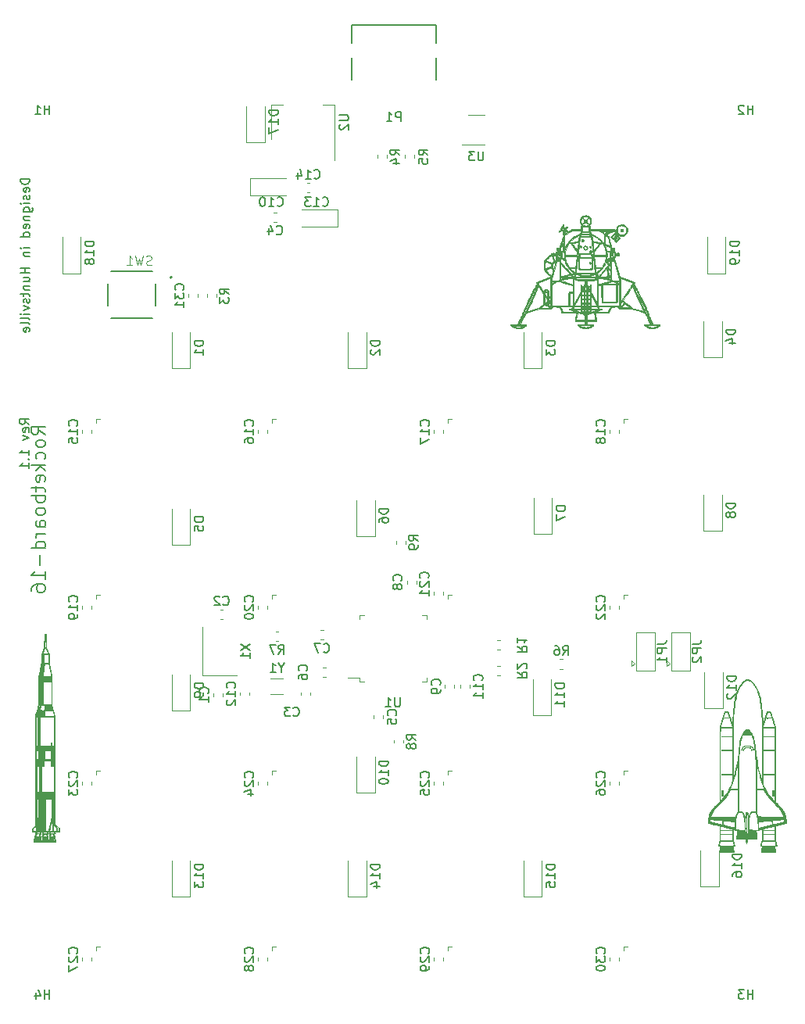
<source format=gbr>
%TF.GenerationSoftware,KiCad,Pcbnew,(5.1.6)-1*%
%TF.CreationDate,2020-09-18T16:14:00-05:00*%
%TF.ProjectId,rocketboard-16,726f636b-6574-4626-9f61-72642d31362e,1.1*%
%TF.SameCoordinates,Original*%
%TF.FileFunction,Legend,Bot*%
%TF.FilePolarity,Positive*%
%FSLAX46Y46*%
G04 Gerber Fmt 4.6, Leading zero omitted, Abs format (unit mm)*
G04 Created by KiCad (PCBNEW (5.1.6)-1) date 2020-09-18 16:14:00*
%MOMM*%
%LPD*%
G01*
G04 APERTURE LIST*
%ADD10C,0.010000*%
%ADD11C,0.120000*%
%ADD12C,0.127000*%
%ADD13C,0.200000*%
%ADD14C,0.150000*%
%ADD15C,0.100000*%
%ADD16C,0.015000*%
G04 APERTURE END LIST*
D10*
%TO.C,H9*%
G36*
X161317889Y-116343261D02*
G01*
X161252566Y-116355896D01*
X161213149Y-116367761D01*
X161114221Y-116409157D01*
X161016019Y-116466647D01*
X160919023Y-116539397D01*
X160823712Y-116626570D01*
X160730565Y-116727329D01*
X160640063Y-116840838D01*
X160552683Y-116966262D01*
X160468907Y-117102763D01*
X160389214Y-117249506D01*
X160314082Y-117405654D01*
X160243991Y-117570371D01*
X160179421Y-117742821D01*
X160120852Y-117922167D01*
X160068762Y-118107574D01*
X160023632Y-118298204D01*
X159985940Y-118493223D01*
X159982348Y-118514433D01*
X159960041Y-118654928D01*
X159937499Y-118810136D01*
X159914943Y-118977842D01*
X159892595Y-119155831D01*
X159870675Y-119341890D01*
X159849405Y-119533803D01*
X159829006Y-119729356D01*
X159809699Y-119926335D01*
X159791706Y-120122524D01*
X159775247Y-120315711D01*
X159760545Y-120503679D01*
X159747820Y-120684214D01*
X159737293Y-120855102D01*
X159729187Y-121014129D01*
X159726688Y-121073483D01*
X159724544Y-121121065D01*
X159722165Y-121162151D01*
X159719754Y-121194017D01*
X159717511Y-121213937D01*
X159715926Y-121219446D01*
X159712526Y-121211589D01*
X159704541Y-121189013D01*
X159692442Y-121153160D01*
X159676700Y-121105472D01*
X159657785Y-121047392D01*
X159636167Y-120980360D01*
X159612316Y-120905819D01*
X159586704Y-120825212D01*
X159567478Y-120764363D01*
X159523278Y-120624163D01*
X159483819Y-120499187D01*
X159448751Y-120388506D01*
X159417719Y-120291196D01*
X159390373Y-120206330D01*
X159366359Y-120132981D01*
X159345326Y-120070224D01*
X159326920Y-120017132D01*
X159310790Y-119972779D01*
X159296583Y-119936239D01*
X159283946Y-119906585D01*
X159272527Y-119882891D01*
X159261975Y-119864232D01*
X159251935Y-119849681D01*
X159242057Y-119838311D01*
X159231987Y-119829197D01*
X159221374Y-119821411D01*
X159209864Y-119814029D01*
X159204692Y-119810835D01*
X159178999Y-119796899D01*
X159153523Y-119788459D01*
X159121625Y-119783725D01*
X159097559Y-119781973D01*
X159028732Y-119782694D01*
X158971940Y-119794189D01*
X158925463Y-119817358D01*
X158887579Y-119853099D01*
X158856569Y-119902313D01*
X158852885Y-119909890D01*
X158845948Y-119927204D01*
X158834447Y-119959136D01*
X158818893Y-120004150D01*
X158799794Y-120060709D01*
X158777662Y-120127277D01*
X158753007Y-120202317D01*
X158726338Y-120284292D01*
X158698166Y-120371666D01*
X158669001Y-120462903D01*
X158662522Y-120483280D01*
X158617300Y-120625554D01*
X158576873Y-120752665D01*
X158540963Y-120865607D01*
X158509294Y-120965373D01*
X158481588Y-121052955D01*
X158457568Y-121129348D01*
X158436958Y-121195544D01*
X158419480Y-121252538D01*
X158404857Y-121301321D01*
X158392814Y-121342887D01*
X158383071Y-121378230D01*
X158375354Y-121408343D01*
X158369384Y-121434220D01*
X158364884Y-121456852D01*
X158361578Y-121477234D01*
X158359189Y-121496360D01*
X158357440Y-121515221D01*
X158356053Y-121534812D01*
X158354752Y-121556126D01*
X158353260Y-121580155D01*
X158352157Y-121596300D01*
X158351423Y-121615228D01*
X158350719Y-121650943D01*
X158350047Y-121703300D01*
X158349406Y-121772153D01*
X158348797Y-121857354D01*
X158348220Y-121958759D01*
X158347675Y-122076222D01*
X158347163Y-122209596D01*
X158346684Y-122358735D01*
X158346239Y-122523494D01*
X158345827Y-122703726D01*
X158345449Y-122899286D01*
X158345106Y-123110027D01*
X158344797Y-123335804D01*
X158344522Y-123576470D01*
X158344284Y-123831880D01*
X158344080Y-124101887D01*
X158343913Y-124386346D01*
X158343781Y-124685110D01*
X158343686Y-124998035D01*
X158343628Y-125324972D01*
X158343607Y-125628417D01*
X158343533Y-129542001D01*
X158014458Y-129870217D01*
X157931790Y-129952863D01*
X157860067Y-130025055D01*
X157798070Y-130088120D01*
X157744581Y-130143386D01*
X157698382Y-130192180D01*
X157658254Y-130235829D01*
X157622979Y-130275660D01*
X157591339Y-130313002D01*
X157562115Y-130349181D01*
X157534089Y-130385525D01*
X157506042Y-130423361D01*
X157503367Y-130427033D01*
X157433150Y-130528775D01*
X157371116Y-130630377D01*
X157316664Y-130733690D01*
X157269191Y-130840562D01*
X157228094Y-130952844D01*
X157192771Y-131072385D01*
X157162621Y-131201035D01*
X157137039Y-131340644D01*
X157115425Y-131493061D01*
X157097176Y-131660136D01*
X157095291Y-131680099D01*
X157090517Y-131730968D01*
X157085941Y-131778934D01*
X157081932Y-131820176D01*
X157078860Y-131850872D01*
X157077538Y-131863394D01*
X157073177Y-131902756D01*
X157236338Y-131941871D01*
X157276133Y-131951406D01*
X157330179Y-131964346D01*
X157396259Y-131980162D01*
X157472154Y-131998323D01*
X157555647Y-132018297D01*
X157644521Y-132039555D01*
X157736556Y-132061566D01*
X157829536Y-132083799D01*
X157869399Y-132093330D01*
X158339299Y-132205674D01*
X158341463Y-132938947D01*
X158343626Y-133672220D01*
X158267379Y-134026086D01*
X158251245Y-134101123D01*
X158236274Y-134171050D01*
X158222833Y-134234129D01*
X158211291Y-134288622D01*
X158202014Y-134332790D01*
X158195370Y-134364895D01*
X158191727Y-134383199D01*
X158191133Y-134386809D01*
X158199096Y-134389264D01*
X158220975Y-134391330D01*
X158253752Y-134392834D01*
X158294412Y-134393603D01*
X158310654Y-134393666D01*
X158430174Y-134393666D01*
X158424721Y-134412716D01*
X158417375Y-134443654D01*
X158408790Y-134488412D01*
X158399376Y-134543958D01*
X158389543Y-134607260D01*
X158379704Y-134675286D01*
X158370269Y-134745003D01*
X158361649Y-134813378D01*
X158354254Y-134877381D01*
X158348496Y-134933978D01*
X158344787Y-134980137D01*
X158343533Y-135011810D01*
X158343533Y-135045600D01*
X159875999Y-135045600D01*
X159876000Y-135024192D01*
X159874587Y-134991302D01*
X159870630Y-134944814D01*
X159864550Y-134887804D01*
X159856771Y-134823344D01*
X159847713Y-134754509D01*
X159837799Y-134684372D01*
X159827451Y-134616010D01*
X159817091Y-134552494D01*
X159807140Y-134496900D01*
X159798021Y-134452301D01*
X159796700Y-134446528D01*
X159784368Y-134393666D01*
X159885217Y-134393666D01*
X159928606Y-134393371D01*
X159957727Y-134392252D01*
X159975239Y-134389961D01*
X159983799Y-134386151D01*
X159986066Y-134380474D01*
X159986066Y-134380460D01*
X159983936Y-134369694D01*
X159977848Y-134344342D01*
X159971611Y-134319516D01*
X159901400Y-134319516D01*
X159893126Y-134320430D01*
X159869075Y-134321305D01*
X159830406Y-134322131D01*
X159778273Y-134322901D01*
X159713835Y-134323605D01*
X159638248Y-134324233D01*
X159552669Y-134324776D01*
X159458255Y-134325226D01*
X159356163Y-134325574D01*
X159247550Y-134325809D01*
X159133573Y-134325923D01*
X159088599Y-134325933D01*
X158931700Y-134325845D01*
X158791699Y-134325582D01*
X158668562Y-134325142D01*
X158562256Y-134324527D01*
X158472746Y-134323734D01*
X158399999Y-134322765D01*
X158343980Y-134321617D01*
X158304655Y-134320293D01*
X158281991Y-134318790D01*
X158275799Y-134317348D01*
X158277558Y-134305992D01*
X158282456Y-134280901D01*
X158289928Y-134244650D01*
X158299410Y-134199811D01*
X158310336Y-134148961D01*
X158322142Y-134094674D01*
X158334262Y-134039523D01*
X158346130Y-133986085D01*
X158357183Y-133936932D01*
X158366855Y-133894640D01*
X158374580Y-133861784D01*
X158379795Y-133840937D01*
X158381742Y-133834690D01*
X158390949Y-133833152D01*
X158415550Y-133831767D01*
X158454006Y-133830534D01*
X158504778Y-133829453D01*
X158566327Y-133828522D01*
X158637115Y-133827742D01*
X158715601Y-133827112D01*
X158800248Y-133826630D01*
X158889517Y-133826297D01*
X158981868Y-133826112D01*
X159075763Y-133826074D01*
X159169664Y-133826183D01*
X159262030Y-133826438D01*
X159351323Y-133826838D01*
X159436004Y-133827384D01*
X159514535Y-133828074D01*
X159585376Y-133828908D01*
X159646989Y-133829884D01*
X159697835Y-133831004D01*
X159736374Y-133832265D01*
X159761069Y-133833668D01*
X159770379Y-133835212D01*
X159770386Y-133835222D01*
X159773728Y-133845087D01*
X159780702Y-133868795D01*
X159790623Y-133903818D01*
X159802807Y-133947624D01*
X159816571Y-133997684D01*
X159831228Y-134051468D01*
X159846096Y-134106445D01*
X159860489Y-134160087D01*
X159873723Y-134209861D01*
X159885113Y-134253240D01*
X159893976Y-134287692D01*
X159899626Y-134310687D01*
X159901400Y-134319516D01*
X159971611Y-134319516D01*
X159968257Y-134306167D01*
X159955618Y-134256934D01*
X159940385Y-134198404D01*
X159923013Y-134132341D01*
X159903956Y-134060508D01*
X159892933Y-134019223D01*
X159825474Y-133767133D01*
X159756656Y-133767133D01*
X158392358Y-133767133D01*
X158399117Y-133748083D01*
X158400771Y-133735403D01*
X158402456Y-133707848D01*
X158404110Y-133667476D01*
X158405668Y-133616345D01*
X158407068Y-133556514D01*
X158408245Y-133490040D01*
X158409060Y-133426350D01*
X158412243Y-133123666D01*
X159732066Y-133123666D01*
X159732158Y-133405183D01*
X159732343Y-133487460D01*
X159732884Y-133554539D01*
X159733847Y-133608150D01*
X159735297Y-133650026D01*
X159737302Y-133681899D01*
X159739928Y-133705500D01*
X159743239Y-133722562D01*
X159744453Y-133726916D01*
X159756656Y-133767133D01*
X159825474Y-133767133D01*
X159799800Y-133671192D01*
X159799800Y-132972791D01*
X159730695Y-132972791D01*
X159730333Y-133011393D01*
X159729581Y-133039010D01*
X159728468Y-133052884D01*
X159728264Y-133053630D01*
X159724589Y-133055693D01*
X159714608Y-133057468D01*
X159697346Y-133058970D01*
X159671823Y-133060211D01*
X159637064Y-133061203D01*
X159592091Y-133061959D01*
X159535926Y-133062493D01*
X159467593Y-133062818D01*
X159386113Y-133062946D01*
X159290511Y-133062890D01*
X159179808Y-133062663D01*
X159069795Y-133062335D01*
X158415499Y-133060166D01*
X158415499Y-132704566D01*
X159727833Y-132704566D01*
X159730135Y-132873661D01*
X159730638Y-132925961D01*
X159730695Y-132972791D01*
X159799800Y-132972791D01*
X159799800Y-132641066D01*
X159732874Y-132641066D01*
X158411266Y-132641066D01*
X158411266Y-132433633D01*
X158411459Y-132365913D01*
X158412091Y-132313563D01*
X158413241Y-132275022D01*
X158414989Y-132248730D01*
X158417416Y-132233128D01*
X158420599Y-132226654D01*
X158421849Y-132226256D01*
X158431568Y-132228192D01*
X158456482Y-132233783D01*
X158495321Y-132242730D01*
X158546816Y-132254735D01*
X158609697Y-132269496D01*
X158682694Y-132286717D01*
X158764537Y-132306097D01*
X158853957Y-132327338D01*
X158949683Y-132350140D01*
X159050446Y-132374204D01*
X159080133Y-132381306D01*
X159727833Y-132536300D01*
X159730354Y-132588683D01*
X159732874Y-132641066D01*
X159799800Y-132641066D01*
X159799800Y-132554425D01*
X159818849Y-132559523D01*
X159836104Y-132563807D01*
X159864286Y-132570467D01*
X159897797Y-132578185D01*
X159903516Y-132579483D01*
X159969133Y-132594346D01*
X159969133Y-132632946D01*
X159971241Y-132658526D01*
X159976549Y-132677523D01*
X159979293Y-132681706D01*
X159990120Y-132685839D01*
X160013903Y-132688841D01*
X160051761Y-132690784D01*
X160104811Y-132691737D01*
X160139950Y-132691866D01*
X160290447Y-132691866D01*
X160282214Y-132713522D01*
X160272589Y-132743369D01*
X160261285Y-132785515D01*
X160249312Y-132835540D01*
X160237679Y-132889025D01*
X160227392Y-132941548D01*
X160219535Y-132988200D01*
X160211758Y-133046844D01*
X160204970Y-133111169D01*
X160199241Y-133178953D01*
X160194640Y-133247974D01*
X160191239Y-133316007D01*
X160189108Y-133380832D01*
X160188318Y-133440226D01*
X160188937Y-133491965D01*
X160191038Y-133533828D01*
X160194690Y-133563592D01*
X160199963Y-133579034D01*
X160200812Y-133579909D01*
X160210045Y-133582291D01*
X160232146Y-133584491D01*
X160267685Y-133586524D01*
X160317232Y-133588410D01*
X160381356Y-133590166D01*
X160460626Y-133591811D01*
X160555613Y-133593361D01*
X160666886Y-133594834D01*
X160683288Y-133595029D01*
X161154218Y-133600568D01*
X161158253Y-133626700D01*
X161166004Y-133677302D01*
X161174427Y-133732972D01*
X161183157Y-133791220D01*
X161191827Y-133849557D01*
X161200073Y-133905494D01*
X161207528Y-133956542D01*
X161213826Y-134000211D01*
X161218603Y-134034011D01*
X161221492Y-134055455D01*
X161222200Y-134061960D01*
X161229411Y-134069549D01*
X161242628Y-134071933D01*
X161251848Y-134070780D01*
X161258992Y-134065419D01*
X161265374Y-134052998D01*
X161272311Y-134030667D01*
X161281117Y-133995572D01*
X161284606Y-133980916D01*
X161291186Y-133952227D01*
X161299710Y-133913734D01*
X161309579Y-133868285D01*
X161320194Y-133818727D01*
X161330957Y-133767908D01*
X161341269Y-133718676D01*
X161350530Y-133673878D01*
X161358141Y-133636363D01*
X161363504Y-133608978D01*
X161366019Y-133594571D01*
X161366133Y-133593321D01*
X161374352Y-133592800D01*
X161398021Y-133592479D01*
X161435659Y-133592354D01*
X161485783Y-133592417D01*
X161546912Y-133592664D01*
X161617564Y-133593088D01*
X161696256Y-133593684D01*
X161781508Y-133594446D01*
X161861433Y-133595256D01*
X162356733Y-133600549D01*
X162356689Y-133512391D01*
X162354887Y-133399889D01*
X162349793Y-133285520D01*
X162341716Y-133172375D01*
X162330965Y-133063546D01*
X162317847Y-132962123D01*
X162302671Y-132871198D01*
X162285745Y-132793863D01*
X162284637Y-132789558D01*
X162275735Y-132755109D01*
X162268697Y-132727518D01*
X162264696Y-132711433D01*
X161441198Y-132711433D01*
X161438179Y-132733268D01*
X161430722Y-132766895D01*
X161421245Y-132805020D01*
X161397962Y-132913936D01*
X161379370Y-133038370D01*
X161365568Y-133177539D01*
X161357694Y-133306432D01*
X161353541Y-133384874D01*
X161348556Y-133451655D01*
X161342177Y-133512046D01*
X161333843Y-133571318D01*
X161322992Y-133634743D01*
X161322392Y-133638016D01*
X161313557Y-133685263D01*
X161305623Y-133726141D01*
X161299131Y-133757985D01*
X161294623Y-133778130D01*
X161292741Y-133784066D01*
X161292447Y-133775741D01*
X161292162Y-133751328D01*
X161291887Y-133711673D01*
X161291623Y-133657624D01*
X161291372Y-133590026D01*
X161291137Y-133509724D01*
X161290917Y-133417566D01*
X161290716Y-133314396D01*
X161290534Y-133201062D01*
X161290373Y-133078409D01*
X161290234Y-132947283D01*
X161290120Y-132808530D01*
X161290032Y-132662997D01*
X161289970Y-132511529D01*
X161289938Y-132354973D01*
X161289938Y-132339551D01*
X161256066Y-132339551D01*
X161256066Y-132363859D01*
X161256027Y-132546961D01*
X161255910Y-132721783D01*
X161255720Y-132887720D01*
X161255458Y-133044165D01*
X161255128Y-133190513D01*
X161254732Y-133326157D01*
X161254274Y-133450491D01*
X161253757Y-133562909D01*
X161253182Y-133662806D01*
X161252553Y-133749574D01*
X161251874Y-133822609D01*
X161251146Y-133881303D01*
X161250373Y-133925050D01*
X161249557Y-133953246D01*
X161248702Y-133965282D01*
X161248457Y-133965676D01*
X161245084Y-133955258D01*
X161239897Y-133930599D01*
X161233344Y-133894236D01*
X161225873Y-133848711D01*
X161217932Y-133796563D01*
X161214591Y-133773487D01*
X161204663Y-133700827D01*
X161197482Y-133639888D01*
X161192656Y-133585750D01*
X161189795Y-133533493D01*
X161188510Y-133478198D01*
X161188333Y-133442400D01*
X161183264Y-133247408D01*
X161168154Y-133063065D01*
X161158088Y-132983966D01*
X161152016Y-132943333D01*
X161145552Y-132905024D01*
X161137880Y-132864889D01*
X161128185Y-132818781D01*
X161115651Y-132762550D01*
X161107721Y-132727850D01*
X161107873Y-132712502D01*
X161116205Y-132708800D01*
X161119861Y-132707073D01*
X161122764Y-132700766D01*
X161124997Y-132688183D01*
X161126644Y-132667632D01*
X161127565Y-132643283D01*
X161063791Y-132643283D01*
X160836078Y-132637990D01*
X160767040Y-132636428D01*
X160685766Y-132634662D01*
X160596953Y-132632788D01*
X160505296Y-132630904D01*
X160415490Y-132629107D01*
X160332231Y-132627496D01*
X160322616Y-132627315D01*
X160036866Y-132621933D01*
X160036946Y-132464283D01*
X160038968Y-132268262D01*
X160044751Y-132080265D01*
X160054177Y-131901093D01*
X160066037Y-131745800D01*
X159998397Y-131745800D01*
X159997374Y-131767925D01*
X159995394Y-131799508D01*
X159993635Y-131824033D01*
X159991446Y-131858843D01*
X159989053Y-131906459D01*
X159986631Y-131962760D01*
X159984355Y-132023623D01*
X159982400Y-132084925D01*
X159982116Y-132094966D01*
X159980352Y-132153271D01*
X159978388Y-132209331D01*
X159976364Y-132259708D01*
X159974422Y-132300967D01*
X159972702Y-132329672D01*
X159972289Y-132334879D01*
X159969459Y-132363848D01*
X159966064Y-132379392D01*
X159960150Y-132384959D01*
X159949762Y-132383999D01*
X159945098Y-132382858D01*
X159933276Y-132379989D01*
X159906360Y-132373521D01*
X159865728Y-132363784D01*
X159812756Y-132351107D01*
X159748821Y-132335819D01*
X159675302Y-132318249D01*
X159593576Y-132298727D01*
X159505019Y-132277581D01*
X159411009Y-132255142D01*
X159338366Y-132237808D01*
X159241438Y-132214670D01*
X159149125Y-132192610D01*
X159062781Y-132171953D01*
X158983760Y-132153025D01*
X158913416Y-132136149D01*
X158853102Y-132121652D01*
X158804172Y-132109857D01*
X158767981Y-132101091D01*
X158745882Y-132095678D01*
X158739349Y-132094008D01*
X158734949Y-132091591D01*
X158731512Y-132086017D01*
X158728922Y-132075403D01*
X158727060Y-132057867D01*
X158725808Y-132031525D01*
X158725050Y-131994494D01*
X158724666Y-131944889D01*
X158724539Y-131880829D01*
X158724533Y-131857329D01*
X158724543Y-131845770D01*
X158656799Y-131845770D01*
X158656738Y-131914037D01*
X158656475Y-131967196D01*
X158655889Y-132007075D01*
X158654860Y-132035498D01*
X158653268Y-132054293D01*
X158650993Y-132065285D01*
X158647913Y-132070300D01*
X158643910Y-132071165D01*
X158641983Y-132070746D01*
X158631613Y-132068171D01*
X158606032Y-132061973D01*
X158566504Y-132052456D01*
X158514289Y-132039921D01*
X158450651Y-132024670D01*
X158376850Y-132007006D01*
X158294150Y-131987230D01*
X158203813Y-131965646D01*
X158107100Y-131942555D01*
X158005273Y-131918259D01*
X157960416Y-131907561D01*
X157293666Y-131748569D01*
X157293831Y-131718568D01*
X157294882Y-131700351D01*
X157297580Y-131671797D01*
X157301435Y-131636811D01*
X157305959Y-131599298D01*
X157310664Y-131563165D01*
X157315061Y-131532316D01*
X157318661Y-131510657D01*
X157320913Y-131502135D01*
X157329516Y-131502528D01*
X157353700Y-131504314D01*
X157392177Y-131507386D01*
X157443663Y-131511633D01*
X157506870Y-131516947D01*
X157580513Y-131523218D01*
X157663305Y-131530338D01*
X157753961Y-131538198D01*
X157851193Y-131546688D01*
X157953716Y-131555700D01*
X157979466Y-131557972D01*
X158083335Y-131567138D01*
X158182407Y-131575866D01*
X158275375Y-131584042D01*
X158360930Y-131591552D01*
X158437766Y-131598281D01*
X158504575Y-131604114D01*
X158560048Y-131608938D01*
X158602878Y-131612638D01*
X158631758Y-131615100D01*
X158645379Y-131616210D01*
X158646216Y-131616262D01*
X158649520Y-131620093D01*
X158652111Y-131632351D01*
X158654057Y-131654534D01*
X158655429Y-131688140D01*
X158656294Y-131734666D01*
X158656722Y-131795612D01*
X158656799Y-131845770D01*
X158724543Y-131845770D01*
X158724598Y-131788449D01*
X158724871Y-131734655D01*
X158725471Y-131694100D01*
X158726515Y-131664934D01*
X158728122Y-131645312D01*
X158730408Y-131633386D01*
X158733492Y-131627307D01*
X158737492Y-131625230D01*
X158739349Y-131625105D01*
X158751312Y-131625841D01*
X158778190Y-131627933D01*
X158818387Y-131631241D01*
X158870305Y-131635621D01*
X158932346Y-131640933D01*
X159002914Y-131647035D01*
X159080409Y-131653784D01*
X159163235Y-131661039D01*
X159249795Y-131668658D01*
X159338490Y-131676499D01*
X159427723Y-131684421D01*
X159515897Y-131692282D01*
X159601415Y-131699939D01*
X159682678Y-131707252D01*
X159758088Y-131714078D01*
X159826050Y-131720276D01*
X159884964Y-131725703D01*
X159933234Y-131730218D01*
X159969262Y-131733680D01*
X159991450Y-131735946D01*
X159998266Y-131736844D01*
X159998397Y-131745800D01*
X160066037Y-131745800D01*
X160067126Y-131731546D01*
X160083482Y-131572425D01*
X160103126Y-131424531D01*
X160125938Y-131288663D01*
X160151801Y-131165623D01*
X160180596Y-131056212D01*
X160212205Y-130961228D01*
X160246510Y-130881475D01*
X160279676Y-130823250D01*
X160295134Y-130799951D01*
X160308417Y-130781766D01*
X160321793Y-130768062D01*
X160337529Y-130758206D01*
X160357892Y-130751566D01*
X160385150Y-130747510D01*
X160421570Y-130745405D01*
X160469419Y-130744620D01*
X160530966Y-130744521D01*
X160561956Y-130744533D01*
X160771496Y-130744533D01*
X160803279Y-130779713D01*
X160837556Y-130826702D01*
X160870263Y-130889596D01*
X160901126Y-130967421D01*
X160929873Y-131059198D01*
X160956230Y-131163952D01*
X160979924Y-131280704D01*
X161000683Y-131408478D01*
X161018233Y-131546297D01*
X161018707Y-131550574D01*
X161027021Y-131628005D01*
X161033987Y-131698254D01*
X161039755Y-131764133D01*
X161044478Y-131828454D01*
X161048310Y-131894030D01*
X161051401Y-131963673D01*
X161053905Y-132040194D01*
X161055975Y-132126406D01*
X161057761Y-132225121D01*
X161058721Y-132288691D01*
X161063791Y-132643283D01*
X161127565Y-132643283D01*
X161127788Y-132637420D01*
X161128512Y-132595853D01*
X161128902Y-132541237D01*
X161129039Y-132471880D01*
X161129043Y-132448450D01*
X161128663Y-132371869D01*
X161127606Y-132290201D01*
X161125973Y-132207920D01*
X161123869Y-132129499D01*
X161121395Y-132059414D01*
X161118876Y-132006066D01*
X161113326Y-131891026D01*
X161110329Y-131786385D01*
X161110061Y-131688404D01*
X161112698Y-131593343D01*
X161118414Y-131497465D01*
X161127385Y-131397029D01*
X161139785Y-131288297D01*
X161155790Y-131167528D01*
X161159317Y-131142466D01*
X161168790Y-131078175D01*
X161178946Y-131013627D01*
X161189349Y-130951206D01*
X161199564Y-130893296D01*
X161209156Y-130842283D01*
X161217688Y-130800550D01*
X161224726Y-130770483D01*
X161229833Y-130754465D01*
X161230355Y-130753503D01*
X161241316Y-130746764D01*
X161246653Y-130748181D01*
X161247880Y-130754070D01*
X161249010Y-130770444D01*
X161250046Y-130797729D01*
X161250990Y-130836353D01*
X161251845Y-130886742D01*
X161252613Y-130949323D01*
X161253296Y-131024522D01*
X161253898Y-131112766D01*
X161254421Y-131214482D01*
X161254866Y-131330097D01*
X161255238Y-131460037D01*
X161255537Y-131604729D01*
X161255767Y-131764600D01*
X161255930Y-131940076D01*
X161256029Y-132131584D01*
X161256066Y-132339551D01*
X161289938Y-132339551D01*
X161289933Y-132264299D01*
X161289933Y-130744533D01*
X161310600Y-130744533D01*
X161327936Y-130746846D01*
X161335148Y-130750883D01*
X161338692Y-130762872D01*
X161344182Y-130789246D01*
X161351236Y-130827619D01*
X161359473Y-130875601D01*
X161368511Y-130930807D01*
X161377969Y-130990849D01*
X161387465Y-131053339D01*
X161396618Y-131115890D01*
X161405047Y-131176114D01*
X161412371Y-131231625D01*
X161413932Y-131244066D01*
X161431978Y-131439518D01*
X161436878Y-131627998D01*
X161428599Y-131807823D01*
X161426358Y-131832499D01*
X161423966Y-131864863D01*
X161421537Y-131911720D01*
X161419147Y-131970631D01*
X161416875Y-132039156D01*
X161414797Y-132114856D01*
X161412992Y-132195292D01*
X161411535Y-132278023D01*
X161410991Y-132317216D01*
X161406255Y-132691866D01*
X161424294Y-132691866D01*
X161434189Y-132693213D01*
X161439846Y-132698909D01*
X161441198Y-132711433D01*
X162264696Y-132711433D01*
X162264436Y-132710388D01*
X162263589Y-132706577D01*
X162271597Y-132706059D01*
X162293817Y-132705870D01*
X162327528Y-132706001D01*
X162370012Y-132706443D01*
X162410613Y-132707051D01*
X162557648Y-132709536D01*
X162562031Y-132670650D01*
X162565651Y-132646399D01*
X162566461Y-132643147D01*
X162500666Y-132643147D01*
X162261483Y-132637930D01*
X162187853Y-132636350D01*
X162102367Y-132634558D01*
X162010102Y-132632659D01*
X161916133Y-132630755D01*
X161825534Y-132628951D01*
X161745016Y-132627381D01*
X161467733Y-132622048D01*
X161467952Y-132498207D01*
X161468511Y-132436945D01*
X161469910Y-132363717D01*
X161472022Y-132282065D01*
X161474717Y-132195528D01*
X161477868Y-132107645D01*
X161481346Y-132021957D01*
X161485023Y-131942003D01*
X161488772Y-131871323D01*
X161492463Y-131813457D01*
X161493051Y-131805464D01*
X161507618Y-131641342D01*
X161525621Y-131488642D01*
X161546902Y-131348007D01*
X161571301Y-131220082D01*
X161598657Y-131105512D01*
X161628810Y-131004939D01*
X161661600Y-130919010D01*
X161696868Y-130848367D01*
X161734452Y-130793655D01*
X161748241Y-130778269D01*
X161780981Y-130744533D01*
X162202176Y-130744533D01*
X162236037Y-130781268D01*
X162271534Y-130829121D01*
X162305011Y-130893136D01*
X162336312Y-130972647D01*
X162365282Y-131066986D01*
X162391766Y-131175484D01*
X162415608Y-131297475D01*
X162436653Y-131432290D01*
X162454746Y-131579263D01*
X162469731Y-131737725D01*
X162475132Y-131808548D01*
X162478003Y-131854974D01*
X162481078Y-131915231D01*
X162484251Y-131986216D01*
X162487416Y-132064829D01*
X162490467Y-132147969D01*
X162493298Y-132232536D01*
X162495804Y-132315427D01*
X162497878Y-132393543D01*
X162499414Y-132463783D01*
X162500307Y-132523045D01*
X162500488Y-132551090D01*
X162500666Y-132643147D01*
X162566461Y-132643147D01*
X162569747Y-132629973D01*
X162571421Y-132626756D01*
X162580421Y-132623684D01*
X162602947Y-132617458D01*
X162636039Y-132608805D01*
X162676739Y-132598454D01*
X162722090Y-132587130D01*
X162769133Y-132575563D01*
X162814911Y-132564479D01*
X162856466Y-132554606D01*
X162890839Y-132546671D01*
X162915072Y-132541402D01*
X162926116Y-132539525D01*
X162927204Y-132547749D01*
X162928233Y-132571508D01*
X162929187Y-132609405D01*
X162930051Y-132660043D01*
X162930807Y-132722024D01*
X162931442Y-132793950D01*
X162931937Y-132874425D01*
X162932278Y-132962050D01*
X162932449Y-133055428D01*
X162932466Y-133096285D01*
X162932466Y-133653104D01*
X162835153Y-134017035D01*
X162814958Y-134092694D01*
X162796178Y-134163312D01*
X162779254Y-134227209D01*
X162764629Y-134282705D01*
X162752742Y-134328122D01*
X162744037Y-134361779D01*
X162738955Y-134381998D01*
X162737787Y-134387316D01*
X162745686Y-134389767D01*
X162767247Y-134391779D01*
X162799201Y-134393147D01*
X162838278Y-134393666D01*
X162839333Y-134393666D01*
X162878556Y-134393924D01*
X162910744Y-134394625D01*
X162932625Y-134395664D01*
X162940928Y-134396934D01*
X162940933Y-134396967D01*
X162939325Y-134406125D01*
X162934989Y-134428176D01*
X162928659Y-134459437D01*
X162923657Y-134483751D01*
X162909665Y-134557430D01*
X162895740Y-134641727D01*
X162882811Y-134730348D01*
X162871808Y-134816998D01*
X162865034Y-134880500D01*
X162860950Y-134922732D01*
X162857001Y-134962606D01*
X162853725Y-134994736D01*
X162852134Y-135009616D01*
X162848123Y-135045600D01*
X164390081Y-135045600D01*
X164384542Y-134988450D01*
X164375469Y-134899952D01*
X164365520Y-134812008D01*
X164355018Y-134726907D01*
X164344288Y-134646941D01*
X164333650Y-134574400D01*
X164323428Y-134511576D01*
X164313945Y-134460759D01*
X164305524Y-134424241D01*
X164304570Y-134420821D01*
X164296782Y-134393666D01*
X164414724Y-134393666D01*
X164461532Y-134393527D01*
X164494010Y-134392869D01*
X164514760Y-134391330D01*
X164526384Y-134388549D01*
X164531484Y-134384165D01*
X164532663Y-134377817D01*
X164532666Y-134377291D01*
X164530924Y-134365742D01*
X164525944Y-134339450D01*
X164520771Y-134313580D01*
X164453185Y-134313580D01*
X164451206Y-134315755D01*
X164446176Y-134317660D01*
X164437110Y-134319312D01*
X164423025Y-134320728D01*
X164402938Y-134321928D01*
X164375863Y-134322929D01*
X164340819Y-134323749D01*
X164296820Y-134324405D01*
X164242884Y-134324916D01*
X164178027Y-134325299D01*
X164101265Y-134325574D01*
X164011614Y-134325756D01*
X163908091Y-134325865D01*
X163789713Y-134325918D01*
X163655495Y-134325933D01*
X163639433Y-134325933D01*
X163503577Y-134325928D01*
X163383666Y-134325901D01*
X163278713Y-134325831D01*
X163187729Y-134325696D01*
X163109727Y-134325478D01*
X163043719Y-134325155D01*
X162988717Y-134324707D01*
X162943733Y-134324114D01*
X162907779Y-134323354D01*
X162879867Y-134322408D01*
X162859010Y-134321254D01*
X162844219Y-134319873D01*
X162834506Y-134318244D01*
X162828884Y-134316347D01*
X162826365Y-134314161D01*
X162825961Y-134311665D01*
X162826607Y-134309082D01*
X162830127Y-134296736D01*
X162837396Y-134270297D01*
X162847800Y-134232031D01*
X162860723Y-134184206D01*
X162875552Y-134129089D01*
X162891672Y-134068949D01*
X162893683Y-134061432D01*
X162955412Y-133830633D01*
X163650319Y-133828467D01*
X163775146Y-133828093D01*
X163884120Y-133827814D01*
X163978322Y-133827650D01*
X164058834Y-133827620D01*
X164126737Y-133827744D01*
X164183111Y-133828042D01*
X164229038Y-133828532D01*
X164265598Y-133829236D01*
X164293872Y-133830171D01*
X164314941Y-133831359D01*
X164329886Y-133832819D01*
X164339789Y-133834569D01*
X164345729Y-133836631D01*
X164348788Y-133839023D01*
X164349881Y-133841167D01*
X164352843Y-133853184D01*
X164358802Y-133879417D01*
X164367242Y-133917517D01*
X164377645Y-133965136D01*
X164389496Y-134019924D01*
X164401558Y-134076166D01*
X164414297Y-134135567D01*
X164426066Y-134190015D01*
X164436352Y-134237162D01*
X164444640Y-134274660D01*
X164450413Y-134300161D01*
X164453095Y-134311116D01*
X164453185Y-134313580D01*
X164520771Y-134313580D01*
X164518098Y-134300216D01*
X164507759Y-134249841D01*
X164495297Y-134190128D01*
X164481084Y-134122877D01*
X164465492Y-134049889D01*
X164456420Y-134007750D01*
X164404472Y-133767133D01*
X164335710Y-133767133D01*
X163655255Y-133767133D01*
X163549558Y-133767046D01*
X163448889Y-133766796D01*
X163354512Y-133766395D01*
X163267691Y-133765856D01*
X163189691Y-133765193D01*
X163121775Y-133764419D01*
X163065209Y-133763548D01*
X163021257Y-133762591D01*
X162991183Y-133761564D01*
X162976251Y-133760478D01*
X162974799Y-133760012D01*
X162977091Y-133748378D01*
X162982943Y-133726512D01*
X162987408Y-133711328D01*
X162991095Y-133695836D01*
X162994033Y-133675080D01*
X162996297Y-133647228D01*
X162997959Y-133610447D01*
X162999093Y-133562907D01*
X162999775Y-133502776D01*
X163000077Y-133428221D01*
X163000108Y-133396716D01*
X163000199Y-133123666D01*
X164312533Y-133123666D01*
X164312665Y-133396716D01*
X164312947Y-133483132D01*
X164313735Y-133554086D01*
X164315082Y-133611041D01*
X164317041Y-133655463D01*
X164319665Y-133688817D01*
X164323007Y-133712566D01*
X164324254Y-133718450D01*
X164335710Y-133767133D01*
X164404472Y-133767133D01*
X164380173Y-133654583D01*
X164382336Y-132922029D01*
X164382990Y-132700333D01*
X164312533Y-132700333D01*
X164312533Y-133064400D01*
X163000199Y-133064400D01*
X163000199Y-132700333D01*
X164312533Y-132700333D01*
X164382990Y-132700333D01*
X164383803Y-132425166D01*
X164312533Y-132425166D01*
X164312533Y-132641066D01*
X163000199Y-132641066D01*
X163000262Y-132579683D01*
X163000324Y-132518300D01*
X163205578Y-132469755D01*
X163255354Y-132457957D01*
X163319006Y-132442829D01*
X163393944Y-132424989D01*
X163477578Y-132405055D01*
X163567318Y-132383644D01*
X163660574Y-132361374D01*
X163754755Y-132338862D01*
X163847271Y-132316728D01*
X163853491Y-132315239D01*
X163937453Y-132295174D01*
X164016506Y-132276350D01*
X164089110Y-132259131D01*
X164153726Y-132243877D01*
X164208813Y-132230951D01*
X164252830Y-132220714D01*
X164284238Y-132213529D01*
X164301496Y-132209758D01*
X164304341Y-132209266D01*
X164306945Y-132217531D01*
X164309106Y-132241531D01*
X164310779Y-132280071D01*
X164311919Y-132331956D01*
X164312480Y-132395992D01*
X164312533Y-132425166D01*
X164383803Y-132425166D01*
X164384500Y-132189475D01*
X164980801Y-132046864D01*
X165078390Y-132023487D01*
X165171107Y-132001205D01*
X165257646Y-131980337D01*
X165336700Y-131961200D01*
X165406963Y-131944113D01*
X165467129Y-131929395D01*
X165515890Y-131917364D01*
X165551941Y-131908339D01*
X165573974Y-131902638D01*
X165580731Y-131900623D01*
X165581226Y-131891266D01*
X165580124Y-131867651D01*
X165577659Y-131832355D01*
X165574062Y-131787955D01*
X165570007Y-131742027D01*
X165365899Y-131742027D01*
X165365501Y-131743581D01*
X165356969Y-131746085D01*
X165333498Y-131752170D01*
X165296616Y-131761465D01*
X165247849Y-131773601D01*
X165188724Y-131788207D01*
X165120770Y-131804913D01*
X165045512Y-131823347D01*
X164964478Y-131843140D01*
X164879194Y-131863921D01*
X164791189Y-131885320D01*
X164701990Y-131906966D01*
X164613122Y-131928490D01*
X164526114Y-131949519D01*
X164442492Y-131969685D01*
X164363784Y-131988616D01*
X164291516Y-132005942D01*
X164227217Y-132021293D01*
X164172412Y-132034298D01*
X164128629Y-132044588D01*
X164097395Y-132051790D01*
X164080237Y-132055536D01*
X164077583Y-132055990D01*
X164074228Y-132052597D01*
X164071612Y-132040781D01*
X164069660Y-132019016D01*
X164068299Y-131985777D01*
X164067456Y-131939540D01*
X164067057Y-131878778D01*
X164067008Y-131842734D01*
X164007733Y-131842734D01*
X164007733Y-132072289D01*
X163827816Y-132115486D01*
X163786644Y-132125374D01*
X163731094Y-132138720D01*
X163663254Y-132155021D01*
X163585212Y-132173776D01*
X163499053Y-132194484D01*
X163406866Y-132216643D01*
X163310737Y-132239751D01*
X163212752Y-132263307D01*
X163122966Y-132284893D01*
X163031082Y-132306930D01*
X162943767Y-132327765D01*
X162862461Y-132347061D01*
X162788608Y-132364481D01*
X162723650Y-132379688D01*
X162669028Y-132392344D01*
X162626185Y-132402112D01*
X162596563Y-132408655D01*
X162581604Y-132411636D01*
X162580340Y-132411785D01*
X162575167Y-132411536D01*
X162571056Y-132409125D01*
X162567825Y-132402720D01*
X162565293Y-132390486D01*
X162563275Y-132370593D01*
X162561590Y-132341208D01*
X162560056Y-132300498D01*
X162558490Y-132246630D01*
X162556710Y-132177773D01*
X162556596Y-132173283D01*
X162554701Y-132105442D01*
X162552487Y-132037897D01*
X162550091Y-131974039D01*
X162547647Y-131917261D01*
X162545290Y-131870957D01*
X162543350Y-131840966D01*
X162540591Y-131803386D01*
X162538614Y-131772750D01*
X162537626Y-131752541D01*
X162537721Y-131746162D01*
X162546085Y-131745257D01*
X162569837Y-131743006D01*
X162607499Y-131739541D01*
X162657589Y-131734991D01*
X162718628Y-131729488D01*
X162789135Y-131723162D01*
X162867631Y-131716146D01*
X162952636Y-131708568D01*
X163042669Y-131700562D01*
X163136250Y-131692256D01*
X163231900Y-131683783D01*
X163328138Y-131675273D01*
X163423485Y-131666857D01*
X163516460Y-131658666D01*
X163605583Y-131650831D01*
X163689374Y-131643483D01*
X163766354Y-131636752D01*
X163835042Y-131630770D01*
X163893958Y-131625668D01*
X163941622Y-131621576D01*
X163976554Y-131618626D01*
X163997274Y-131616947D01*
X164002509Y-131616599D01*
X164003888Y-131624702D01*
X164005130Y-131647552D01*
X164006185Y-131682966D01*
X164007005Y-131728757D01*
X164007537Y-131782742D01*
X164007733Y-131842734D01*
X164067008Y-131842734D01*
X164066999Y-131836467D01*
X164067193Y-131765780D01*
X164067819Y-131710514D01*
X164068951Y-131669161D01*
X164070659Y-131640211D01*
X164073014Y-131622158D01*
X164076087Y-131613492D01*
X164077583Y-131612297D01*
X164087258Y-131611060D01*
X164112169Y-131608521D01*
X164150684Y-131604824D01*
X164201167Y-131600114D01*
X164261983Y-131594533D01*
X164331499Y-131588227D01*
X164408080Y-131581339D01*
X164490092Y-131574014D01*
X164575900Y-131566394D01*
X164663869Y-131558624D01*
X164752366Y-131550849D01*
X164839756Y-131543211D01*
X164924404Y-131535856D01*
X165004676Y-131528926D01*
X165078938Y-131522567D01*
X165145555Y-131516921D01*
X165202893Y-131512134D01*
X165249318Y-131508348D01*
X165283194Y-131505708D01*
X165302888Y-131504358D01*
X165303004Y-131504351D01*
X165340976Y-131502299D01*
X165355234Y-131620814D01*
X165360091Y-131663693D01*
X165363662Y-131700280D01*
X165365685Y-131727437D01*
X165365899Y-131742027D01*
X165570007Y-131742027D01*
X165569565Y-131737028D01*
X165564399Y-131682150D01*
X165558798Y-131625899D01*
X165552992Y-131570851D01*
X165547213Y-131519582D01*
X165544119Y-131493833D01*
X165527095Y-131367172D01*
X165508744Y-131254532D01*
X165494985Y-131186279D01*
X165277733Y-131186279D01*
X165269490Y-131187432D01*
X165245660Y-131188526D01*
X165207587Y-131189544D01*
X165156616Y-131190473D01*
X165094093Y-131191294D01*
X165021362Y-131191994D01*
X164939770Y-131192557D01*
X164850662Y-131192966D01*
X164755382Y-131193206D01*
X164676600Y-131193266D01*
X164075466Y-131193266D01*
X164075466Y-131455733D01*
X164007733Y-131455733D01*
X164007733Y-131193355D01*
X163235778Y-131191194D01*
X162463824Y-131189033D01*
X162440564Y-131095899D01*
X162416947Y-131009745D01*
X162391307Y-130931413D01*
X162364878Y-130864495D01*
X162351089Y-130835119D01*
X162330611Y-130794472D01*
X162330271Y-130711473D01*
X162265935Y-130711473D01*
X162235865Y-130693731D01*
X162225989Y-130688340D01*
X162215447Y-130684203D01*
X162202041Y-130681184D01*
X162183572Y-130679151D01*
X162157844Y-130677969D01*
X162122659Y-130677504D01*
X162075818Y-130677622D01*
X162015126Y-130678188D01*
X161986405Y-130678511D01*
X161767015Y-130681033D01*
X161732692Y-130703762D01*
X161703011Y-130729904D01*
X161671139Y-130769305D01*
X161639165Y-130818842D01*
X161609180Y-130875392D01*
X161591615Y-130914742D01*
X161571608Y-130968736D01*
X161550696Y-131035078D01*
X161530073Y-131109313D01*
X161510928Y-131186986D01*
X161494454Y-131263641D01*
X161485841Y-131310236D01*
X161479064Y-131348438D01*
X161473004Y-131380049D01*
X161468354Y-131401602D01*
X161465923Y-131409565D01*
X161463842Y-131403065D01*
X161460716Y-131382774D01*
X161456955Y-131351768D01*
X161452968Y-131313127D01*
X161452626Y-131309528D01*
X161447392Y-131259727D01*
X161440469Y-131202323D01*
X161432225Y-131139659D01*
X161423029Y-131074080D01*
X161413246Y-131007928D01*
X161403246Y-130943547D01*
X161393397Y-130883282D01*
X161384065Y-130829476D01*
X161375618Y-130784473D01*
X161368425Y-130750616D01*
X161362853Y-130730250D01*
X161361119Y-130726336D01*
X161351233Y-130723189D01*
X161328424Y-130720740D01*
X161296698Y-130719335D01*
X161278112Y-130719133D01*
X161199557Y-130719133D01*
X161177143Y-130835549D01*
X161157112Y-130943411D01*
X161140367Y-131042824D01*
X161125906Y-131140470D01*
X161112724Y-131243029D01*
X161102455Y-131332838D01*
X161096664Y-131384633D01*
X161091385Y-131429686D01*
X161086912Y-131465668D01*
X161083537Y-131490250D01*
X161081554Y-131501102D01*
X161081252Y-131501262D01*
X161079385Y-131490637D01*
X161075578Y-131466424D01*
X161070317Y-131431797D01*
X161064087Y-131389927D01*
X161061317Y-131371066D01*
X161039848Y-131242213D01*
X161014866Y-131124159D01*
X160986709Y-131017947D01*
X160955715Y-130924620D01*
X160922225Y-130845220D01*
X160886576Y-130780787D01*
X160856054Y-130739947D01*
X160839113Y-130721080D01*
X160823935Y-130706403D01*
X160808166Y-130695391D01*
X160789452Y-130687518D01*
X160765439Y-130682256D01*
X160733774Y-130679079D01*
X160692103Y-130677462D01*
X160638072Y-130676878D01*
X160573675Y-130676799D01*
X160373042Y-130676799D01*
X160378986Y-129476649D01*
X160379731Y-129315843D01*
X160380450Y-129140532D01*
X160381135Y-128953147D01*
X160381782Y-128756117D01*
X160382386Y-128551873D01*
X160382939Y-128342842D01*
X160383205Y-128229933D01*
X160318986Y-128229933D01*
X160313936Y-129461066D01*
X160308887Y-130692200D01*
X160271466Y-130729621D01*
X160235464Y-130773456D01*
X160199878Y-130831582D01*
X160165895Y-130901375D01*
X160134704Y-130980209D01*
X160107491Y-131065460D01*
X160091420Y-131127649D01*
X160076103Y-131193266D01*
X158724533Y-131193266D01*
X158724533Y-131455733D01*
X158656799Y-131455733D01*
X158656799Y-131193266D01*
X157379412Y-131193266D01*
X157395942Y-131131883D01*
X157448711Y-130967822D01*
X157517711Y-130806512D01*
X157602310Y-130649185D01*
X157701873Y-130497078D01*
X157764169Y-130414333D01*
X157779714Y-130396288D01*
X157806174Y-130367505D01*
X157842417Y-130329146D01*
X157887313Y-130282374D01*
X157939729Y-130228352D01*
X157998534Y-130168242D01*
X158062598Y-130103207D01*
X158130788Y-130034409D01*
X158201974Y-129963012D01*
X158250279Y-129914799D01*
X158354820Y-129810413D01*
X158448251Y-129716503D01*
X158531690Y-129631827D01*
X158606252Y-129555148D01*
X158673056Y-129485223D01*
X158733217Y-129420815D01*
X158787852Y-129360681D01*
X158838079Y-129303583D01*
X158885013Y-129248280D01*
X158929773Y-129193533D01*
X158973474Y-129138101D01*
X159017233Y-129080744D01*
X159062168Y-129020222D01*
X159088733Y-128983836D01*
X159143289Y-128906792D01*
X159200766Y-128822124D01*
X159259397Y-128732678D01*
X159317414Y-128641303D01*
X159373049Y-128550845D01*
X159424535Y-128464153D01*
X159470103Y-128384074D01*
X159507986Y-128313456D01*
X159521288Y-128287083D01*
X159549434Y-128229933D01*
X160318986Y-128229933D01*
X160383205Y-128229933D01*
X160383437Y-128131456D01*
X160383874Y-127920144D01*
X160384244Y-127711335D01*
X160384541Y-127507458D01*
X160384759Y-127310944D01*
X160384894Y-127124222D01*
X160384938Y-126955700D01*
X160384972Y-126760900D01*
X160385081Y-126581984D01*
X160385279Y-126417901D01*
X160385583Y-126267601D01*
X160386007Y-126130036D01*
X160386566Y-126004154D01*
X160387275Y-125888906D01*
X160388150Y-125783241D01*
X160389205Y-125686111D01*
X160390456Y-125596465D01*
X160391917Y-125513253D01*
X160393603Y-125435426D01*
X160395531Y-125361933D01*
X160397714Y-125291724D01*
X160399690Y-125236966D01*
X160332942Y-125236966D01*
X160326721Y-125359733D01*
X160325740Y-125388224D01*
X160324861Y-125432011D01*
X160324093Y-125489458D01*
X160323445Y-125558928D01*
X160322925Y-125638784D01*
X160322542Y-125727391D01*
X160322305Y-125823111D01*
X160322222Y-125924307D01*
X160322303Y-126029343D01*
X160322550Y-126134433D01*
X160322824Y-126256173D01*
X160322935Y-126391468D01*
X160322891Y-126536942D01*
X160322699Y-126689218D01*
X160322368Y-126844919D01*
X160321905Y-127000669D01*
X160321318Y-127153090D01*
X160320615Y-127298805D01*
X160319804Y-127434438D01*
X160319407Y-127491216D01*
X160314213Y-128196066D01*
X159435520Y-128196066D01*
X159465223Y-128137084D01*
X159503444Y-128058140D01*
X159545276Y-127966320D01*
X159589346Y-127864932D01*
X159634283Y-127757283D01*
X159678715Y-127646682D01*
X159721270Y-127536436D01*
X159760575Y-127429853D01*
X159772628Y-127395966D01*
X159802144Y-127309576D01*
X159732066Y-127309576D01*
X159701138Y-127399338D01*
X159683718Y-127448025D01*
X159661088Y-127508478D01*
X159634747Y-127576915D01*
X159606198Y-127649555D01*
X159576940Y-127722617D01*
X159548474Y-127792319D01*
X159522301Y-127854881D01*
X159499922Y-127906522D01*
X159499175Y-127908200D01*
X159401245Y-128115961D01*
X159296244Y-128315152D01*
X159182773Y-128507851D01*
X159059435Y-128696136D01*
X158924830Y-128882088D01*
X158777560Y-129067785D01*
X158616226Y-129255305D01*
X158526848Y-129353646D01*
X158415499Y-129474058D01*
X158413245Y-129192779D01*
X158413098Y-129165096D01*
X158412966Y-129121080D01*
X158412850Y-129061331D01*
X158412749Y-128986449D01*
X158412663Y-128897034D01*
X158412592Y-128793688D01*
X158412536Y-128677009D01*
X158412495Y-128547598D01*
X158412468Y-128406056D01*
X158412457Y-128252982D01*
X158412460Y-128088977D01*
X158412478Y-127914641D01*
X158412510Y-127730574D01*
X158412556Y-127537376D01*
X158412617Y-127335648D01*
X158412692Y-127125990D01*
X158412782Y-126909002D01*
X158412885Y-126685283D01*
X158413002Y-126455435D01*
X158413133Y-126220058D01*
X158413278Y-125979752D01*
X158413437Y-125735116D01*
X158413609Y-125486752D01*
X158413795Y-125235259D01*
X158413800Y-125228500D01*
X158414034Y-124928129D01*
X158414265Y-124644226D01*
X158414497Y-124376323D01*
X158414729Y-124123956D01*
X158414966Y-123886657D01*
X158415207Y-123663961D01*
X158415457Y-123455401D01*
X158415716Y-123260512D01*
X158415986Y-123078826D01*
X158416270Y-122909879D01*
X158416569Y-122753203D01*
X158416885Y-122608332D01*
X158417221Y-122474802D01*
X158417578Y-122352144D01*
X158417959Y-122239894D01*
X158418364Y-122137584D01*
X158418797Y-122044750D01*
X158419259Y-121960924D01*
X158419752Y-121885640D01*
X158420278Y-121818433D01*
X158420839Y-121758837D01*
X158421437Y-121706384D01*
X158422075Y-121660609D01*
X158422753Y-121621045D01*
X158423474Y-121587228D01*
X158424240Y-121558689D01*
X158425052Y-121534964D01*
X158425914Y-121515586D01*
X158426826Y-121500089D01*
X158427791Y-121488007D01*
X158428811Y-121478873D01*
X158429639Y-121473533D01*
X158433830Y-121456359D01*
X158442725Y-121424479D01*
X158455880Y-121379317D01*
X158472852Y-121322299D01*
X158493199Y-121254850D01*
X158516477Y-121178395D01*
X158542244Y-121094360D01*
X158570056Y-121004169D01*
X158599471Y-120909250D01*
X158630046Y-120811026D01*
X158661338Y-120710923D01*
X158692903Y-120610367D01*
X158724299Y-120510782D01*
X158755082Y-120413595D01*
X158784811Y-120320230D01*
X158813041Y-120232113D01*
X158839330Y-120150669D01*
X158863235Y-120077324D01*
X158869057Y-120059600D01*
X158891182Y-119995561D01*
X158911242Y-119946127D01*
X158930827Y-119909370D01*
X158951528Y-119883361D01*
X158974934Y-119866172D01*
X159002636Y-119855873D01*
X159036225Y-119850537D01*
X159041854Y-119850046D01*
X159094430Y-119848615D01*
X159134966Y-119854418D01*
X159167061Y-119868198D01*
X159181855Y-119878968D01*
X159189194Y-119885072D01*
X159195842Y-119890887D01*
X159202129Y-119897350D01*
X159208385Y-119905395D01*
X159214943Y-119915957D01*
X159222132Y-119929971D01*
X159230283Y-119948373D01*
X159239727Y-119972098D01*
X159250795Y-120002080D01*
X159263817Y-120039256D01*
X159279125Y-120084559D01*
X159297049Y-120138926D01*
X159317920Y-120203291D01*
X159342068Y-120278589D01*
X159369824Y-120365756D01*
X159401520Y-120465727D01*
X159437486Y-120579436D01*
X159478052Y-120707820D01*
X159503301Y-120787733D01*
X159534637Y-120887101D01*
X159564667Y-120982700D01*
X159592969Y-121073163D01*
X159619119Y-121157122D01*
X159642696Y-121233210D01*
X159663277Y-121300060D01*
X159680440Y-121356306D01*
X159693763Y-121400581D01*
X159702824Y-121431516D01*
X159707201Y-121447746D01*
X159707286Y-121448133D01*
X159708713Y-121463194D01*
X159710120Y-121494735D01*
X159711503Y-121542300D01*
X159712861Y-121605435D01*
X159714191Y-121683687D01*
X159715490Y-121776601D01*
X159716756Y-121883722D01*
X159717986Y-122004597D01*
X159719178Y-122138770D01*
X159720329Y-122285789D01*
X159721436Y-122445197D01*
X159722499Y-122616542D01*
X159723512Y-122799369D01*
X159724475Y-122993223D01*
X159725385Y-123197651D01*
X159726239Y-123412198D01*
X159727035Y-123636409D01*
X159727769Y-123869831D01*
X159728441Y-124112009D01*
X159729046Y-124362489D01*
X159729584Y-124620817D01*
X159730050Y-124886538D01*
X159730443Y-125159197D01*
X159730760Y-125438342D01*
X159730999Y-125723517D01*
X159731010Y-125739871D01*
X159732066Y-127309576D01*
X159802144Y-127309576D01*
X159844465Y-127185710D01*
X159912341Y-126973894D01*
X159976843Y-126758330D01*
X160038559Y-126536827D01*
X160098077Y-126307197D01*
X160155984Y-126067250D01*
X160212870Y-125814797D01*
X160269321Y-125547647D01*
X160270526Y-125541766D01*
X160332942Y-125236966D01*
X160399690Y-125236966D01*
X160400167Y-125223750D01*
X160402907Y-125156961D01*
X160405948Y-125090307D01*
X160409304Y-125022737D01*
X160412992Y-124953203D01*
X160413912Y-124936400D01*
X160422614Y-124788302D01*
X160432766Y-124633030D01*
X160444143Y-124473218D01*
X160456523Y-124311504D01*
X160469683Y-124150523D01*
X160483398Y-123992912D01*
X160497446Y-123841307D01*
X160511603Y-123698345D01*
X160525645Y-123566661D01*
X160539350Y-123448893D01*
X160541242Y-123433566D01*
X160572124Y-123226629D01*
X160612653Y-123022730D01*
X160662102Y-122824606D01*
X160719740Y-122634992D01*
X160784839Y-122456622D01*
X160830116Y-122349552D01*
X160847831Y-122312490D01*
X160861335Y-122290185D01*
X160871536Y-122281256D01*
X160875066Y-122281164D01*
X160888916Y-122285654D01*
X160913623Y-122294172D01*
X160944126Y-122304969D01*
X160947667Y-122306238D01*
X161038661Y-122333101D01*
X161140269Y-122353022D01*
X161247431Y-122365467D01*
X161355085Y-122369898D01*
X161458169Y-122365780D01*
X161484666Y-122363121D01*
X161540500Y-122356184D01*
X161586122Y-122348941D01*
X161628222Y-122340001D01*
X161673486Y-122327972D01*
X161719931Y-122314126D01*
X161751709Y-122304810D01*
X161776633Y-122298315D01*
X161790860Y-122295607D01*
X161792711Y-122295820D01*
X161796889Y-122304459D01*
X161806177Y-122325362D01*
X161819108Y-122355190D01*
X161831160Y-122383399D01*
X161883804Y-122518049D01*
X161933342Y-122665889D01*
X161978820Y-122823314D01*
X162019284Y-122986717D01*
X162053783Y-123152493D01*
X162081361Y-123317036D01*
X162085298Y-123344666D01*
X162095935Y-123426179D01*
X162107328Y-123522265D01*
X162119258Y-123630595D01*
X162131510Y-123748836D01*
X162143864Y-123874658D01*
X162156104Y-124005729D01*
X162168011Y-124139718D01*
X162179369Y-124274294D01*
X162189960Y-124407126D01*
X162199566Y-124535883D01*
X162207969Y-124658233D01*
X162208165Y-124661233D01*
X162213910Y-124750672D01*
X162219160Y-124835448D01*
X162223937Y-124916657D01*
X162228263Y-124995395D01*
X162232159Y-125072758D01*
X162235647Y-125149841D01*
X162238749Y-125227742D01*
X162241488Y-125307556D01*
X162243884Y-125390379D01*
X162245961Y-125477307D01*
X162247738Y-125569436D01*
X162249240Y-125667862D01*
X162250486Y-125773681D01*
X162251500Y-125887990D01*
X162252303Y-126011884D01*
X162252917Y-126146458D01*
X162253364Y-126292811D01*
X162253665Y-126452036D01*
X162253843Y-126625231D01*
X162253919Y-126813491D01*
X162253924Y-126955700D01*
X162253959Y-127130311D01*
X162254090Y-127318202D01*
X162254311Y-127516791D01*
X162254615Y-127723497D01*
X162254996Y-127935741D01*
X162255449Y-128150941D01*
X162255967Y-128366516D01*
X162256545Y-128579885D01*
X162257175Y-128788469D01*
X162257852Y-128989685D01*
X162258571Y-129180953D01*
X162259324Y-129359693D01*
X162259873Y-129477053D01*
X162265935Y-130711473D01*
X162330271Y-130711473D01*
X162325356Y-129512202D01*
X162320100Y-128229933D01*
X162713066Y-128230016D01*
X163106033Y-128230100D01*
X163147736Y-128308333D01*
X163294630Y-128566924D01*
X163456562Y-128820172D01*
X163631873Y-129065550D01*
X163718850Y-129177983D01*
X163780341Y-129254241D01*
X163841920Y-129327937D01*
X163905205Y-129400799D01*
X163971811Y-129474557D01*
X164043356Y-129550943D01*
X164121456Y-129631684D01*
X164207729Y-129718513D01*
X164303791Y-129813158D01*
X164397200Y-129903795D01*
X164511852Y-130015280D01*
X164613489Y-130115955D01*
X164702121Y-130205830D01*
X164777758Y-130284916D01*
X164840411Y-130353223D01*
X164890089Y-130410763D01*
X164896504Y-130418566D01*
X165003297Y-130562665D01*
X165095785Y-130715703D01*
X165174065Y-130877867D01*
X165238236Y-131049343D01*
X165252558Y-131095262D01*
X165263038Y-131130881D01*
X165271383Y-131160456D01*
X165276555Y-131180239D01*
X165277733Y-131186279D01*
X165494985Y-131186279D01*
X165488277Y-131153008D01*
X165464905Y-131059695D01*
X165437839Y-130971689D01*
X165406291Y-130886086D01*
X165369472Y-130799980D01*
X165337192Y-130731833D01*
X165299199Y-130657573D01*
X165259382Y-130586358D01*
X165216655Y-130516849D01*
X165169935Y-130447708D01*
X165118136Y-130377599D01*
X165060175Y-130305183D01*
X164994968Y-130229124D01*
X164921429Y-130148083D01*
X164838474Y-130060723D01*
X164745020Y-129965706D01*
X164639982Y-129861695D01*
X164600592Y-129823221D01*
X164380473Y-129608877D01*
X164380430Y-129541102D01*
X164312724Y-129541102D01*
X164204651Y-129429501D01*
X164161156Y-129383967D01*
X164113518Y-129333070D01*
X164066365Y-129281818D01*
X164024326Y-129235220D01*
X164007607Y-129216299D01*
X163852325Y-129032669D01*
X163710902Y-128851687D01*
X163581640Y-128670583D01*
X163462845Y-128486583D01*
X163352820Y-128296915D01*
X163298868Y-128193093D01*
X163220333Y-128193093D01*
X163212126Y-128193659D01*
X163188545Y-128194190D01*
X163151147Y-128194676D01*
X163101493Y-128195105D01*
X163041141Y-128195468D01*
X162971649Y-128195754D01*
X162894577Y-128195953D01*
X162811483Y-128196055D01*
X162772618Y-128196066D01*
X162324904Y-128196066D01*
X162318532Y-127630916D01*
X162317493Y-127519984D01*
X162316699Y-127395533D01*
X162316152Y-127260974D01*
X162315852Y-127119718D01*
X162315801Y-126975179D01*
X162315999Y-126830767D01*
X162316448Y-126689895D01*
X162317148Y-126555974D01*
X162318102Y-126432416D01*
X162318157Y-126426533D01*
X162319381Y-126263990D01*
X162319971Y-126106994D01*
X162319942Y-125956717D01*
X162319311Y-125814336D01*
X162318094Y-125681023D01*
X162316306Y-125557953D01*
X162313964Y-125446301D01*
X162311084Y-125347241D01*
X162307681Y-125261947D01*
X162303772Y-125191593D01*
X162300781Y-125152300D01*
X162298789Y-125123897D01*
X162298390Y-125104220D01*
X162299649Y-125097121D01*
X162299883Y-125097266D01*
X162302591Y-125106458D01*
X162307821Y-125129911D01*
X162315085Y-125165223D01*
X162323896Y-125209992D01*
X162333767Y-125261814D01*
X162339387Y-125292000D01*
X162395124Y-125579397D01*
X162455256Y-125862399D01*
X162519423Y-126139787D01*
X162587265Y-126410342D01*
X162658420Y-126672846D01*
X162732530Y-126926079D01*
X162809232Y-127168822D01*
X162888168Y-127399858D01*
X162968975Y-127617968D01*
X163051295Y-127821932D01*
X163134766Y-128010533D01*
X163157970Y-128059743D01*
X163178436Y-128102695D01*
X163196080Y-128140040D01*
X163209711Y-128169233D01*
X163218138Y-128187724D01*
X163220333Y-128193093D01*
X163298868Y-128193093D01*
X163249869Y-128098805D01*
X163152296Y-127889481D01*
X163058405Y-127666170D01*
X163056371Y-127661085D01*
X162999900Y-127519805D01*
X163002705Y-124524185D01*
X163002963Y-124254345D01*
X163003218Y-124000918D01*
X163003473Y-123763383D01*
X163003730Y-123541219D01*
X163003992Y-123333906D01*
X163004262Y-123140923D01*
X163004543Y-122961750D01*
X163004837Y-122795865D01*
X163005147Y-122642749D01*
X163005476Y-122501880D01*
X163005827Y-122372739D01*
X163006201Y-122254804D01*
X163006603Y-122147554D01*
X163007035Y-122050470D01*
X163007499Y-121963030D01*
X163007998Y-121884714D01*
X163008535Y-121815001D01*
X163009112Y-121753371D01*
X163009733Y-121699303D01*
X163010401Y-121652276D01*
X163011117Y-121611769D01*
X163011884Y-121577263D01*
X163012706Y-121548236D01*
X163013585Y-121524168D01*
X163014524Y-121504538D01*
X163015526Y-121488826D01*
X163016592Y-121476510D01*
X163017727Y-121467071D01*
X163018785Y-121460722D01*
X163023308Y-121442609D01*
X163032554Y-121409799D01*
X163046076Y-121363723D01*
X163057450Y-121325760D01*
X162959347Y-121325760D01*
X162958838Y-121366468D01*
X162957332Y-121400428D01*
X162954864Y-121428907D01*
X162951465Y-121453171D01*
X162950864Y-121456600D01*
X162949672Y-121464609D01*
X162948550Y-121475357D01*
X162947495Y-121489373D01*
X162946504Y-121507182D01*
X162945574Y-121529312D01*
X162944703Y-121556289D01*
X162943887Y-121588641D01*
X162943123Y-121626895D01*
X162942409Y-121671578D01*
X162941741Y-121723217D01*
X162941117Y-121782339D01*
X162940533Y-121849470D01*
X162939987Y-121925139D01*
X162939476Y-122009871D01*
X162938997Y-122104194D01*
X162938546Y-122208636D01*
X162938122Y-122323722D01*
X162937721Y-122449981D01*
X162937340Y-122587939D01*
X162936976Y-122738123D01*
X162936626Y-122901060D01*
X162936287Y-123077277D01*
X162935957Y-123267301D01*
X162935633Y-123471660D01*
X162935311Y-123690880D01*
X162934988Y-123925489D01*
X162934663Y-124176012D01*
X162934353Y-124424166D01*
X162930810Y-127319766D01*
X162868489Y-127133500D01*
X162847763Y-127070174D01*
X162824152Y-126995734D01*
X162799261Y-126915391D01*
X162774696Y-126834357D01*
X162752064Y-126757844D01*
X162742258Y-126723906D01*
X162647510Y-126375215D01*
X162558733Y-126012600D01*
X162476353Y-125638137D01*
X162400795Y-125253899D01*
X162332483Y-124861962D01*
X162271842Y-124464400D01*
X162255126Y-124343733D01*
X162251562Y-124314055D01*
X162247087Y-124271744D01*
X162242121Y-124221047D01*
X162237083Y-124166212D01*
X162233398Y-124123600D01*
X162217669Y-123942697D01*
X162202040Y-123777239D01*
X162186263Y-123625740D01*
X162170088Y-123486716D01*
X162153268Y-123358682D01*
X162135555Y-123240152D01*
X162116700Y-123129641D01*
X162096454Y-123025664D01*
X162074571Y-122926736D01*
X162050800Y-122831373D01*
X162024895Y-122738088D01*
X161996606Y-122645397D01*
X161975384Y-122580464D01*
X161923285Y-122435900D01*
X161867745Y-122302420D01*
X161809234Y-122180704D01*
X161748221Y-122071436D01*
X161685176Y-121975297D01*
X161620567Y-121892969D01*
X161554866Y-121825135D01*
X161488540Y-121772477D01*
X161422059Y-121735676D01*
X161384761Y-121722197D01*
X161337052Y-121713576D01*
X161290502Y-121717088D01*
X161240515Y-121733346D01*
X161216298Y-121744669D01*
X161146315Y-121787829D01*
X161077642Y-121846403D01*
X161010039Y-121920688D01*
X160943267Y-122010980D01*
X160877087Y-122117576D01*
X160811260Y-122240773D01*
X160803366Y-122256699D01*
X160720641Y-122441117D01*
X160648439Y-122636731D01*
X160586552Y-122844239D01*
X160534766Y-123064335D01*
X160498747Y-123260514D01*
X160488964Y-123325993D01*
X160478307Y-123406445D01*
X160466971Y-123499946D01*
X160455153Y-123604569D01*
X160443049Y-123718389D01*
X160430856Y-123839479D01*
X160418770Y-123965915D01*
X160406986Y-124095770D01*
X160395702Y-124227120D01*
X160385114Y-124358037D01*
X160379715Y-124428400D01*
X160369543Y-124539055D01*
X160354699Y-124664238D01*
X160335492Y-124802292D01*
X160312233Y-124951561D01*
X160285231Y-125110389D01*
X160254796Y-125277120D01*
X160221238Y-125450097D01*
X160184868Y-125627665D01*
X160145994Y-125808166D01*
X160104928Y-125989946D01*
X160061978Y-126171347D01*
X160027188Y-126312233D01*
X160008379Y-126385524D01*
X159986935Y-126466588D01*
X159963673Y-126552528D01*
X159939410Y-126640444D01*
X159914964Y-126727438D01*
X159891151Y-126810611D01*
X159868789Y-126887064D01*
X159848695Y-126953900D01*
X159831685Y-127008219D01*
X159826713Y-127023433D01*
X159801442Y-127099633D01*
X159799769Y-126282600D01*
X159799586Y-126196984D01*
X159799354Y-126095586D01*
X159799077Y-125979558D01*
X159798759Y-125850052D01*
X159798401Y-125708219D01*
X159798007Y-125555210D01*
X159797581Y-125392177D01*
X159797125Y-125220272D01*
X159796642Y-125040647D01*
X159796136Y-124854452D01*
X159795610Y-124662839D01*
X159795066Y-124466961D01*
X159794509Y-124267968D01*
X159793940Y-124067012D01*
X159793363Y-123865244D01*
X159792782Y-123663817D01*
X159792199Y-123463881D01*
X159791948Y-123378533D01*
X159791275Y-123148611D01*
X159790666Y-122934870D01*
X159790130Y-122736554D01*
X159789673Y-122552911D01*
X159789304Y-122383186D01*
X159789031Y-122226628D01*
X159788862Y-122082481D01*
X159788804Y-121949992D01*
X159788867Y-121828408D01*
X159789057Y-121716975D01*
X159789382Y-121614940D01*
X159789852Y-121521549D01*
X159790473Y-121436048D01*
X159791253Y-121357684D01*
X159792201Y-121285704D01*
X159793325Y-121219353D01*
X159794632Y-121157878D01*
X159796130Y-121100526D01*
X159797828Y-121046543D01*
X159799733Y-120995175D01*
X159801854Y-120945670D01*
X159804198Y-120897273D01*
X159806773Y-120849230D01*
X159809587Y-120800789D01*
X159812648Y-120751195D01*
X159815965Y-120699696D01*
X159819545Y-120645537D01*
X159821074Y-120622633D01*
X159831922Y-120470040D01*
X159844451Y-120310747D01*
X159858470Y-120146448D01*
X159873786Y-119978840D01*
X159890208Y-119809619D01*
X159907543Y-119640480D01*
X159925600Y-119473119D01*
X159944187Y-119309233D01*
X159963112Y-119150517D01*
X159982182Y-118998667D01*
X160001207Y-118855379D01*
X160019993Y-118722348D01*
X160038349Y-118601272D01*
X160056083Y-118493845D01*
X160071670Y-118408600D01*
X160119115Y-118191673D01*
X160176166Y-117979344D01*
X160242134Y-117773380D01*
X160316328Y-117575552D01*
X160398058Y-117387628D01*
X160486633Y-117211377D01*
X160581362Y-117048567D01*
X160633766Y-116968425D01*
X160723752Y-116844229D01*
X160813443Y-116736238D01*
X160903555Y-116643750D01*
X160994800Y-116566068D01*
X161087894Y-116502491D01*
X161138513Y-116474126D01*
X161214611Y-116439441D01*
X161284255Y-116418495D01*
X161350301Y-116410888D01*
X161415606Y-116416216D01*
X161464724Y-116428124D01*
X161556608Y-116464117D01*
X161649673Y-116516190D01*
X161743225Y-116583593D01*
X161836570Y-116665578D01*
X161929016Y-116761394D01*
X162019869Y-116870294D01*
X162108435Y-116991526D01*
X162194023Y-117124341D01*
X162275937Y-117267992D01*
X162319542Y-117352080D01*
X162402952Y-117531401D01*
X162479857Y-117722606D01*
X162548756Y-117921402D01*
X162608150Y-118123496D01*
X162651948Y-118303332D01*
X162671394Y-118398772D01*
X162691435Y-118509621D01*
X162711896Y-118634372D01*
X162732605Y-118771517D01*
X162753389Y-118919549D01*
X162774075Y-119076962D01*
X162794490Y-119242247D01*
X162814460Y-119413899D01*
X162833814Y-119590409D01*
X162852378Y-119770271D01*
X162869978Y-119951977D01*
X162886443Y-120134021D01*
X162901599Y-120314895D01*
X162915273Y-120493092D01*
X162927292Y-120667105D01*
X162932222Y-120745400D01*
X162939617Y-120868829D01*
X162945784Y-120976640D01*
X162950755Y-121070099D01*
X162954564Y-121150473D01*
X162957243Y-121219030D01*
X162958827Y-121277036D01*
X162959347Y-121325760D01*
X163057450Y-121325760D01*
X163063428Y-121305810D01*
X163084166Y-121237488D01*
X163107842Y-121160188D01*
X163134012Y-121075339D01*
X163162229Y-120984371D01*
X163192048Y-120888712D01*
X163223023Y-120789791D01*
X163254707Y-120689040D01*
X163286656Y-120587885D01*
X163318422Y-120487758D01*
X163349561Y-120390088D01*
X163379627Y-120296303D01*
X163408173Y-120207833D01*
X163434755Y-120126108D01*
X163441281Y-120106166D01*
X163465083Y-120035204D01*
X163485667Y-119978847D01*
X163504303Y-119935373D01*
X163522264Y-119903060D01*
X163540822Y-119880187D01*
X163561249Y-119865031D01*
X163584816Y-119855870D01*
X163612795Y-119850983D01*
X163630882Y-119849470D01*
X163682903Y-119848579D01*
X163722507Y-119853963D01*
X163753278Y-119866355D01*
X163769362Y-119877768D01*
X163776183Y-119883444D01*
X163782401Y-119888906D01*
X163788330Y-119895046D01*
X163794282Y-119902758D01*
X163800572Y-119912936D01*
X163807512Y-119926472D01*
X163815417Y-119944260D01*
X163824599Y-119967193D01*
X163835372Y-119996165D01*
X163848049Y-120032068D01*
X163862944Y-120075797D01*
X163880370Y-120128244D01*
X163900641Y-120190303D01*
X163924070Y-120262867D01*
X163950971Y-120346829D01*
X163981656Y-120443083D01*
X164016440Y-120552523D01*
X164055636Y-120676040D01*
X164099556Y-120814529D01*
X164113882Y-120859700D01*
X164143138Y-120952261D01*
X164171178Y-121041581D01*
X164197522Y-121126099D01*
X164221693Y-121204251D01*
X164243213Y-121274474D01*
X164261603Y-121335207D01*
X164276385Y-121384887D01*
X164287082Y-121421951D01*
X164293214Y-121444837D01*
X164293972Y-121448133D01*
X164295032Y-121454099D01*
X164296039Y-121462136D01*
X164296992Y-121472693D01*
X164297895Y-121486219D01*
X164298748Y-121503163D01*
X164299554Y-121523975D01*
X164300315Y-121549104D01*
X164301031Y-121579000D01*
X164301706Y-121614112D01*
X164302340Y-121654888D01*
X164302936Y-121701779D01*
X164303496Y-121755234D01*
X164304020Y-121815702D01*
X164304511Y-121883632D01*
X164304972Y-121959474D01*
X164305402Y-122043677D01*
X164305805Y-122136690D01*
X164306182Y-122238963D01*
X164306534Y-122350945D01*
X164306865Y-122473086D01*
X164307174Y-122605834D01*
X164307465Y-122749639D01*
X164307739Y-122904950D01*
X164307997Y-123072217D01*
X164308242Y-123251889D01*
X164308475Y-123444416D01*
X164308699Y-123650245D01*
X164308914Y-123869828D01*
X164309123Y-124103613D01*
X164309327Y-124352050D01*
X164309528Y-124615587D01*
X164309729Y-124894675D01*
X164309930Y-125189762D01*
X164310134Y-125501299D01*
X164310150Y-125526367D01*
X164312724Y-129541102D01*
X164380430Y-129541102D01*
X164377883Y-125556021D01*
X164377678Y-125241453D01*
X164377476Y-124943373D01*
X164377275Y-124661333D01*
X164377072Y-124394887D01*
X164376867Y-124143591D01*
X164376657Y-123906996D01*
X164376441Y-123684658D01*
X164376217Y-123476130D01*
X164375983Y-123280965D01*
X164375738Y-123098717D01*
X164375479Y-122928941D01*
X164375206Y-122771190D01*
X164374916Y-122625018D01*
X164374607Y-122489979D01*
X164374278Y-122365626D01*
X164373928Y-122251513D01*
X164373553Y-122147194D01*
X164373154Y-122052223D01*
X164372727Y-121966154D01*
X164372271Y-121888540D01*
X164371785Y-121818935D01*
X164371266Y-121756893D01*
X164370713Y-121701968D01*
X164370125Y-121653713D01*
X164369498Y-121611683D01*
X164368833Y-121575431D01*
X164368126Y-121544511D01*
X164367377Y-121518477D01*
X164366583Y-121496882D01*
X164365743Y-121479280D01*
X164364855Y-121465226D01*
X164363917Y-121454272D01*
X164362928Y-121445974D01*
X164361885Y-121439883D01*
X164361840Y-121439666D01*
X164356850Y-121420097D01*
X164347204Y-121386040D01*
X164333401Y-121339137D01*
X164315943Y-121281031D01*
X164295328Y-121213362D01*
X164272057Y-121137773D01*
X164246629Y-121055905D01*
X164219543Y-120969400D01*
X164194288Y-120889333D01*
X164147598Y-120741843D01*
X164105712Y-120609615D01*
X164068319Y-120491766D01*
X164035114Y-120387416D01*
X164005788Y-120295682D01*
X163980032Y-120215682D01*
X163957540Y-120146534D01*
X163938002Y-120087357D01*
X163921112Y-120037268D01*
X163906561Y-119995385D01*
X163894041Y-119960828D01*
X163883244Y-119932713D01*
X163873863Y-119910158D01*
X163865589Y-119892283D01*
X163858114Y-119878205D01*
X163851131Y-119867042D01*
X163844332Y-119857912D01*
X163837408Y-119849934D01*
X163830052Y-119842225D01*
X163827885Y-119840006D01*
X163799693Y-119814796D01*
X163770696Y-119798098D01*
X163736008Y-119788038D01*
X163690739Y-119782741D01*
X163676351Y-119781898D01*
X163613920Y-119782409D01*
X163563669Y-119791508D01*
X163522714Y-119810053D01*
X163489490Y-119837512D01*
X163480470Y-119847075D01*
X163472133Y-119856657D01*
X163464124Y-119867253D01*
X163456087Y-119879857D01*
X163447665Y-119895464D01*
X163438504Y-119915068D01*
X163428246Y-119939664D01*
X163416537Y-119970246D01*
X163403021Y-120007809D01*
X163387341Y-120053347D01*
X163369141Y-120107855D01*
X163348067Y-120172328D01*
X163323762Y-120247760D01*
X163295870Y-120335145D01*
X163264035Y-120435478D01*
X163227902Y-120549753D01*
X163187114Y-120678966D01*
X163177468Y-120709536D01*
X163029833Y-121177440D01*
X163024156Y-121124403D01*
X163022046Y-121100120D01*
X163019363Y-121062279D01*
X163016316Y-121014236D01*
X163013116Y-120959347D01*
X163009971Y-120900971D01*
X163008949Y-120880866D01*
X163001150Y-120740315D01*
X162991412Y-120590448D01*
X162979917Y-120432938D01*
X162966845Y-120269463D01*
X162952375Y-120101697D01*
X162936688Y-119931316D01*
X162919965Y-119759996D01*
X162902385Y-119589412D01*
X162884129Y-119421240D01*
X162865377Y-119257155D01*
X162846310Y-119098833D01*
X162827107Y-118947950D01*
X162807950Y-118806180D01*
X162789017Y-118675200D01*
X162770490Y-118556686D01*
X162752549Y-118452311D01*
X162741237Y-118392593D01*
X162698522Y-118199543D01*
X162647961Y-118010792D01*
X162590098Y-117827283D01*
X162525482Y-117649960D01*
X162454660Y-117479769D01*
X162378178Y-117317653D01*
X162296584Y-117164557D01*
X162210424Y-117021424D01*
X162120246Y-116889199D01*
X162026596Y-116768827D01*
X161930022Y-116661252D01*
X161831070Y-116567418D01*
X161730288Y-116488268D01*
X161628222Y-116424749D01*
X161590054Y-116405307D01*
X161513354Y-116372207D01*
X161444770Y-116351067D01*
X161380786Y-116341535D01*
X161317889Y-116343261D01*
G37*
X161317889Y-116343261D02*
X161252566Y-116355896D01*
X161213149Y-116367761D01*
X161114221Y-116409157D01*
X161016019Y-116466647D01*
X160919023Y-116539397D01*
X160823712Y-116626570D01*
X160730565Y-116727329D01*
X160640063Y-116840838D01*
X160552683Y-116966262D01*
X160468907Y-117102763D01*
X160389214Y-117249506D01*
X160314082Y-117405654D01*
X160243991Y-117570371D01*
X160179421Y-117742821D01*
X160120852Y-117922167D01*
X160068762Y-118107574D01*
X160023632Y-118298204D01*
X159985940Y-118493223D01*
X159982348Y-118514433D01*
X159960041Y-118654928D01*
X159937499Y-118810136D01*
X159914943Y-118977842D01*
X159892595Y-119155831D01*
X159870675Y-119341890D01*
X159849405Y-119533803D01*
X159829006Y-119729356D01*
X159809699Y-119926335D01*
X159791706Y-120122524D01*
X159775247Y-120315711D01*
X159760545Y-120503679D01*
X159747820Y-120684214D01*
X159737293Y-120855102D01*
X159729187Y-121014129D01*
X159726688Y-121073483D01*
X159724544Y-121121065D01*
X159722165Y-121162151D01*
X159719754Y-121194017D01*
X159717511Y-121213937D01*
X159715926Y-121219446D01*
X159712526Y-121211589D01*
X159704541Y-121189013D01*
X159692442Y-121153160D01*
X159676700Y-121105472D01*
X159657785Y-121047392D01*
X159636167Y-120980360D01*
X159612316Y-120905819D01*
X159586704Y-120825212D01*
X159567478Y-120764363D01*
X159523278Y-120624163D01*
X159483819Y-120499187D01*
X159448751Y-120388506D01*
X159417719Y-120291196D01*
X159390373Y-120206330D01*
X159366359Y-120132981D01*
X159345326Y-120070224D01*
X159326920Y-120017132D01*
X159310790Y-119972779D01*
X159296583Y-119936239D01*
X159283946Y-119906585D01*
X159272527Y-119882891D01*
X159261975Y-119864232D01*
X159251935Y-119849681D01*
X159242057Y-119838311D01*
X159231987Y-119829197D01*
X159221374Y-119821411D01*
X159209864Y-119814029D01*
X159204692Y-119810835D01*
X159178999Y-119796899D01*
X159153523Y-119788459D01*
X159121625Y-119783725D01*
X159097559Y-119781973D01*
X159028732Y-119782694D01*
X158971940Y-119794189D01*
X158925463Y-119817358D01*
X158887579Y-119853099D01*
X158856569Y-119902313D01*
X158852885Y-119909890D01*
X158845948Y-119927204D01*
X158834447Y-119959136D01*
X158818893Y-120004150D01*
X158799794Y-120060709D01*
X158777662Y-120127277D01*
X158753007Y-120202317D01*
X158726338Y-120284292D01*
X158698166Y-120371666D01*
X158669001Y-120462903D01*
X158662522Y-120483280D01*
X158617300Y-120625554D01*
X158576873Y-120752665D01*
X158540963Y-120865607D01*
X158509294Y-120965373D01*
X158481588Y-121052955D01*
X158457568Y-121129348D01*
X158436958Y-121195544D01*
X158419480Y-121252538D01*
X158404857Y-121301321D01*
X158392814Y-121342887D01*
X158383071Y-121378230D01*
X158375354Y-121408343D01*
X158369384Y-121434220D01*
X158364884Y-121456852D01*
X158361578Y-121477234D01*
X158359189Y-121496360D01*
X158357440Y-121515221D01*
X158356053Y-121534812D01*
X158354752Y-121556126D01*
X158353260Y-121580155D01*
X158352157Y-121596300D01*
X158351423Y-121615228D01*
X158350719Y-121650943D01*
X158350047Y-121703300D01*
X158349406Y-121772153D01*
X158348797Y-121857354D01*
X158348220Y-121958759D01*
X158347675Y-122076222D01*
X158347163Y-122209596D01*
X158346684Y-122358735D01*
X158346239Y-122523494D01*
X158345827Y-122703726D01*
X158345449Y-122899286D01*
X158345106Y-123110027D01*
X158344797Y-123335804D01*
X158344522Y-123576470D01*
X158344284Y-123831880D01*
X158344080Y-124101887D01*
X158343913Y-124386346D01*
X158343781Y-124685110D01*
X158343686Y-124998035D01*
X158343628Y-125324972D01*
X158343607Y-125628417D01*
X158343533Y-129542001D01*
X158014458Y-129870217D01*
X157931790Y-129952863D01*
X157860067Y-130025055D01*
X157798070Y-130088120D01*
X157744581Y-130143386D01*
X157698382Y-130192180D01*
X157658254Y-130235829D01*
X157622979Y-130275660D01*
X157591339Y-130313002D01*
X157562115Y-130349181D01*
X157534089Y-130385525D01*
X157506042Y-130423361D01*
X157503367Y-130427033D01*
X157433150Y-130528775D01*
X157371116Y-130630377D01*
X157316664Y-130733690D01*
X157269191Y-130840562D01*
X157228094Y-130952844D01*
X157192771Y-131072385D01*
X157162621Y-131201035D01*
X157137039Y-131340644D01*
X157115425Y-131493061D01*
X157097176Y-131660136D01*
X157095291Y-131680099D01*
X157090517Y-131730968D01*
X157085941Y-131778934D01*
X157081932Y-131820176D01*
X157078860Y-131850872D01*
X157077538Y-131863394D01*
X157073177Y-131902756D01*
X157236338Y-131941871D01*
X157276133Y-131951406D01*
X157330179Y-131964346D01*
X157396259Y-131980162D01*
X157472154Y-131998323D01*
X157555647Y-132018297D01*
X157644521Y-132039555D01*
X157736556Y-132061566D01*
X157829536Y-132083799D01*
X157869399Y-132093330D01*
X158339299Y-132205674D01*
X158341463Y-132938947D01*
X158343626Y-133672220D01*
X158267379Y-134026086D01*
X158251245Y-134101123D01*
X158236274Y-134171050D01*
X158222833Y-134234129D01*
X158211291Y-134288622D01*
X158202014Y-134332790D01*
X158195370Y-134364895D01*
X158191727Y-134383199D01*
X158191133Y-134386809D01*
X158199096Y-134389264D01*
X158220975Y-134391330D01*
X158253752Y-134392834D01*
X158294412Y-134393603D01*
X158310654Y-134393666D01*
X158430174Y-134393666D01*
X158424721Y-134412716D01*
X158417375Y-134443654D01*
X158408790Y-134488412D01*
X158399376Y-134543958D01*
X158389543Y-134607260D01*
X158379704Y-134675286D01*
X158370269Y-134745003D01*
X158361649Y-134813378D01*
X158354254Y-134877381D01*
X158348496Y-134933978D01*
X158344787Y-134980137D01*
X158343533Y-135011810D01*
X158343533Y-135045600D01*
X159875999Y-135045600D01*
X159876000Y-135024192D01*
X159874587Y-134991302D01*
X159870630Y-134944814D01*
X159864550Y-134887804D01*
X159856771Y-134823344D01*
X159847713Y-134754509D01*
X159837799Y-134684372D01*
X159827451Y-134616010D01*
X159817091Y-134552494D01*
X159807140Y-134496900D01*
X159798021Y-134452301D01*
X159796700Y-134446528D01*
X159784368Y-134393666D01*
X159885217Y-134393666D01*
X159928606Y-134393371D01*
X159957727Y-134392252D01*
X159975239Y-134389961D01*
X159983799Y-134386151D01*
X159986066Y-134380474D01*
X159986066Y-134380460D01*
X159983936Y-134369694D01*
X159977848Y-134344342D01*
X159971611Y-134319516D01*
X159901400Y-134319516D01*
X159893126Y-134320430D01*
X159869075Y-134321305D01*
X159830406Y-134322131D01*
X159778273Y-134322901D01*
X159713835Y-134323605D01*
X159638248Y-134324233D01*
X159552669Y-134324776D01*
X159458255Y-134325226D01*
X159356163Y-134325574D01*
X159247550Y-134325809D01*
X159133573Y-134325923D01*
X159088599Y-134325933D01*
X158931700Y-134325845D01*
X158791699Y-134325582D01*
X158668562Y-134325142D01*
X158562256Y-134324527D01*
X158472746Y-134323734D01*
X158399999Y-134322765D01*
X158343980Y-134321617D01*
X158304655Y-134320293D01*
X158281991Y-134318790D01*
X158275799Y-134317348D01*
X158277558Y-134305992D01*
X158282456Y-134280901D01*
X158289928Y-134244650D01*
X158299410Y-134199811D01*
X158310336Y-134148961D01*
X158322142Y-134094674D01*
X158334262Y-134039523D01*
X158346130Y-133986085D01*
X158357183Y-133936932D01*
X158366855Y-133894640D01*
X158374580Y-133861784D01*
X158379795Y-133840937D01*
X158381742Y-133834690D01*
X158390949Y-133833152D01*
X158415550Y-133831767D01*
X158454006Y-133830534D01*
X158504778Y-133829453D01*
X158566327Y-133828522D01*
X158637115Y-133827742D01*
X158715601Y-133827112D01*
X158800248Y-133826630D01*
X158889517Y-133826297D01*
X158981868Y-133826112D01*
X159075763Y-133826074D01*
X159169664Y-133826183D01*
X159262030Y-133826438D01*
X159351323Y-133826838D01*
X159436004Y-133827384D01*
X159514535Y-133828074D01*
X159585376Y-133828908D01*
X159646989Y-133829884D01*
X159697835Y-133831004D01*
X159736374Y-133832265D01*
X159761069Y-133833668D01*
X159770379Y-133835212D01*
X159770386Y-133835222D01*
X159773728Y-133845087D01*
X159780702Y-133868795D01*
X159790623Y-133903818D01*
X159802807Y-133947624D01*
X159816571Y-133997684D01*
X159831228Y-134051468D01*
X159846096Y-134106445D01*
X159860489Y-134160087D01*
X159873723Y-134209861D01*
X159885113Y-134253240D01*
X159893976Y-134287692D01*
X159899626Y-134310687D01*
X159901400Y-134319516D01*
X159971611Y-134319516D01*
X159968257Y-134306167D01*
X159955618Y-134256934D01*
X159940385Y-134198404D01*
X159923013Y-134132341D01*
X159903956Y-134060508D01*
X159892933Y-134019223D01*
X159825474Y-133767133D01*
X159756656Y-133767133D01*
X158392358Y-133767133D01*
X158399117Y-133748083D01*
X158400771Y-133735403D01*
X158402456Y-133707848D01*
X158404110Y-133667476D01*
X158405668Y-133616345D01*
X158407068Y-133556514D01*
X158408245Y-133490040D01*
X158409060Y-133426350D01*
X158412243Y-133123666D01*
X159732066Y-133123666D01*
X159732158Y-133405183D01*
X159732343Y-133487460D01*
X159732884Y-133554539D01*
X159733847Y-133608150D01*
X159735297Y-133650026D01*
X159737302Y-133681899D01*
X159739928Y-133705500D01*
X159743239Y-133722562D01*
X159744453Y-133726916D01*
X159756656Y-133767133D01*
X159825474Y-133767133D01*
X159799800Y-133671192D01*
X159799800Y-132972791D01*
X159730695Y-132972791D01*
X159730333Y-133011393D01*
X159729581Y-133039010D01*
X159728468Y-133052884D01*
X159728264Y-133053630D01*
X159724589Y-133055693D01*
X159714608Y-133057468D01*
X159697346Y-133058970D01*
X159671823Y-133060211D01*
X159637064Y-133061203D01*
X159592091Y-133061959D01*
X159535926Y-133062493D01*
X159467593Y-133062818D01*
X159386113Y-133062946D01*
X159290511Y-133062890D01*
X159179808Y-133062663D01*
X159069795Y-133062335D01*
X158415499Y-133060166D01*
X158415499Y-132704566D01*
X159727833Y-132704566D01*
X159730135Y-132873661D01*
X159730638Y-132925961D01*
X159730695Y-132972791D01*
X159799800Y-132972791D01*
X159799800Y-132641066D01*
X159732874Y-132641066D01*
X158411266Y-132641066D01*
X158411266Y-132433633D01*
X158411459Y-132365913D01*
X158412091Y-132313563D01*
X158413241Y-132275022D01*
X158414989Y-132248730D01*
X158417416Y-132233128D01*
X158420599Y-132226654D01*
X158421849Y-132226256D01*
X158431568Y-132228192D01*
X158456482Y-132233783D01*
X158495321Y-132242730D01*
X158546816Y-132254735D01*
X158609697Y-132269496D01*
X158682694Y-132286717D01*
X158764537Y-132306097D01*
X158853957Y-132327338D01*
X158949683Y-132350140D01*
X159050446Y-132374204D01*
X159080133Y-132381306D01*
X159727833Y-132536300D01*
X159730354Y-132588683D01*
X159732874Y-132641066D01*
X159799800Y-132641066D01*
X159799800Y-132554425D01*
X159818849Y-132559523D01*
X159836104Y-132563807D01*
X159864286Y-132570467D01*
X159897797Y-132578185D01*
X159903516Y-132579483D01*
X159969133Y-132594346D01*
X159969133Y-132632946D01*
X159971241Y-132658526D01*
X159976549Y-132677523D01*
X159979293Y-132681706D01*
X159990120Y-132685839D01*
X160013903Y-132688841D01*
X160051761Y-132690784D01*
X160104811Y-132691737D01*
X160139950Y-132691866D01*
X160290447Y-132691866D01*
X160282214Y-132713522D01*
X160272589Y-132743369D01*
X160261285Y-132785515D01*
X160249312Y-132835540D01*
X160237679Y-132889025D01*
X160227392Y-132941548D01*
X160219535Y-132988200D01*
X160211758Y-133046844D01*
X160204970Y-133111169D01*
X160199241Y-133178953D01*
X160194640Y-133247974D01*
X160191239Y-133316007D01*
X160189108Y-133380832D01*
X160188318Y-133440226D01*
X160188937Y-133491965D01*
X160191038Y-133533828D01*
X160194690Y-133563592D01*
X160199963Y-133579034D01*
X160200812Y-133579909D01*
X160210045Y-133582291D01*
X160232146Y-133584491D01*
X160267685Y-133586524D01*
X160317232Y-133588410D01*
X160381356Y-133590166D01*
X160460626Y-133591811D01*
X160555613Y-133593361D01*
X160666886Y-133594834D01*
X160683288Y-133595029D01*
X161154218Y-133600568D01*
X161158253Y-133626700D01*
X161166004Y-133677302D01*
X161174427Y-133732972D01*
X161183157Y-133791220D01*
X161191827Y-133849557D01*
X161200073Y-133905494D01*
X161207528Y-133956542D01*
X161213826Y-134000211D01*
X161218603Y-134034011D01*
X161221492Y-134055455D01*
X161222200Y-134061960D01*
X161229411Y-134069549D01*
X161242628Y-134071933D01*
X161251848Y-134070780D01*
X161258992Y-134065419D01*
X161265374Y-134052998D01*
X161272311Y-134030667D01*
X161281117Y-133995572D01*
X161284606Y-133980916D01*
X161291186Y-133952227D01*
X161299710Y-133913734D01*
X161309579Y-133868285D01*
X161320194Y-133818727D01*
X161330957Y-133767908D01*
X161341269Y-133718676D01*
X161350530Y-133673878D01*
X161358141Y-133636363D01*
X161363504Y-133608978D01*
X161366019Y-133594571D01*
X161366133Y-133593321D01*
X161374352Y-133592800D01*
X161398021Y-133592479D01*
X161435659Y-133592354D01*
X161485783Y-133592417D01*
X161546912Y-133592664D01*
X161617564Y-133593088D01*
X161696256Y-133593684D01*
X161781508Y-133594446D01*
X161861433Y-133595256D01*
X162356733Y-133600549D01*
X162356689Y-133512391D01*
X162354887Y-133399889D01*
X162349793Y-133285520D01*
X162341716Y-133172375D01*
X162330965Y-133063546D01*
X162317847Y-132962123D01*
X162302671Y-132871198D01*
X162285745Y-132793863D01*
X162284637Y-132789558D01*
X162275735Y-132755109D01*
X162268697Y-132727518D01*
X162264696Y-132711433D01*
X161441198Y-132711433D01*
X161438179Y-132733268D01*
X161430722Y-132766895D01*
X161421245Y-132805020D01*
X161397962Y-132913936D01*
X161379370Y-133038370D01*
X161365568Y-133177539D01*
X161357694Y-133306432D01*
X161353541Y-133384874D01*
X161348556Y-133451655D01*
X161342177Y-133512046D01*
X161333843Y-133571318D01*
X161322992Y-133634743D01*
X161322392Y-133638016D01*
X161313557Y-133685263D01*
X161305623Y-133726141D01*
X161299131Y-133757985D01*
X161294623Y-133778130D01*
X161292741Y-133784066D01*
X161292447Y-133775741D01*
X161292162Y-133751328D01*
X161291887Y-133711673D01*
X161291623Y-133657624D01*
X161291372Y-133590026D01*
X161291137Y-133509724D01*
X161290917Y-133417566D01*
X161290716Y-133314396D01*
X161290534Y-133201062D01*
X161290373Y-133078409D01*
X161290234Y-132947283D01*
X161290120Y-132808530D01*
X161290032Y-132662997D01*
X161289970Y-132511529D01*
X161289938Y-132354973D01*
X161289938Y-132339551D01*
X161256066Y-132339551D01*
X161256066Y-132363859D01*
X161256027Y-132546961D01*
X161255910Y-132721783D01*
X161255720Y-132887720D01*
X161255458Y-133044165D01*
X161255128Y-133190513D01*
X161254732Y-133326157D01*
X161254274Y-133450491D01*
X161253757Y-133562909D01*
X161253182Y-133662806D01*
X161252553Y-133749574D01*
X161251874Y-133822609D01*
X161251146Y-133881303D01*
X161250373Y-133925050D01*
X161249557Y-133953246D01*
X161248702Y-133965282D01*
X161248457Y-133965676D01*
X161245084Y-133955258D01*
X161239897Y-133930599D01*
X161233344Y-133894236D01*
X161225873Y-133848711D01*
X161217932Y-133796563D01*
X161214591Y-133773487D01*
X161204663Y-133700827D01*
X161197482Y-133639888D01*
X161192656Y-133585750D01*
X161189795Y-133533493D01*
X161188510Y-133478198D01*
X161188333Y-133442400D01*
X161183264Y-133247408D01*
X161168154Y-133063065D01*
X161158088Y-132983966D01*
X161152016Y-132943333D01*
X161145552Y-132905024D01*
X161137880Y-132864889D01*
X161128185Y-132818781D01*
X161115651Y-132762550D01*
X161107721Y-132727850D01*
X161107873Y-132712502D01*
X161116205Y-132708800D01*
X161119861Y-132707073D01*
X161122764Y-132700766D01*
X161124997Y-132688183D01*
X161126644Y-132667632D01*
X161127565Y-132643283D01*
X161063791Y-132643283D01*
X160836078Y-132637990D01*
X160767040Y-132636428D01*
X160685766Y-132634662D01*
X160596953Y-132632788D01*
X160505296Y-132630904D01*
X160415490Y-132629107D01*
X160332231Y-132627496D01*
X160322616Y-132627315D01*
X160036866Y-132621933D01*
X160036946Y-132464283D01*
X160038968Y-132268262D01*
X160044751Y-132080265D01*
X160054177Y-131901093D01*
X160066037Y-131745800D01*
X159998397Y-131745800D01*
X159997374Y-131767925D01*
X159995394Y-131799508D01*
X159993635Y-131824033D01*
X159991446Y-131858843D01*
X159989053Y-131906459D01*
X159986631Y-131962760D01*
X159984355Y-132023623D01*
X159982400Y-132084925D01*
X159982116Y-132094966D01*
X159980352Y-132153271D01*
X159978388Y-132209331D01*
X159976364Y-132259708D01*
X159974422Y-132300967D01*
X159972702Y-132329672D01*
X159972289Y-132334879D01*
X159969459Y-132363848D01*
X159966064Y-132379392D01*
X159960150Y-132384959D01*
X159949762Y-132383999D01*
X159945098Y-132382858D01*
X159933276Y-132379989D01*
X159906360Y-132373521D01*
X159865728Y-132363784D01*
X159812756Y-132351107D01*
X159748821Y-132335819D01*
X159675302Y-132318249D01*
X159593576Y-132298727D01*
X159505019Y-132277581D01*
X159411009Y-132255142D01*
X159338366Y-132237808D01*
X159241438Y-132214670D01*
X159149125Y-132192610D01*
X159062781Y-132171953D01*
X158983760Y-132153025D01*
X158913416Y-132136149D01*
X158853102Y-132121652D01*
X158804172Y-132109857D01*
X158767981Y-132101091D01*
X158745882Y-132095678D01*
X158739349Y-132094008D01*
X158734949Y-132091591D01*
X158731512Y-132086017D01*
X158728922Y-132075403D01*
X158727060Y-132057867D01*
X158725808Y-132031525D01*
X158725050Y-131994494D01*
X158724666Y-131944889D01*
X158724539Y-131880829D01*
X158724533Y-131857329D01*
X158724543Y-131845770D01*
X158656799Y-131845770D01*
X158656738Y-131914037D01*
X158656475Y-131967196D01*
X158655889Y-132007075D01*
X158654860Y-132035498D01*
X158653268Y-132054293D01*
X158650993Y-132065285D01*
X158647913Y-132070300D01*
X158643910Y-132071165D01*
X158641983Y-132070746D01*
X158631613Y-132068171D01*
X158606032Y-132061973D01*
X158566504Y-132052456D01*
X158514289Y-132039921D01*
X158450651Y-132024670D01*
X158376850Y-132007006D01*
X158294150Y-131987230D01*
X158203813Y-131965646D01*
X158107100Y-131942555D01*
X158005273Y-131918259D01*
X157960416Y-131907561D01*
X157293666Y-131748569D01*
X157293831Y-131718568D01*
X157294882Y-131700351D01*
X157297580Y-131671797D01*
X157301435Y-131636811D01*
X157305959Y-131599298D01*
X157310664Y-131563165D01*
X157315061Y-131532316D01*
X157318661Y-131510657D01*
X157320913Y-131502135D01*
X157329516Y-131502528D01*
X157353700Y-131504314D01*
X157392177Y-131507386D01*
X157443663Y-131511633D01*
X157506870Y-131516947D01*
X157580513Y-131523218D01*
X157663305Y-131530338D01*
X157753961Y-131538198D01*
X157851193Y-131546688D01*
X157953716Y-131555700D01*
X157979466Y-131557972D01*
X158083335Y-131567138D01*
X158182407Y-131575866D01*
X158275375Y-131584042D01*
X158360930Y-131591552D01*
X158437766Y-131598281D01*
X158504575Y-131604114D01*
X158560048Y-131608938D01*
X158602878Y-131612638D01*
X158631758Y-131615100D01*
X158645379Y-131616210D01*
X158646216Y-131616262D01*
X158649520Y-131620093D01*
X158652111Y-131632351D01*
X158654057Y-131654534D01*
X158655429Y-131688140D01*
X158656294Y-131734666D01*
X158656722Y-131795612D01*
X158656799Y-131845770D01*
X158724543Y-131845770D01*
X158724598Y-131788449D01*
X158724871Y-131734655D01*
X158725471Y-131694100D01*
X158726515Y-131664934D01*
X158728122Y-131645312D01*
X158730408Y-131633386D01*
X158733492Y-131627307D01*
X158737492Y-131625230D01*
X158739349Y-131625105D01*
X158751312Y-131625841D01*
X158778190Y-131627933D01*
X158818387Y-131631241D01*
X158870305Y-131635621D01*
X158932346Y-131640933D01*
X159002914Y-131647035D01*
X159080409Y-131653784D01*
X159163235Y-131661039D01*
X159249795Y-131668658D01*
X159338490Y-131676499D01*
X159427723Y-131684421D01*
X159515897Y-131692282D01*
X159601415Y-131699939D01*
X159682678Y-131707252D01*
X159758088Y-131714078D01*
X159826050Y-131720276D01*
X159884964Y-131725703D01*
X159933234Y-131730218D01*
X159969262Y-131733680D01*
X159991450Y-131735946D01*
X159998266Y-131736844D01*
X159998397Y-131745800D01*
X160066037Y-131745800D01*
X160067126Y-131731546D01*
X160083482Y-131572425D01*
X160103126Y-131424531D01*
X160125938Y-131288663D01*
X160151801Y-131165623D01*
X160180596Y-131056212D01*
X160212205Y-130961228D01*
X160246510Y-130881475D01*
X160279676Y-130823250D01*
X160295134Y-130799951D01*
X160308417Y-130781766D01*
X160321793Y-130768062D01*
X160337529Y-130758206D01*
X160357892Y-130751566D01*
X160385150Y-130747510D01*
X160421570Y-130745405D01*
X160469419Y-130744620D01*
X160530966Y-130744521D01*
X160561956Y-130744533D01*
X160771496Y-130744533D01*
X160803279Y-130779713D01*
X160837556Y-130826702D01*
X160870263Y-130889596D01*
X160901126Y-130967421D01*
X160929873Y-131059198D01*
X160956230Y-131163952D01*
X160979924Y-131280704D01*
X161000683Y-131408478D01*
X161018233Y-131546297D01*
X161018707Y-131550574D01*
X161027021Y-131628005D01*
X161033987Y-131698254D01*
X161039755Y-131764133D01*
X161044478Y-131828454D01*
X161048310Y-131894030D01*
X161051401Y-131963673D01*
X161053905Y-132040194D01*
X161055975Y-132126406D01*
X161057761Y-132225121D01*
X161058721Y-132288691D01*
X161063791Y-132643283D01*
X161127565Y-132643283D01*
X161127788Y-132637420D01*
X161128512Y-132595853D01*
X161128902Y-132541237D01*
X161129039Y-132471880D01*
X161129043Y-132448450D01*
X161128663Y-132371869D01*
X161127606Y-132290201D01*
X161125973Y-132207920D01*
X161123869Y-132129499D01*
X161121395Y-132059414D01*
X161118876Y-132006066D01*
X161113326Y-131891026D01*
X161110329Y-131786385D01*
X161110061Y-131688404D01*
X161112698Y-131593343D01*
X161118414Y-131497465D01*
X161127385Y-131397029D01*
X161139785Y-131288297D01*
X161155790Y-131167528D01*
X161159317Y-131142466D01*
X161168790Y-131078175D01*
X161178946Y-131013627D01*
X161189349Y-130951206D01*
X161199564Y-130893296D01*
X161209156Y-130842283D01*
X161217688Y-130800550D01*
X161224726Y-130770483D01*
X161229833Y-130754465D01*
X161230355Y-130753503D01*
X161241316Y-130746764D01*
X161246653Y-130748181D01*
X161247880Y-130754070D01*
X161249010Y-130770444D01*
X161250046Y-130797729D01*
X161250990Y-130836353D01*
X161251845Y-130886742D01*
X161252613Y-130949323D01*
X161253296Y-131024522D01*
X161253898Y-131112766D01*
X161254421Y-131214482D01*
X161254866Y-131330097D01*
X161255238Y-131460037D01*
X161255537Y-131604729D01*
X161255767Y-131764600D01*
X161255930Y-131940076D01*
X161256029Y-132131584D01*
X161256066Y-132339551D01*
X161289938Y-132339551D01*
X161289933Y-132264299D01*
X161289933Y-130744533D01*
X161310600Y-130744533D01*
X161327936Y-130746846D01*
X161335148Y-130750883D01*
X161338692Y-130762872D01*
X161344182Y-130789246D01*
X161351236Y-130827619D01*
X161359473Y-130875601D01*
X161368511Y-130930807D01*
X161377969Y-130990849D01*
X161387465Y-131053339D01*
X161396618Y-131115890D01*
X161405047Y-131176114D01*
X161412371Y-131231625D01*
X161413932Y-131244066D01*
X161431978Y-131439518D01*
X161436878Y-131627998D01*
X161428599Y-131807823D01*
X161426358Y-131832499D01*
X161423966Y-131864863D01*
X161421537Y-131911720D01*
X161419147Y-131970631D01*
X161416875Y-132039156D01*
X161414797Y-132114856D01*
X161412992Y-132195292D01*
X161411535Y-132278023D01*
X161410991Y-132317216D01*
X161406255Y-132691866D01*
X161424294Y-132691866D01*
X161434189Y-132693213D01*
X161439846Y-132698909D01*
X161441198Y-132711433D01*
X162264696Y-132711433D01*
X162264436Y-132710388D01*
X162263589Y-132706577D01*
X162271597Y-132706059D01*
X162293817Y-132705870D01*
X162327528Y-132706001D01*
X162370012Y-132706443D01*
X162410613Y-132707051D01*
X162557648Y-132709536D01*
X162562031Y-132670650D01*
X162565651Y-132646399D01*
X162566461Y-132643147D01*
X162500666Y-132643147D01*
X162261483Y-132637930D01*
X162187853Y-132636350D01*
X162102367Y-132634558D01*
X162010102Y-132632659D01*
X161916133Y-132630755D01*
X161825534Y-132628951D01*
X161745016Y-132627381D01*
X161467733Y-132622048D01*
X161467952Y-132498207D01*
X161468511Y-132436945D01*
X161469910Y-132363717D01*
X161472022Y-132282065D01*
X161474717Y-132195528D01*
X161477868Y-132107645D01*
X161481346Y-132021957D01*
X161485023Y-131942003D01*
X161488772Y-131871323D01*
X161492463Y-131813457D01*
X161493051Y-131805464D01*
X161507618Y-131641342D01*
X161525621Y-131488642D01*
X161546902Y-131348007D01*
X161571301Y-131220082D01*
X161598657Y-131105512D01*
X161628810Y-131004939D01*
X161661600Y-130919010D01*
X161696868Y-130848367D01*
X161734452Y-130793655D01*
X161748241Y-130778269D01*
X161780981Y-130744533D01*
X162202176Y-130744533D01*
X162236037Y-130781268D01*
X162271534Y-130829121D01*
X162305011Y-130893136D01*
X162336312Y-130972647D01*
X162365282Y-131066986D01*
X162391766Y-131175484D01*
X162415608Y-131297475D01*
X162436653Y-131432290D01*
X162454746Y-131579263D01*
X162469731Y-131737725D01*
X162475132Y-131808548D01*
X162478003Y-131854974D01*
X162481078Y-131915231D01*
X162484251Y-131986216D01*
X162487416Y-132064829D01*
X162490467Y-132147969D01*
X162493298Y-132232536D01*
X162495804Y-132315427D01*
X162497878Y-132393543D01*
X162499414Y-132463783D01*
X162500307Y-132523045D01*
X162500488Y-132551090D01*
X162500666Y-132643147D01*
X162566461Y-132643147D01*
X162569747Y-132629973D01*
X162571421Y-132626756D01*
X162580421Y-132623684D01*
X162602947Y-132617458D01*
X162636039Y-132608805D01*
X162676739Y-132598454D01*
X162722090Y-132587130D01*
X162769133Y-132575563D01*
X162814911Y-132564479D01*
X162856466Y-132554606D01*
X162890839Y-132546671D01*
X162915072Y-132541402D01*
X162926116Y-132539525D01*
X162927204Y-132547749D01*
X162928233Y-132571508D01*
X162929187Y-132609405D01*
X162930051Y-132660043D01*
X162930807Y-132722024D01*
X162931442Y-132793950D01*
X162931937Y-132874425D01*
X162932278Y-132962050D01*
X162932449Y-133055428D01*
X162932466Y-133096285D01*
X162932466Y-133653104D01*
X162835153Y-134017035D01*
X162814958Y-134092694D01*
X162796178Y-134163312D01*
X162779254Y-134227209D01*
X162764629Y-134282705D01*
X162752742Y-134328122D01*
X162744037Y-134361779D01*
X162738955Y-134381998D01*
X162737787Y-134387316D01*
X162745686Y-134389767D01*
X162767247Y-134391779D01*
X162799201Y-134393147D01*
X162838278Y-134393666D01*
X162839333Y-134393666D01*
X162878556Y-134393924D01*
X162910744Y-134394625D01*
X162932625Y-134395664D01*
X162940928Y-134396934D01*
X162940933Y-134396967D01*
X162939325Y-134406125D01*
X162934989Y-134428176D01*
X162928659Y-134459437D01*
X162923657Y-134483751D01*
X162909665Y-134557430D01*
X162895740Y-134641727D01*
X162882811Y-134730348D01*
X162871808Y-134816998D01*
X162865034Y-134880500D01*
X162860950Y-134922732D01*
X162857001Y-134962606D01*
X162853725Y-134994736D01*
X162852134Y-135009616D01*
X162848123Y-135045600D01*
X164390081Y-135045600D01*
X164384542Y-134988450D01*
X164375469Y-134899952D01*
X164365520Y-134812008D01*
X164355018Y-134726907D01*
X164344288Y-134646941D01*
X164333650Y-134574400D01*
X164323428Y-134511576D01*
X164313945Y-134460759D01*
X164305524Y-134424241D01*
X164304570Y-134420821D01*
X164296782Y-134393666D01*
X164414724Y-134393666D01*
X164461532Y-134393527D01*
X164494010Y-134392869D01*
X164514760Y-134391330D01*
X164526384Y-134388549D01*
X164531484Y-134384165D01*
X164532663Y-134377817D01*
X164532666Y-134377291D01*
X164530924Y-134365742D01*
X164525944Y-134339450D01*
X164520771Y-134313580D01*
X164453185Y-134313580D01*
X164451206Y-134315755D01*
X164446176Y-134317660D01*
X164437110Y-134319312D01*
X164423025Y-134320728D01*
X164402938Y-134321928D01*
X164375863Y-134322929D01*
X164340819Y-134323749D01*
X164296820Y-134324405D01*
X164242884Y-134324916D01*
X164178027Y-134325299D01*
X164101265Y-134325574D01*
X164011614Y-134325756D01*
X163908091Y-134325865D01*
X163789713Y-134325918D01*
X163655495Y-134325933D01*
X163639433Y-134325933D01*
X163503577Y-134325928D01*
X163383666Y-134325901D01*
X163278713Y-134325831D01*
X163187729Y-134325696D01*
X163109727Y-134325478D01*
X163043719Y-134325155D01*
X162988717Y-134324707D01*
X162943733Y-134324114D01*
X162907779Y-134323354D01*
X162879867Y-134322408D01*
X162859010Y-134321254D01*
X162844219Y-134319873D01*
X162834506Y-134318244D01*
X162828884Y-134316347D01*
X162826365Y-134314161D01*
X162825961Y-134311665D01*
X162826607Y-134309082D01*
X162830127Y-134296736D01*
X162837396Y-134270297D01*
X162847800Y-134232031D01*
X162860723Y-134184206D01*
X162875552Y-134129089D01*
X162891672Y-134068949D01*
X162893683Y-134061432D01*
X162955412Y-133830633D01*
X163650319Y-133828467D01*
X163775146Y-133828093D01*
X163884120Y-133827814D01*
X163978322Y-133827650D01*
X164058834Y-133827620D01*
X164126737Y-133827744D01*
X164183111Y-133828042D01*
X164229038Y-133828532D01*
X164265598Y-133829236D01*
X164293872Y-133830171D01*
X164314941Y-133831359D01*
X164329886Y-133832819D01*
X164339789Y-133834569D01*
X164345729Y-133836631D01*
X164348788Y-133839023D01*
X164349881Y-133841167D01*
X164352843Y-133853184D01*
X164358802Y-133879417D01*
X164367242Y-133917517D01*
X164377645Y-133965136D01*
X164389496Y-134019924D01*
X164401558Y-134076166D01*
X164414297Y-134135567D01*
X164426066Y-134190015D01*
X164436352Y-134237162D01*
X164444640Y-134274660D01*
X164450413Y-134300161D01*
X164453095Y-134311116D01*
X164453185Y-134313580D01*
X164520771Y-134313580D01*
X164518098Y-134300216D01*
X164507759Y-134249841D01*
X164495297Y-134190128D01*
X164481084Y-134122877D01*
X164465492Y-134049889D01*
X164456420Y-134007750D01*
X164404472Y-133767133D01*
X164335710Y-133767133D01*
X163655255Y-133767133D01*
X163549558Y-133767046D01*
X163448889Y-133766796D01*
X163354512Y-133766395D01*
X163267691Y-133765856D01*
X163189691Y-133765193D01*
X163121775Y-133764419D01*
X163065209Y-133763548D01*
X163021257Y-133762591D01*
X162991183Y-133761564D01*
X162976251Y-133760478D01*
X162974799Y-133760012D01*
X162977091Y-133748378D01*
X162982943Y-133726512D01*
X162987408Y-133711328D01*
X162991095Y-133695836D01*
X162994033Y-133675080D01*
X162996297Y-133647228D01*
X162997959Y-133610447D01*
X162999093Y-133562907D01*
X162999775Y-133502776D01*
X163000077Y-133428221D01*
X163000108Y-133396716D01*
X163000199Y-133123666D01*
X164312533Y-133123666D01*
X164312665Y-133396716D01*
X164312947Y-133483132D01*
X164313735Y-133554086D01*
X164315082Y-133611041D01*
X164317041Y-133655463D01*
X164319665Y-133688817D01*
X164323007Y-133712566D01*
X164324254Y-133718450D01*
X164335710Y-133767133D01*
X164404472Y-133767133D01*
X164380173Y-133654583D01*
X164382336Y-132922029D01*
X164382990Y-132700333D01*
X164312533Y-132700333D01*
X164312533Y-133064400D01*
X163000199Y-133064400D01*
X163000199Y-132700333D01*
X164312533Y-132700333D01*
X164382990Y-132700333D01*
X164383803Y-132425166D01*
X164312533Y-132425166D01*
X164312533Y-132641066D01*
X163000199Y-132641066D01*
X163000262Y-132579683D01*
X163000324Y-132518300D01*
X163205578Y-132469755D01*
X163255354Y-132457957D01*
X163319006Y-132442829D01*
X163393944Y-132424989D01*
X163477578Y-132405055D01*
X163567318Y-132383644D01*
X163660574Y-132361374D01*
X163754755Y-132338862D01*
X163847271Y-132316728D01*
X163853491Y-132315239D01*
X163937453Y-132295174D01*
X164016506Y-132276350D01*
X164089110Y-132259131D01*
X164153726Y-132243877D01*
X164208813Y-132230951D01*
X164252830Y-132220714D01*
X164284238Y-132213529D01*
X164301496Y-132209758D01*
X164304341Y-132209266D01*
X164306945Y-132217531D01*
X164309106Y-132241531D01*
X164310779Y-132280071D01*
X164311919Y-132331956D01*
X164312480Y-132395992D01*
X164312533Y-132425166D01*
X164383803Y-132425166D01*
X164384500Y-132189475D01*
X164980801Y-132046864D01*
X165078390Y-132023487D01*
X165171107Y-132001205D01*
X165257646Y-131980337D01*
X165336700Y-131961200D01*
X165406963Y-131944113D01*
X165467129Y-131929395D01*
X165515890Y-131917364D01*
X165551941Y-131908339D01*
X165573974Y-131902638D01*
X165580731Y-131900623D01*
X165581226Y-131891266D01*
X165580124Y-131867651D01*
X165577659Y-131832355D01*
X165574062Y-131787955D01*
X165570007Y-131742027D01*
X165365899Y-131742027D01*
X165365501Y-131743581D01*
X165356969Y-131746085D01*
X165333498Y-131752170D01*
X165296616Y-131761465D01*
X165247849Y-131773601D01*
X165188724Y-131788207D01*
X165120770Y-131804913D01*
X165045512Y-131823347D01*
X164964478Y-131843140D01*
X164879194Y-131863921D01*
X164791189Y-131885320D01*
X164701990Y-131906966D01*
X164613122Y-131928490D01*
X164526114Y-131949519D01*
X164442492Y-131969685D01*
X164363784Y-131988616D01*
X164291516Y-132005942D01*
X164227217Y-132021293D01*
X164172412Y-132034298D01*
X164128629Y-132044588D01*
X164097395Y-132051790D01*
X164080237Y-132055536D01*
X164077583Y-132055990D01*
X164074228Y-132052597D01*
X164071612Y-132040781D01*
X164069660Y-132019016D01*
X164068299Y-131985777D01*
X164067456Y-131939540D01*
X164067057Y-131878778D01*
X164067008Y-131842734D01*
X164007733Y-131842734D01*
X164007733Y-132072289D01*
X163827816Y-132115486D01*
X163786644Y-132125374D01*
X163731094Y-132138720D01*
X163663254Y-132155021D01*
X163585212Y-132173776D01*
X163499053Y-132194484D01*
X163406866Y-132216643D01*
X163310737Y-132239751D01*
X163212752Y-132263307D01*
X163122966Y-132284893D01*
X163031082Y-132306930D01*
X162943767Y-132327765D01*
X162862461Y-132347061D01*
X162788608Y-132364481D01*
X162723650Y-132379688D01*
X162669028Y-132392344D01*
X162626185Y-132402112D01*
X162596563Y-132408655D01*
X162581604Y-132411636D01*
X162580340Y-132411785D01*
X162575167Y-132411536D01*
X162571056Y-132409125D01*
X162567825Y-132402720D01*
X162565293Y-132390486D01*
X162563275Y-132370593D01*
X162561590Y-132341208D01*
X162560056Y-132300498D01*
X162558490Y-132246630D01*
X162556710Y-132177773D01*
X162556596Y-132173283D01*
X162554701Y-132105442D01*
X162552487Y-132037897D01*
X162550091Y-131974039D01*
X162547647Y-131917261D01*
X162545290Y-131870957D01*
X162543350Y-131840966D01*
X162540591Y-131803386D01*
X162538614Y-131772750D01*
X162537626Y-131752541D01*
X162537721Y-131746162D01*
X162546085Y-131745257D01*
X162569837Y-131743006D01*
X162607499Y-131739541D01*
X162657589Y-131734991D01*
X162718628Y-131729488D01*
X162789135Y-131723162D01*
X162867631Y-131716146D01*
X162952636Y-131708568D01*
X163042669Y-131700562D01*
X163136250Y-131692256D01*
X163231900Y-131683783D01*
X163328138Y-131675273D01*
X163423485Y-131666857D01*
X163516460Y-131658666D01*
X163605583Y-131650831D01*
X163689374Y-131643483D01*
X163766354Y-131636752D01*
X163835042Y-131630770D01*
X163893958Y-131625668D01*
X163941622Y-131621576D01*
X163976554Y-131618626D01*
X163997274Y-131616947D01*
X164002509Y-131616599D01*
X164003888Y-131624702D01*
X164005130Y-131647552D01*
X164006185Y-131682966D01*
X164007005Y-131728757D01*
X164007537Y-131782742D01*
X164007733Y-131842734D01*
X164067008Y-131842734D01*
X164066999Y-131836467D01*
X164067193Y-131765780D01*
X164067819Y-131710514D01*
X164068951Y-131669161D01*
X164070659Y-131640211D01*
X164073014Y-131622158D01*
X164076087Y-131613492D01*
X164077583Y-131612297D01*
X164087258Y-131611060D01*
X164112169Y-131608521D01*
X164150684Y-131604824D01*
X164201167Y-131600114D01*
X164261983Y-131594533D01*
X164331499Y-131588227D01*
X164408080Y-131581339D01*
X164490092Y-131574014D01*
X164575900Y-131566394D01*
X164663869Y-131558624D01*
X164752366Y-131550849D01*
X164839756Y-131543211D01*
X164924404Y-131535856D01*
X165004676Y-131528926D01*
X165078938Y-131522567D01*
X165145555Y-131516921D01*
X165202893Y-131512134D01*
X165249318Y-131508348D01*
X165283194Y-131505708D01*
X165302888Y-131504358D01*
X165303004Y-131504351D01*
X165340976Y-131502299D01*
X165355234Y-131620814D01*
X165360091Y-131663693D01*
X165363662Y-131700280D01*
X165365685Y-131727437D01*
X165365899Y-131742027D01*
X165570007Y-131742027D01*
X165569565Y-131737028D01*
X165564399Y-131682150D01*
X165558798Y-131625899D01*
X165552992Y-131570851D01*
X165547213Y-131519582D01*
X165544119Y-131493833D01*
X165527095Y-131367172D01*
X165508744Y-131254532D01*
X165494985Y-131186279D01*
X165277733Y-131186279D01*
X165269490Y-131187432D01*
X165245660Y-131188526D01*
X165207587Y-131189544D01*
X165156616Y-131190473D01*
X165094093Y-131191294D01*
X165021362Y-131191994D01*
X164939770Y-131192557D01*
X164850662Y-131192966D01*
X164755382Y-131193206D01*
X164676600Y-131193266D01*
X164075466Y-131193266D01*
X164075466Y-131455733D01*
X164007733Y-131455733D01*
X164007733Y-131193355D01*
X163235778Y-131191194D01*
X162463824Y-131189033D01*
X162440564Y-131095899D01*
X162416947Y-131009745D01*
X162391307Y-130931413D01*
X162364878Y-130864495D01*
X162351089Y-130835119D01*
X162330611Y-130794472D01*
X162330271Y-130711473D01*
X162265935Y-130711473D01*
X162235865Y-130693731D01*
X162225989Y-130688340D01*
X162215447Y-130684203D01*
X162202041Y-130681184D01*
X162183572Y-130679151D01*
X162157844Y-130677969D01*
X162122659Y-130677504D01*
X162075818Y-130677622D01*
X162015126Y-130678188D01*
X161986405Y-130678511D01*
X161767015Y-130681033D01*
X161732692Y-130703762D01*
X161703011Y-130729904D01*
X161671139Y-130769305D01*
X161639165Y-130818842D01*
X161609180Y-130875392D01*
X161591615Y-130914742D01*
X161571608Y-130968736D01*
X161550696Y-131035078D01*
X161530073Y-131109313D01*
X161510928Y-131186986D01*
X161494454Y-131263641D01*
X161485841Y-131310236D01*
X161479064Y-131348438D01*
X161473004Y-131380049D01*
X161468354Y-131401602D01*
X161465923Y-131409565D01*
X161463842Y-131403065D01*
X161460716Y-131382774D01*
X161456955Y-131351768D01*
X161452968Y-131313127D01*
X161452626Y-131309528D01*
X161447392Y-131259727D01*
X161440469Y-131202323D01*
X161432225Y-131139659D01*
X161423029Y-131074080D01*
X161413246Y-131007928D01*
X161403246Y-130943547D01*
X161393397Y-130883282D01*
X161384065Y-130829476D01*
X161375618Y-130784473D01*
X161368425Y-130750616D01*
X161362853Y-130730250D01*
X161361119Y-130726336D01*
X161351233Y-130723189D01*
X161328424Y-130720740D01*
X161296698Y-130719335D01*
X161278112Y-130719133D01*
X161199557Y-130719133D01*
X161177143Y-130835549D01*
X161157112Y-130943411D01*
X161140367Y-131042824D01*
X161125906Y-131140470D01*
X161112724Y-131243029D01*
X161102455Y-131332838D01*
X161096664Y-131384633D01*
X161091385Y-131429686D01*
X161086912Y-131465668D01*
X161083537Y-131490250D01*
X161081554Y-131501102D01*
X161081252Y-131501262D01*
X161079385Y-131490637D01*
X161075578Y-131466424D01*
X161070317Y-131431797D01*
X161064087Y-131389927D01*
X161061317Y-131371066D01*
X161039848Y-131242213D01*
X161014866Y-131124159D01*
X160986709Y-131017947D01*
X160955715Y-130924620D01*
X160922225Y-130845220D01*
X160886576Y-130780787D01*
X160856054Y-130739947D01*
X160839113Y-130721080D01*
X160823935Y-130706403D01*
X160808166Y-130695391D01*
X160789452Y-130687518D01*
X160765439Y-130682256D01*
X160733774Y-130679079D01*
X160692103Y-130677462D01*
X160638072Y-130676878D01*
X160573675Y-130676799D01*
X160373042Y-130676799D01*
X160378986Y-129476649D01*
X160379731Y-129315843D01*
X160380450Y-129140532D01*
X160381135Y-128953147D01*
X160381782Y-128756117D01*
X160382386Y-128551873D01*
X160382939Y-128342842D01*
X160383205Y-128229933D01*
X160318986Y-128229933D01*
X160313936Y-129461066D01*
X160308887Y-130692200D01*
X160271466Y-130729621D01*
X160235464Y-130773456D01*
X160199878Y-130831582D01*
X160165895Y-130901375D01*
X160134704Y-130980209D01*
X160107491Y-131065460D01*
X160091420Y-131127649D01*
X160076103Y-131193266D01*
X158724533Y-131193266D01*
X158724533Y-131455733D01*
X158656799Y-131455733D01*
X158656799Y-131193266D01*
X157379412Y-131193266D01*
X157395942Y-131131883D01*
X157448711Y-130967822D01*
X157517711Y-130806512D01*
X157602310Y-130649185D01*
X157701873Y-130497078D01*
X157764169Y-130414333D01*
X157779714Y-130396288D01*
X157806174Y-130367505D01*
X157842417Y-130329146D01*
X157887313Y-130282374D01*
X157939729Y-130228352D01*
X157998534Y-130168242D01*
X158062598Y-130103207D01*
X158130788Y-130034409D01*
X158201974Y-129963012D01*
X158250279Y-129914799D01*
X158354820Y-129810413D01*
X158448251Y-129716503D01*
X158531690Y-129631827D01*
X158606252Y-129555148D01*
X158673056Y-129485223D01*
X158733217Y-129420815D01*
X158787852Y-129360681D01*
X158838079Y-129303583D01*
X158885013Y-129248280D01*
X158929773Y-129193533D01*
X158973474Y-129138101D01*
X159017233Y-129080744D01*
X159062168Y-129020222D01*
X159088733Y-128983836D01*
X159143289Y-128906792D01*
X159200766Y-128822124D01*
X159259397Y-128732678D01*
X159317414Y-128641303D01*
X159373049Y-128550845D01*
X159424535Y-128464153D01*
X159470103Y-128384074D01*
X159507986Y-128313456D01*
X159521288Y-128287083D01*
X159549434Y-128229933D01*
X160318986Y-128229933D01*
X160383205Y-128229933D01*
X160383437Y-128131456D01*
X160383874Y-127920144D01*
X160384244Y-127711335D01*
X160384541Y-127507458D01*
X160384759Y-127310944D01*
X160384894Y-127124222D01*
X160384938Y-126955700D01*
X160384972Y-126760900D01*
X160385081Y-126581984D01*
X160385279Y-126417901D01*
X160385583Y-126267601D01*
X160386007Y-126130036D01*
X160386566Y-126004154D01*
X160387275Y-125888906D01*
X160388150Y-125783241D01*
X160389205Y-125686111D01*
X160390456Y-125596465D01*
X160391917Y-125513253D01*
X160393603Y-125435426D01*
X160395531Y-125361933D01*
X160397714Y-125291724D01*
X160399690Y-125236966D01*
X160332942Y-125236966D01*
X160326721Y-125359733D01*
X160325740Y-125388224D01*
X160324861Y-125432011D01*
X160324093Y-125489458D01*
X160323445Y-125558928D01*
X160322925Y-125638784D01*
X160322542Y-125727391D01*
X160322305Y-125823111D01*
X160322222Y-125924307D01*
X160322303Y-126029343D01*
X160322550Y-126134433D01*
X160322824Y-126256173D01*
X160322935Y-126391468D01*
X160322891Y-126536942D01*
X160322699Y-126689218D01*
X160322368Y-126844919D01*
X160321905Y-127000669D01*
X160321318Y-127153090D01*
X160320615Y-127298805D01*
X160319804Y-127434438D01*
X160319407Y-127491216D01*
X160314213Y-128196066D01*
X159435520Y-128196066D01*
X159465223Y-128137084D01*
X159503444Y-128058140D01*
X159545276Y-127966320D01*
X159589346Y-127864932D01*
X159634283Y-127757283D01*
X159678715Y-127646682D01*
X159721270Y-127536436D01*
X159760575Y-127429853D01*
X159772628Y-127395966D01*
X159802144Y-127309576D01*
X159732066Y-127309576D01*
X159701138Y-127399338D01*
X159683718Y-127448025D01*
X159661088Y-127508478D01*
X159634747Y-127576915D01*
X159606198Y-127649555D01*
X159576940Y-127722617D01*
X159548474Y-127792319D01*
X159522301Y-127854881D01*
X159499922Y-127906522D01*
X159499175Y-127908200D01*
X159401245Y-128115961D01*
X159296244Y-128315152D01*
X159182773Y-128507851D01*
X159059435Y-128696136D01*
X158924830Y-128882088D01*
X158777560Y-129067785D01*
X158616226Y-129255305D01*
X158526848Y-129353646D01*
X158415499Y-129474058D01*
X158413245Y-129192779D01*
X158413098Y-129165096D01*
X158412966Y-129121080D01*
X158412850Y-129061331D01*
X158412749Y-128986449D01*
X158412663Y-128897034D01*
X158412592Y-128793688D01*
X158412536Y-128677009D01*
X158412495Y-128547598D01*
X158412468Y-128406056D01*
X158412457Y-128252982D01*
X158412460Y-128088977D01*
X158412478Y-127914641D01*
X158412510Y-127730574D01*
X158412556Y-127537376D01*
X158412617Y-127335648D01*
X158412692Y-127125990D01*
X158412782Y-126909002D01*
X158412885Y-126685283D01*
X158413002Y-126455435D01*
X158413133Y-126220058D01*
X158413278Y-125979752D01*
X158413437Y-125735116D01*
X158413609Y-125486752D01*
X158413795Y-125235259D01*
X158413800Y-125228500D01*
X158414034Y-124928129D01*
X158414265Y-124644226D01*
X158414497Y-124376323D01*
X158414729Y-124123956D01*
X158414966Y-123886657D01*
X158415207Y-123663961D01*
X158415457Y-123455401D01*
X158415716Y-123260512D01*
X158415986Y-123078826D01*
X158416270Y-122909879D01*
X158416569Y-122753203D01*
X158416885Y-122608332D01*
X158417221Y-122474802D01*
X158417578Y-122352144D01*
X158417959Y-122239894D01*
X158418364Y-122137584D01*
X158418797Y-122044750D01*
X158419259Y-121960924D01*
X158419752Y-121885640D01*
X158420278Y-121818433D01*
X158420839Y-121758837D01*
X158421437Y-121706384D01*
X158422075Y-121660609D01*
X158422753Y-121621045D01*
X158423474Y-121587228D01*
X158424240Y-121558689D01*
X158425052Y-121534964D01*
X158425914Y-121515586D01*
X158426826Y-121500089D01*
X158427791Y-121488007D01*
X158428811Y-121478873D01*
X158429639Y-121473533D01*
X158433830Y-121456359D01*
X158442725Y-121424479D01*
X158455880Y-121379317D01*
X158472852Y-121322299D01*
X158493199Y-121254850D01*
X158516477Y-121178395D01*
X158542244Y-121094360D01*
X158570056Y-121004169D01*
X158599471Y-120909250D01*
X158630046Y-120811026D01*
X158661338Y-120710923D01*
X158692903Y-120610367D01*
X158724299Y-120510782D01*
X158755082Y-120413595D01*
X158784811Y-120320230D01*
X158813041Y-120232113D01*
X158839330Y-120150669D01*
X158863235Y-120077324D01*
X158869057Y-120059600D01*
X158891182Y-119995561D01*
X158911242Y-119946127D01*
X158930827Y-119909370D01*
X158951528Y-119883361D01*
X158974934Y-119866172D01*
X159002636Y-119855873D01*
X159036225Y-119850537D01*
X159041854Y-119850046D01*
X159094430Y-119848615D01*
X159134966Y-119854418D01*
X159167061Y-119868198D01*
X159181855Y-119878968D01*
X159189194Y-119885072D01*
X159195842Y-119890887D01*
X159202129Y-119897350D01*
X159208385Y-119905395D01*
X159214943Y-119915957D01*
X159222132Y-119929971D01*
X159230283Y-119948373D01*
X159239727Y-119972098D01*
X159250795Y-120002080D01*
X159263817Y-120039256D01*
X159279125Y-120084559D01*
X159297049Y-120138926D01*
X159317920Y-120203291D01*
X159342068Y-120278589D01*
X159369824Y-120365756D01*
X159401520Y-120465727D01*
X159437486Y-120579436D01*
X159478052Y-120707820D01*
X159503301Y-120787733D01*
X159534637Y-120887101D01*
X159564667Y-120982700D01*
X159592969Y-121073163D01*
X159619119Y-121157122D01*
X159642696Y-121233210D01*
X159663277Y-121300060D01*
X159680440Y-121356306D01*
X159693763Y-121400581D01*
X159702824Y-121431516D01*
X159707201Y-121447746D01*
X159707286Y-121448133D01*
X159708713Y-121463194D01*
X159710120Y-121494735D01*
X159711503Y-121542300D01*
X159712861Y-121605435D01*
X159714191Y-121683687D01*
X159715490Y-121776601D01*
X159716756Y-121883722D01*
X159717986Y-122004597D01*
X159719178Y-122138770D01*
X159720329Y-122285789D01*
X159721436Y-122445197D01*
X159722499Y-122616542D01*
X159723512Y-122799369D01*
X159724475Y-122993223D01*
X159725385Y-123197651D01*
X159726239Y-123412198D01*
X159727035Y-123636409D01*
X159727769Y-123869831D01*
X159728441Y-124112009D01*
X159729046Y-124362489D01*
X159729584Y-124620817D01*
X159730050Y-124886538D01*
X159730443Y-125159197D01*
X159730760Y-125438342D01*
X159730999Y-125723517D01*
X159731010Y-125739871D01*
X159732066Y-127309576D01*
X159802144Y-127309576D01*
X159844465Y-127185710D01*
X159912341Y-126973894D01*
X159976843Y-126758330D01*
X160038559Y-126536827D01*
X160098077Y-126307197D01*
X160155984Y-126067250D01*
X160212870Y-125814797D01*
X160269321Y-125547647D01*
X160270526Y-125541766D01*
X160332942Y-125236966D01*
X160399690Y-125236966D01*
X160400167Y-125223750D01*
X160402907Y-125156961D01*
X160405948Y-125090307D01*
X160409304Y-125022737D01*
X160412992Y-124953203D01*
X160413912Y-124936400D01*
X160422614Y-124788302D01*
X160432766Y-124633030D01*
X160444143Y-124473218D01*
X160456523Y-124311504D01*
X160469683Y-124150523D01*
X160483398Y-123992912D01*
X160497446Y-123841307D01*
X160511603Y-123698345D01*
X160525645Y-123566661D01*
X160539350Y-123448893D01*
X160541242Y-123433566D01*
X160572124Y-123226629D01*
X160612653Y-123022730D01*
X160662102Y-122824606D01*
X160719740Y-122634992D01*
X160784839Y-122456622D01*
X160830116Y-122349552D01*
X160847831Y-122312490D01*
X160861335Y-122290185D01*
X160871536Y-122281256D01*
X160875066Y-122281164D01*
X160888916Y-122285654D01*
X160913623Y-122294172D01*
X160944126Y-122304969D01*
X160947667Y-122306238D01*
X161038661Y-122333101D01*
X161140269Y-122353022D01*
X161247431Y-122365467D01*
X161355085Y-122369898D01*
X161458169Y-122365780D01*
X161484666Y-122363121D01*
X161540500Y-122356184D01*
X161586122Y-122348941D01*
X161628222Y-122340001D01*
X161673486Y-122327972D01*
X161719931Y-122314126D01*
X161751709Y-122304810D01*
X161776633Y-122298315D01*
X161790860Y-122295607D01*
X161792711Y-122295820D01*
X161796889Y-122304459D01*
X161806177Y-122325362D01*
X161819108Y-122355190D01*
X161831160Y-122383399D01*
X161883804Y-122518049D01*
X161933342Y-122665889D01*
X161978820Y-122823314D01*
X162019284Y-122986717D01*
X162053783Y-123152493D01*
X162081361Y-123317036D01*
X162085298Y-123344666D01*
X162095935Y-123426179D01*
X162107328Y-123522265D01*
X162119258Y-123630595D01*
X162131510Y-123748836D01*
X162143864Y-123874658D01*
X162156104Y-124005729D01*
X162168011Y-124139718D01*
X162179369Y-124274294D01*
X162189960Y-124407126D01*
X162199566Y-124535883D01*
X162207969Y-124658233D01*
X162208165Y-124661233D01*
X162213910Y-124750672D01*
X162219160Y-124835448D01*
X162223937Y-124916657D01*
X162228263Y-124995395D01*
X162232159Y-125072758D01*
X162235647Y-125149841D01*
X162238749Y-125227742D01*
X162241488Y-125307556D01*
X162243884Y-125390379D01*
X162245961Y-125477307D01*
X162247738Y-125569436D01*
X162249240Y-125667862D01*
X162250486Y-125773681D01*
X162251500Y-125887990D01*
X162252303Y-126011884D01*
X162252917Y-126146458D01*
X162253364Y-126292811D01*
X162253665Y-126452036D01*
X162253843Y-126625231D01*
X162253919Y-126813491D01*
X162253924Y-126955700D01*
X162253959Y-127130311D01*
X162254090Y-127318202D01*
X162254311Y-127516791D01*
X162254615Y-127723497D01*
X162254996Y-127935741D01*
X162255449Y-128150941D01*
X162255967Y-128366516D01*
X162256545Y-128579885D01*
X162257175Y-128788469D01*
X162257852Y-128989685D01*
X162258571Y-129180953D01*
X162259324Y-129359693D01*
X162259873Y-129477053D01*
X162265935Y-130711473D01*
X162330271Y-130711473D01*
X162325356Y-129512202D01*
X162320100Y-128229933D01*
X162713066Y-128230016D01*
X163106033Y-128230100D01*
X163147736Y-128308333D01*
X163294630Y-128566924D01*
X163456562Y-128820172D01*
X163631873Y-129065550D01*
X163718850Y-129177983D01*
X163780341Y-129254241D01*
X163841920Y-129327937D01*
X163905205Y-129400799D01*
X163971811Y-129474557D01*
X164043356Y-129550943D01*
X164121456Y-129631684D01*
X164207729Y-129718513D01*
X164303791Y-129813158D01*
X164397200Y-129903795D01*
X164511852Y-130015280D01*
X164613489Y-130115955D01*
X164702121Y-130205830D01*
X164777758Y-130284916D01*
X164840411Y-130353223D01*
X164890089Y-130410763D01*
X164896504Y-130418566D01*
X165003297Y-130562665D01*
X165095785Y-130715703D01*
X165174065Y-130877867D01*
X165238236Y-131049343D01*
X165252558Y-131095262D01*
X165263038Y-131130881D01*
X165271383Y-131160456D01*
X165276555Y-131180239D01*
X165277733Y-131186279D01*
X165494985Y-131186279D01*
X165488277Y-131153008D01*
X165464905Y-131059695D01*
X165437839Y-130971689D01*
X165406291Y-130886086D01*
X165369472Y-130799980D01*
X165337192Y-130731833D01*
X165299199Y-130657573D01*
X165259382Y-130586358D01*
X165216655Y-130516849D01*
X165169935Y-130447708D01*
X165118136Y-130377599D01*
X165060175Y-130305183D01*
X164994968Y-130229124D01*
X164921429Y-130148083D01*
X164838474Y-130060723D01*
X164745020Y-129965706D01*
X164639982Y-129861695D01*
X164600592Y-129823221D01*
X164380473Y-129608877D01*
X164380430Y-129541102D01*
X164312724Y-129541102D01*
X164204651Y-129429501D01*
X164161156Y-129383967D01*
X164113518Y-129333070D01*
X164066365Y-129281818D01*
X164024326Y-129235220D01*
X164007607Y-129216299D01*
X163852325Y-129032669D01*
X163710902Y-128851687D01*
X163581640Y-128670583D01*
X163462845Y-128486583D01*
X163352820Y-128296915D01*
X163298868Y-128193093D01*
X163220333Y-128193093D01*
X163212126Y-128193659D01*
X163188545Y-128194190D01*
X163151147Y-128194676D01*
X163101493Y-128195105D01*
X163041141Y-128195468D01*
X162971649Y-128195754D01*
X162894577Y-128195953D01*
X162811483Y-128196055D01*
X162772618Y-128196066D01*
X162324904Y-128196066D01*
X162318532Y-127630916D01*
X162317493Y-127519984D01*
X162316699Y-127395533D01*
X162316152Y-127260974D01*
X162315852Y-127119718D01*
X162315801Y-126975179D01*
X162315999Y-126830767D01*
X162316448Y-126689895D01*
X162317148Y-126555974D01*
X162318102Y-126432416D01*
X162318157Y-126426533D01*
X162319381Y-126263990D01*
X162319971Y-126106994D01*
X162319942Y-125956717D01*
X162319311Y-125814336D01*
X162318094Y-125681023D01*
X162316306Y-125557953D01*
X162313964Y-125446301D01*
X162311084Y-125347241D01*
X162307681Y-125261947D01*
X162303772Y-125191593D01*
X162300781Y-125152300D01*
X162298789Y-125123897D01*
X162298390Y-125104220D01*
X162299649Y-125097121D01*
X162299883Y-125097266D01*
X162302591Y-125106458D01*
X162307821Y-125129911D01*
X162315085Y-125165223D01*
X162323896Y-125209992D01*
X162333767Y-125261814D01*
X162339387Y-125292000D01*
X162395124Y-125579397D01*
X162455256Y-125862399D01*
X162519423Y-126139787D01*
X162587265Y-126410342D01*
X162658420Y-126672846D01*
X162732530Y-126926079D01*
X162809232Y-127168822D01*
X162888168Y-127399858D01*
X162968975Y-127617968D01*
X163051295Y-127821932D01*
X163134766Y-128010533D01*
X163157970Y-128059743D01*
X163178436Y-128102695D01*
X163196080Y-128140040D01*
X163209711Y-128169233D01*
X163218138Y-128187724D01*
X163220333Y-128193093D01*
X163298868Y-128193093D01*
X163249869Y-128098805D01*
X163152296Y-127889481D01*
X163058405Y-127666170D01*
X163056371Y-127661085D01*
X162999900Y-127519805D01*
X163002705Y-124524185D01*
X163002963Y-124254345D01*
X163003218Y-124000918D01*
X163003473Y-123763383D01*
X163003730Y-123541219D01*
X163003992Y-123333906D01*
X163004262Y-123140923D01*
X163004543Y-122961750D01*
X163004837Y-122795865D01*
X163005147Y-122642749D01*
X163005476Y-122501880D01*
X163005827Y-122372739D01*
X163006201Y-122254804D01*
X163006603Y-122147554D01*
X163007035Y-122050470D01*
X163007499Y-121963030D01*
X163007998Y-121884714D01*
X163008535Y-121815001D01*
X163009112Y-121753371D01*
X163009733Y-121699303D01*
X163010401Y-121652276D01*
X163011117Y-121611769D01*
X163011884Y-121577263D01*
X163012706Y-121548236D01*
X163013585Y-121524168D01*
X163014524Y-121504538D01*
X163015526Y-121488826D01*
X163016592Y-121476510D01*
X163017727Y-121467071D01*
X163018785Y-121460722D01*
X163023308Y-121442609D01*
X163032554Y-121409799D01*
X163046076Y-121363723D01*
X163057450Y-121325760D01*
X162959347Y-121325760D01*
X162958838Y-121366468D01*
X162957332Y-121400428D01*
X162954864Y-121428907D01*
X162951465Y-121453171D01*
X162950864Y-121456600D01*
X162949672Y-121464609D01*
X162948550Y-121475357D01*
X162947495Y-121489373D01*
X162946504Y-121507182D01*
X162945574Y-121529312D01*
X162944703Y-121556289D01*
X162943887Y-121588641D01*
X162943123Y-121626895D01*
X162942409Y-121671578D01*
X162941741Y-121723217D01*
X162941117Y-121782339D01*
X162940533Y-121849470D01*
X162939987Y-121925139D01*
X162939476Y-122009871D01*
X162938997Y-122104194D01*
X162938546Y-122208636D01*
X162938122Y-122323722D01*
X162937721Y-122449981D01*
X162937340Y-122587939D01*
X162936976Y-122738123D01*
X162936626Y-122901060D01*
X162936287Y-123077277D01*
X162935957Y-123267301D01*
X162935633Y-123471660D01*
X162935311Y-123690880D01*
X162934988Y-123925489D01*
X162934663Y-124176012D01*
X162934353Y-124424166D01*
X162930810Y-127319766D01*
X162868489Y-127133500D01*
X162847763Y-127070174D01*
X162824152Y-126995734D01*
X162799261Y-126915391D01*
X162774696Y-126834357D01*
X162752064Y-126757844D01*
X162742258Y-126723906D01*
X162647510Y-126375215D01*
X162558733Y-126012600D01*
X162476353Y-125638137D01*
X162400795Y-125253899D01*
X162332483Y-124861962D01*
X162271842Y-124464400D01*
X162255126Y-124343733D01*
X162251562Y-124314055D01*
X162247087Y-124271744D01*
X162242121Y-124221047D01*
X162237083Y-124166212D01*
X162233398Y-124123600D01*
X162217669Y-123942697D01*
X162202040Y-123777239D01*
X162186263Y-123625740D01*
X162170088Y-123486716D01*
X162153268Y-123358682D01*
X162135555Y-123240152D01*
X162116700Y-123129641D01*
X162096454Y-123025664D01*
X162074571Y-122926736D01*
X162050800Y-122831373D01*
X162024895Y-122738088D01*
X161996606Y-122645397D01*
X161975384Y-122580464D01*
X161923285Y-122435900D01*
X161867745Y-122302420D01*
X161809234Y-122180704D01*
X161748221Y-122071436D01*
X161685176Y-121975297D01*
X161620567Y-121892969D01*
X161554866Y-121825135D01*
X161488540Y-121772477D01*
X161422059Y-121735676D01*
X161384761Y-121722197D01*
X161337052Y-121713576D01*
X161290502Y-121717088D01*
X161240515Y-121733346D01*
X161216298Y-121744669D01*
X161146315Y-121787829D01*
X161077642Y-121846403D01*
X161010039Y-121920688D01*
X160943267Y-122010980D01*
X160877087Y-122117576D01*
X160811260Y-122240773D01*
X160803366Y-122256699D01*
X160720641Y-122441117D01*
X160648439Y-122636731D01*
X160586552Y-122844239D01*
X160534766Y-123064335D01*
X160498747Y-123260514D01*
X160488964Y-123325993D01*
X160478307Y-123406445D01*
X160466971Y-123499946D01*
X160455153Y-123604569D01*
X160443049Y-123718389D01*
X160430856Y-123839479D01*
X160418770Y-123965915D01*
X160406986Y-124095770D01*
X160395702Y-124227120D01*
X160385114Y-124358037D01*
X160379715Y-124428400D01*
X160369543Y-124539055D01*
X160354699Y-124664238D01*
X160335492Y-124802292D01*
X160312233Y-124951561D01*
X160285231Y-125110389D01*
X160254796Y-125277120D01*
X160221238Y-125450097D01*
X160184868Y-125627665D01*
X160145994Y-125808166D01*
X160104928Y-125989946D01*
X160061978Y-126171347D01*
X160027188Y-126312233D01*
X160008379Y-126385524D01*
X159986935Y-126466588D01*
X159963673Y-126552528D01*
X159939410Y-126640444D01*
X159914964Y-126727438D01*
X159891151Y-126810611D01*
X159868789Y-126887064D01*
X159848695Y-126953900D01*
X159831685Y-127008219D01*
X159826713Y-127023433D01*
X159801442Y-127099633D01*
X159799769Y-126282600D01*
X159799586Y-126196984D01*
X159799354Y-126095586D01*
X159799077Y-125979558D01*
X159798759Y-125850052D01*
X159798401Y-125708219D01*
X159798007Y-125555210D01*
X159797581Y-125392177D01*
X159797125Y-125220272D01*
X159796642Y-125040647D01*
X159796136Y-124854452D01*
X159795610Y-124662839D01*
X159795066Y-124466961D01*
X159794509Y-124267968D01*
X159793940Y-124067012D01*
X159793363Y-123865244D01*
X159792782Y-123663817D01*
X159792199Y-123463881D01*
X159791948Y-123378533D01*
X159791275Y-123148611D01*
X159790666Y-122934870D01*
X159790130Y-122736554D01*
X159789673Y-122552911D01*
X159789304Y-122383186D01*
X159789031Y-122226628D01*
X159788862Y-122082481D01*
X159788804Y-121949992D01*
X159788867Y-121828408D01*
X159789057Y-121716975D01*
X159789382Y-121614940D01*
X159789852Y-121521549D01*
X159790473Y-121436048D01*
X159791253Y-121357684D01*
X159792201Y-121285704D01*
X159793325Y-121219353D01*
X159794632Y-121157878D01*
X159796130Y-121100526D01*
X159797828Y-121046543D01*
X159799733Y-120995175D01*
X159801854Y-120945670D01*
X159804198Y-120897273D01*
X159806773Y-120849230D01*
X159809587Y-120800789D01*
X159812648Y-120751195D01*
X159815965Y-120699696D01*
X159819545Y-120645537D01*
X159821074Y-120622633D01*
X159831922Y-120470040D01*
X159844451Y-120310747D01*
X159858470Y-120146448D01*
X159873786Y-119978840D01*
X159890208Y-119809619D01*
X159907543Y-119640480D01*
X159925600Y-119473119D01*
X159944187Y-119309233D01*
X159963112Y-119150517D01*
X159982182Y-118998667D01*
X160001207Y-118855379D01*
X160019993Y-118722348D01*
X160038349Y-118601272D01*
X160056083Y-118493845D01*
X160071670Y-118408600D01*
X160119115Y-118191673D01*
X160176166Y-117979344D01*
X160242134Y-117773380D01*
X160316328Y-117575552D01*
X160398058Y-117387628D01*
X160486633Y-117211377D01*
X160581362Y-117048567D01*
X160633766Y-116968425D01*
X160723752Y-116844229D01*
X160813443Y-116736238D01*
X160903555Y-116643750D01*
X160994800Y-116566068D01*
X161087894Y-116502491D01*
X161138513Y-116474126D01*
X161214611Y-116439441D01*
X161284255Y-116418495D01*
X161350301Y-116410888D01*
X161415606Y-116416216D01*
X161464724Y-116428124D01*
X161556608Y-116464117D01*
X161649673Y-116516190D01*
X161743225Y-116583593D01*
X161836570Y-116665578D01*
X161929016Y-116761394D01*
X162019869Y-116870294D01*
X162108435Y-116991526D01*
X162194023Y-117124341D01*
X162275937Y-117267992D01*
X162319542Y-117352080D01*
X162402952Y-117531401D01*
X162479857Y-117722606D01*
X162548756Y-117921402D01*
X162608150Y-118123496D01*
X162651948Y-118303332D01*
X162671394Y-118398772D01*
X162691435Y-118509621D01*
X162711896Y-118634372D01*
X162732605Y-118771517D01*
X162753389Y-118919549D01*
X162774075Y-119076962D01*
X162794490Y-119242247D01*
X162814460Y-119413899D01*
X162833814Y-119590409D01*
X162852378Y-119770271D01*
X162869978Y-119951977D01*
X162886443Y-120134021D01*
X162901599Y-120314895D01*
X162915273Y-120493092D01*
X162927292Y-120667105D01*
X162932222Y-120745400D01*
X162939617Y-120868829D01*
X162945784Y-120976640D01*
X162950755Y-121070099D01*
X162954564Y-121150473D01*
X162957243Y-121219030D01*
X162958827Y-121277036D01*
X162959347Y-121325760D01*
X163057450Y-121325760D01*
X163063428Y-121305810D01*
X163084166Y-121237488D01*
X163107842Y-121160188D01*
X163134012Y-121075339D01*
X163162229Y-120984371D01*
X163192048Y-120888712D01*
X163223023Y-120789791D01*
X163254707Y-120689040D01*
X163286656Y-120587885D01*
X163318422Y-120487758D01*
X163349561Y-120390088D01*
X163379627Y-120296303D01*
X163408173Y-120207833D01*
X163434755Y-120126108D01*
X163441281Y-120106166D01*
X163465083Y-120035204D01*
X163485667Y-119978847D01*
X163504303Y-119935373D01*
X163522264Y-119903060D01*
X163540822Y-119880187D01*
X163561249Y-119865031D01*
X163584816Y-119855870D01*
X163612795Y-119850983D01*
X163630882Y-119849470D01*
X163682903Y-119848579D01*
X163722507Y-119853963D01*
X163753278Y-119866355D01*
X163769362Y-119877768D01*
X163776183Y-119883444D01*
X163782401Y-119888906D01*
X163788330Y-119895046D01*
X163794282Y-119902758D01*
X163800572Y-119912936D01*
X163807512Y-119926472D01*
X163815417Y-119944260D01*
X163824599Y-119967193D01*
X163835372Y-119996165D01*
X163848049Y-120032068D01*
X163862944Y-120075797D01*
X163880370Y-120128244D01*
X163900641Y-120190303D01*
X163924070Y-120262867D01*
X163950971Y-120346829D01*
X163981656Y-120443083D01*
X164016440Y-120552523D01*
X164055636Y-120676040D01*
X164099556Y-120814529D01*
X164113882Y-120859700D01*
X164143138Y-120952261D01*
X164171178Y-121041581D01*
X164197522Y-121126099D01*
X164221693Y-121204251D01*
X164243213Y-121274474D01*
X164261603Y-121335207D01*
X164276385Y-121384887D01*
X164287082Y-121421951D01*
X164293214Y-121444837D01*
X164293972Y-121448133D01*
X164295032Y-121454099D01*
X164296039Y-121462136D01*
X164296992Y-121472693D01*
X164297895Y-121486219D01*
X164298748Y-121503163D01*
X164299554Y-121523975D01*
X164300315Y-121549104D01*
X164301031Y-121579000D01*
X164301706Y-121614112D01*
X164302340Y-121654888D01*
X164302936Y-121701779D01*
X164303496Y-121755234D01*
X164304020Y-121815702D01*
X164304511Y-121883632D01*
X164304972Y-121959474D01*
X164305402Y-122043677D01*
X164305805Y-122136690D01*
X164306182Y-122238963D01*
X164306534Y-122350945D01*
X164306865Y-122473086D01*
X164307174Y-122605834D01*
X164307465Y-122749639D01*
X164307739Y-122904950D01*
X164307997Y-123072217D01*
X164308242Y-123251889D01*
X164308475Y-123444416D01*
X164308699Y-123650245D01*
X164308914Y-123869828D01*
X164309123Y-124103613D01*
X164309327Y-124352050D01*
X164309528Y-124615587D01*
X164309729Y-124894675D01*
X164309930Y-125189762D01*
X164310134Y-125501299D01*
X164310150Y-125526367D01*
X164312724Y-129541102D01*
X164380430Y-129541102D01*
X164377883Y-125556021D01*
X164377678Y-125241453D01*
X164377476Y-124943373D01*
X164377275Y-124661333D01*
X164377072Y-124394887D01*
X164376867Y-124143591D01*
X164376657Y-123906996D01*
X164376441Y-123684658D01*
X164376217Y-123476130D01*
X164375983Y-123280965D01*
X164375738Y-123098717D01*
X164375479Y-122928941D01*
X164375206Y-122771190D01*
X164374916Y-122625018D01*
X164374607Y-122489979D01*
X164374278Y-122365626D01*
X164373928Y-122251513D01*
X164373553Y-122147194D01*
X164373154Y-122052223D01*
X164372727Y-121966154D01*
X164372271Y-121888540D01*
X164371785Y-121818935D01*
X164371266Y-121756893D01*
X164370713Y-121701968D01*
X164370125Y-121653713D01*
X164369498Y-121611683D01*
X164368833Y-121575431D01*
X164368126Y-121544511D01*
X164367377Y-121518477D01*
X164366583Y-121496882D01*
X164365743Y-121479280D01*
X164364855Y-121465226D01*
X164363917Y-121454272D01*
X164362928Y-121445974D01*
X164361885Y-121439883D01*
X164361840Y-121439666D01*
X164356850Y-121420097D01*
X164347204Y-121386040D01*
X164333401Y-121339137D01*
X164315943Y-121281031D01*
X164295328Y-121213362D01*
X164272057Y-121137773D01*
X164246629Y-121055905D01*
X164219543Y-120969400D01*
X164194288Y-120889333D01*
X164147598Y-120741843D01*
X164105712Y-120609615D01*
X164068319Y-120491766D01*
X164035114Y-120387416D01*
X164005788Y-120295682D01*
X163980032Y-120215682D01*
X163957540Y-120146534D01*
X163938002Y-120087357D01*
X163921112Y-120037268D01*
X163906561Y-119995385D01*
X163894041Y-119960828D01*
X163883244Y-119932713D01*
X163873863Y-119910158D01*
X163865589Y-119892283D01*
X163858114Y-119878205D01*
X163851131Y-119867042D01*
X163844332Y-119857912D01*
X163837408Y-119849934D01*
X163830052Y-119842225D01*
X163827885Y-119840006D01*
X163799693Y-119814796D01*
X163770696Y-119798098D01*
X163736008Y-119788038D01*
X163690739Y-119782741D01*
X163676351Y-119781898D01*
X163613920Y-119782409D01*
X163563669Y-119791508D01*
X163522714Y-119810053D01*
X163489490Y-119837512D01*
X163480470Y-119847075D01*
X163472133Y-119856657D01*
X163464124Y-119867253D01*
X163456087Y-119879857D01*
X163447665Y-119895464D01*
X163438504Y-119915068D01*
X163428246Y-119939664D01*
X163416537Y-119970246D01*
X163403021Y-120007809D01*
X163387341Y-120053347D01*
X163369141Y-120107855D01*
X163348067Y-120172328D01*
X163323762Y-120247760D01*
X163295870Y-120335145D01*
X163264035Y-120435478D01*
X163227902Y-120549753D01*
X163187114Y-120678966D01*
X163177468Y-120709536D01*
X163029833Y-121177440D01*
X163024156Y-121124403D01*
X163022046Y-121100120D01*
X163019363Y-121062279D01*
X163016316Y-121014236D01*
X163013116Y-120959347D01*
X163009971Y-120900971D01*
X163008949Y-120880866D01*
X163001150Y-120740315D01*
X162991412Y-120590448D01*
X162979917Y-120432938D01*
X162966845Y-120269463D01*
X162952375Y-120101697D01*
X162936688Y-119931316D01*
X162919965Y-119759996D01*
X162902385Y-119589412D01*
X162884129Y-119421240D01*
X162865377Y-119257155D01*
X162846310Y-119098833D01*
X162827107Y-118947950D01*
X162807950Y-118806180D01*
X162789017Y-118675200D01*
X162770490Y-118556686D01*
X162752549Y-118452311D01*
X162741237Y-118392593D01*
X162698522Y-118199543D01*
X162647961Y-118010792D01*
X162590098Y-117827283D01*
X162525482Y-117649960D01*
X162454660Y-117479769D01*
X162378178Y-117317653D01*
X162296584Y-117164557D01*
X162210424Y-117021424D01*
X162120246Y-116889199D01*
X162026596Y-116768827D01*
X161930022Y-116661252D01*
X161831070Y-116567418D01*
X161730288Y-116488268D01*
X161628222Y-116424749D01*
X161590054Y-116405307D01*
X161513354Y-116372207D01*
X161444770Y-116351067D01*
X161380786Y-116341535D01*
X161317889Y-116343261D01*
G36*
X161228184Y-123491420D02*
G01*
X161173424Y-123494199D01*
X161127285Y-123499309D01*
X161087008Y-123507158D01*
X161049834Y-123518149D01*
X161013004Y-123532690D01*
X160976666Y-123549742D01*
X160919192Y-123585555D01*
X160863011Y-123634050D01*
X160812033Y-123691179D01*
X160770170Y-123752893D01*
X160757584Y-123776466D01*
X160738420Y-123818254D01*
X160722288Y-123858905D01*
X160710178Y-123895280D01*
X160703081Y-123924236D01*
X160701988Y-123942633D01*
X160703869Y-123946776D01*
X160714223Y-123950686D01*
X160737473Y-123956934D01*
X160769901Y-123964578D01*
X160798866Y-123970839D01*
X160837450Y-123978923D01*
X160871353Y-123986115D01*
X160896196Y-123991482D01*
X160905988Y-123993685D01*
X160919138Y-123993824D01*
X160926610Y-123983401D01*
X160930151Y-123969793D01*
X160950986Y-123907333D01*
X160984879Y-123849437D01*
X161029100Y-123799396D01*
X161080921Y-123760499D01*
X161118892Y-123742177D01*
X161136418Y-123736179D01*
X161155184Y-123731415D01*
X161177203Y-123727780D01*
X161204486Y-123725166D01*
X161239045Y-123723467D01*
X161282893Y-123722577D01*
X161338041Y-123722388D01*
X161406501Y-123722794D01*
X161471966Y-123723473D01*
X161548317Y-123731737D01*
X161616280Y-123754188D01*
X161674852Y-123790094D01*
X161723035Y-123838726D01*
X161759827Y-123899351D01*
X161777802Y-123946962D01*
X161786941Y-123972833D01*
X161795819Y-123990397D01*
X161801652Y-123995548D01*
X161813031Y-123993369D01*
X161837335Y-123988219D01*
X161870972Y-123980873D01*
X161909638Y-123972265D01*
X161948491Y-123963226D01*
X161981027Y-123955064D01*
X162003830Y-123948678D01*
X162013477Y-123944971D01*
X162013541Y-123934986D01*
X162010182Y-123918258D01*
X161972075Y-123918258D01*
X161971731Y-123918757D01*
X161962332Y-123922250D01*
X161941133Y-123928141D01*
X161912892Y-123935282D01*
X161882367Y-123942525D01*
X161854316Y-123948722D01*
X161833498Y-123952727D01*
X161827523Y-123953530D01*
X161820224Y-123946677D01*
X161809727Y-123928100D01*
X161799852Y-123905583D01*
X161764688Y-123837175D01*
X161717719Y-123780867D01*
X161658736Y-123736459D01*
X161590500Y-123704795D01*
X161563958Y-123698666D01*
X161524009Y-123693612D01*
X161474147Y-123689703D01*
X161417868Y-123687006D01*
X161358667Y-123685589D01*
X161300041Y-123685522D01*
X161245484Y-123686873D01*
X161198491Y-123689709D01*
X161162559Y-123694099D01*
X161152362Y-123696231D01*
X161080061Y-123721522D01*
X161019561Y-123758706D01*
X160969916Y-123808532D01*
X160930185Y-123871736D01*
X160916023Y-123901562D01*
X160905526Y-123926562D01*
X160900611Y-123942100D01*
X160900466Y-123943622D01*
X160894839Y-123952376D01*
X160881416Y-123951560D01*
X160862927Y-123947531D01*
X160834749Y-123941795D01*
X160810673Y-123937081D01*
X160775411Y-123929881D01*
X160754533Y-123922663D01*
X160745818Y-123912091D01*
X160747046Y-123894830D01*
X160755995Y-123867543D01*
X160758949Y-123859395D01*
X160797880Y-123774091D01*
X160848315Y-123700113D01*
X160909421Y-123638431D01*
X160980368Y-123590014D01*
X160997525Y-123581086D01*
X161035248Y-123563537D01*
X161070668Y-123549870D01*
X161106613Y-123539671D01*
X161145912Y-123532526D01*
X161191394Y-123528023D01*
X161245888Y-123525747D01*
X161312223Y-123525284D01*
X161374706Y-123525926D01*
X161447044Y-123527360D01*
X161505403Y-123529589D01*
X161552738Y-123533108D01*
X161591999Y-123538416D01*
X161626141Y-123546006D01*
X161658115Y-123556377D01*
X161690874Y-123570023D01*
X161720422Y-123584020D01*
X161765783Y-123611616D01*
X161813566Y-123649660D01*
X161858712Y-123693441D01*
X161896163Y-123738247D01*
X161912312Y-123762754D01*
X161926403Y-123789612D01*
X161940840Y-123821340D01*
X161954125Y-123854004D01*
X161964758Y-123883667D01*
X161971241Y-123906397D01*
X161972075Y-123918258D01*
X162010182Y-123918258D01*
X162009204Y-123913389D01*
X162001383Y-123884647D01*
X162000420Y-123881471D01*
X161963949Y-123788581D01*
X161915062Y-123707064D01*
X161854123Y-123637295D01*
X161781495Y-123579645D01*
X161697541Y-123534486D01*
X161641300Y-123513354D01*
X161621058Y-123507273D01*
X161601060Y-123502556D01*
X161578683Y-123498987D01*
X161551305Y-123496347D01*
X161516301Y-123494420D01*
X161471050Y-123492987D01*
X161412929Y-123491831D01*
X161374600Y-123491236D01*
X161294323Y-123490568D01*
X161228184Y-123491420D01*
G37*
X161228184Y-123491420D02*
X161173424Y-123494199D01*
X161127285Y-123499309D01*
X161087008Y-123507158D01*
X161049834Y-123518149D01*
X161013004Y-123532690D01*
X160976666Y-123549742D01*
X160919192Y-123585555D01*
X160863011Y-123634050D01*
X160812033Y-123691179D01*
X160770170Y-123752893D01*
X160757584Y-123776466D01*
X160738420Y-123818254D01*
X160722288Y-123858905D01*
X160710178Y-123895280D01*
X160703081Y-123924236D01*
X160701988Y-123942633D01*
X160703869Y-123946776D01*
X160714223Y-123950686D01*
X160737473Y-123956934D01*
X160769901Y-123964578D01*
X160798866Y-123970839D01*
X160837450Y-123978923D01*
X160871353Y-123986115D01*
X160896196Y-123991482D01*
X160905988Y-123993685D01*
X160919138Y-123993824D01*
X160926610Y-123983401D01*
X160930151Y-123969793D01*
X160950986Y-123907333D01*
X160984879Y-123849437D01*
X161029100Y-123799396D01*
X161080921Y-123760499D01*
X161118892Y-123742177D01*
X161136418Y-123736179D01*
X161155184Y-123731415D01*
X161177203Y-123727780D01*
X161204486Y-123725166D01*
X161239045Y-123723467D01*
X161282893Y-123722577D01*
X161338041Y-123722388D01*
X161406501Y-123722794D01*
X161471966Y-123723473D01*
X161548317Y-123731737D01*
X161616280Y-123754188D01*
X161674852Y-123790094D01*
X161723035Y-123838726D01*
X161759827Y-123899351D01*
X161777802Y-123946962D01*
X161786941Y-123972833D01*
X161795819Y-123990397D01*
X161801652Y-123995548D01*
X161813031Y-123993369D01*
X161837335Y-123988219D01*
X161870972Y-123980873D01*
X161909638Y-123972265D01*
X161948491Y-123963226D01*
X161981027Y-123955064D01*
X162003830Y-123948678D01*
X162013477Y-123944971D01*
X162013541Y-123934986D01*
X162010182Y-123918258D01*
X161972075Y-123918258D01*
X161971731Y-123918757D01*
X161962332Y-123922250D01*
X161941133Y-123928141D01*
X161912892Y-123935282D01*
X161882367Y-123942525D01*
X161854316Y-123948722D01*
X161833498Y-123952727D01*
X161827523Y-123953530D01*
X161820224Y-123946677D01*
X161809727Y-123928100D01*
X161799852Y-123905583D01*
X161764688Y-123837175D01*
X161717719Y-123780867D01*
X161658736Y-123736459D01*
X161590500Y-123704795D01*
X161563958Y-123698666D01*
X161524009Y-123693612D01*
X161474147Y-123689703D01*
X161417868Y-123687006D01*
X161358667Y-123685589D01*
X161300041Y-123685522D01*
X161245484Y-123686873D01*
X161198491Y-123689709D01*
X161162559Y-123694099D01*
X161152362Y-123696231D01*
X161080061Y-123721522D01*
X161019561Y-123758706D01*
X160969916Y-123808532D01*
X160930185Y-123871736D01*
X160916023Y-123901562D01*
X160905526Y-123926562D01*
X160900611Y-123942100D01*
X160900466Y-123943622D01*
X160894839Y-123952376D01*
X160881416Y-123951560D01*
X160862927Y-123947531D01*
X160834749Y-123941795D01*
X160810673Y-123937081D01*
X160775411Y-123929881D01*
X160754533Y-123922663D01*
X160745818Y-123912091D01*
X160747046Y-123894830D01*
X160755995Y-123867543D01*
X160758949Y-123859395D01*
X160797880Y-123774091D01*
X160848315Y-123700113D01*
X160909421Y-123638431D01*
X160980368Y-123590014D01*
X160997525Y-123581086D01*
X161035248Y-123563537D01*
X161070668Y-123549870D01*
X161106613Y-123539671D01*
X161145912Y-123532526D01*
X161191394Y-123528023D01*
X161245888Y-123525747D01*
X161312223Y-123525284D01*
X161374706Y-123525926D01*
X161447044Y-123527360D01*
X161505403Y-123529589D01*
X161552738Y-123533108D01*
X161591999Y-123538416D01*
X161626141Y-123546006D01*
X161658115Y-123556377D01*
X161690874Y-123570023D01*
X161720422Y-123584020D01*
X161765783Y-123611616D01*
X161813566Y-123649660D01*
X161858712Y-123693441D01*
X161896163Y-123738247D01*
X161912312Y-123762754D01*
X161926403Y-123789612D01*
X161940840Y-123821340D01*
X161954125Y-123854004D01*
X161964758Y-123883667D01*
X161971241Y-123906397D01*
X161972075Y-123918258D01*
X162010182Y-123918258D01*
X162009204Y-123913389D01*
X162001383Y-123884647D01*
X162000420Y-123881471D01*
X161963949Y-123788581D01*
X161915062Y-123707064D01*
X161854123Y-123637295D01*
X161781495Y-123579645D01*
X161697541Y-123534486D01*
X161641300Y-123513354D01*
X161621058Y-123507273D01*
X161601060Y-123502556D01*
X161578683Y-123498987D01*
X161551305Y-123496347D01*
X161516301Y-123494420D01*
X161471050Y-123492987D01*
X161412929Y-123491831D01*
X161374600Y-123491236D01*
X161294323Y-123490568D01*
X161228184Y-123491420D01*
G36*
X164016199Y-128932666D02*
G01*
X164185533Y-128932666D01*
X164185533Y-128365400D01*
X164016199Y-128365400D01*
X164016199Y-128932666D01*
G37*
X164016199Y-128932666D02*
X164185533Y-128932666D01*
X164185533Y-128365400D01*
X164016199Y-128365400D01*
X164016199Y-128932666D01*
G36*
X163118733Y-126663600D02*
G01*
X164185533Y-126663600D01*
X164185533Y-126595866D01*
X163118733Y-126595866D01*
X163118733Y-126663600D01*
G37*
X163118733Y-126663600D02*
X164185533Y-126663600D01*
X164185533Y-126595866D01*
X163118733Y-126595866D01*
X163118733Y-126663600D01*
G36*
X163120338Y-123977549D02*
G01*
X163122966Y-124009299D01*
X163654249Y-124011480D01*
X164185533Y-124013660D01*
X164185533Y-123945799D01*
X163117711Y-123945799D01*
X163120338Y-123977549D01*
G37*
X163120338Y-123977549D02*
X163122966Y-124009299D01*
X163654249Y-124011480D01*
X164185533Y-124013660D01*
X164185533Y-123945799D01*
X163117711Y-123945799D01*
X163120338Y-123977549D01*
G36*
X163118733Y-122540333D02*
G01*
X164185533Y-122540333D01*
X164185533Y-122472599D01*
X163118733Y-122472599D01*
X163118733Y-122540333D01*
G37*
X163118733Y-122540333D02*
X164185533Y-122540333D01*
X164185533Y-122472599D01*
X163118733Y-122472599D01*
X163118733Y-122540333D01*
G36*
X163118733Y-121592066D02*
G01*
X164185533Y-121592066D01*
X164185533Y-121524333D01*
X163118733Y-121524333D01*
X163118733Y-121592066D01*
G37*
X163118733Y-121592066D02*
X164185533Y-121592066D01*
X164185533Y-121524333D01*
X163118733Y-121524333D01*
X163118733Y-121592066D01*
G36*
X163406599Y-120486108D02*
G01*
X163408636Y-120506205D01*
X163418015Y-120515819D01*
X163433058Y-120519975D01*
X163455131Y-120522408D01*
X163487003Y-120523604D01*
X163519841Y-120523343D01*
X163548017Y-120522590D01*
X163589098Y-120521683D01*
X163639060Y-120520700D01*
X163693878Y-120519723D01*
X163743149Y-120518927D01*
X163906133Y-120516434D01*
X163906133Y-120457533D01*
X163406599Y-120457533D01*
X163406599Y-120486108D01*
G37*
X163406599Y-120486108D02*
X163408636Y-120506205D01*
X163418015Y-120515819D01*
X163433058Y-120519975D01*
X163455131Y-120522408D01*
X163487003Y-120523604D01*
X163519841Y-120523343D01*
X163548017Y-120522590D01*
X163589098Y-120521683D01*
X163639060Y-120520700D01*
X163693878Y-120519723D01*
X163743149Y-120518927D01*
X163906133Y-120516434D01*
X163906133Y-120457533D01*
X163406599Y-120457533D01*
X163406599Y-120486108D01*
G36*
X158538266Y-128932666D02*
G01*
X158707599Y-128932666D01*
X158707599Y-128365400D01*
X158538266Y-128365400D01*
X158538266Y-128932666D01*
G37*
X158538266Y-128932666D02*
X158707599Y-128932666D01*
X158707599Y-128365400D01*
X158538266Y-128365400D01*
X158538266Y-128932666D01*
G36*
X158538266Y-126663600D02*
G01*
X159605066Y-126663600D01*
X159605066Y-126595866D01*
X158538266Y-126595866D01*
X158538266Y-126663600D01*
G37*
X158538266Y-126663600D02*
X159605066Y-126663600D01*
X159605066Y-126595866D01*
X158538266Y-126595866D01*
X158538266Y-126663600D01*
G36*
X158539872Y-123977549D02*
G01*
X158542499Y-124009299D01*
X159073783Y-124011480D01*
X159605066Y-124013660D01*
X159605066Y-123945799D01*
X158537244Y-123945799D01*
X158539872Y-123977549D01*
G37*
X158539872Y-123977549D02*
X158542499Y-124009299D01*
X159073783Y-124011480D01*
X159605066Y-124013660D01*
X159605066Y-123945799D01*
X158537244Y-123945799D01*
X158539872Y-123977549D01*
G36*
X158538266Y-122540333D02*
G01*
X159605066Y-122540333D01*
X159605066Y-122472599D01*
X158538266Y-122472599D01*
X158538266Y-122540333D01*
G37*
X158538266Y-122540333D02*
X159605066Y-122540333D01*
X159605066Y-122472599D01*
X158538266Y-122472599D01*
X158538266Y-122540333D01*
G36*
X158538266Y-121592066D02*
G01*
X159605066Y-121592066D01*
X159605066Y-121524333D01*
X158538266Y-121524333D01*
X158538266Y-121592066D01*
G37*
X158538266Y-121592066D02*
X159605066Y-121592066D01*
X159605066Y-121524333D01*
X158538266Y-121524333D01*
X158538266Y-121592066D01*
G36*
X158826133Y-120516800D02*
G01*
X158943327Y-120516800D01*
X159000438Y-120517131D01*
X159065028Y-120518030D01*
X159128468Y-120519352D01*
X159174044Y-120520665D01*
X159217294Y-120521779D01*
X159255294Y-120522090D01*
X159284391Y-120521615D01*
X159300935Y-120520374D01*
X159302383Y-120520045D01*
X159313727Y-120509603D01*
X159317199Y-120486545D01*
X159317199Y-120457533D01*
X158826133Y-120457533D01*
X158826133Y-120516800D01*
G37*
X158826133Y-120516800D02*
X158943327Y-120516800D01*
X159000438Y-120517131D01*
X159065028Y-120518030D01*
X159128468Y-120519352D01*
X159174044Y-120520665D01*
X159217294Y-120521779D01*
X159255294Y-120522090D01*
X159284391Y-120521615D01*
X159300935Y-120520374D01*
X159302383Y-120520045D01*
X159313727Y-120509603D01*
X159317199Y-120486545D01*
X159317199Y-120457533D01*
X158826133Y-120457533D01*
X158826133Y-120516800D01*
%TO.C,H7*%
G36*
X143741168Y-66083105D02*
G01*
X143618631Y-66110787D01*
X143502885Y-66163501D01*
X143398160Y-66241247D01*
X143308685Y-66344024D01*
X143251680Y-66442667D01*
X143223513Y-66507932D01*
X143207599Y-66564182D01*
X143200629Y-66626918D01*
X143199279Y-66688200D01*
X143206938Y-66808527D01*
X143233509Y-66911583D01*
X143283161Y-67010586D01*
X143317030Y-67061412D01*
X143350480Y-67113303D01*
X143363290Y-67148192D01*
X143358797Y-67172549D01*
X143352279Y-67201081D01*
X143347042Y-67255134D01*
X143343698Y-67326367D01*
X143342800Y-67389820D01*
X143342800Y-67577200D01*
X142839033Y-67577880D01*
X142335266Y-67578561D01*
X142142357Y-67711880D01*
X141949447Y-67845199D01*
X141832781Y-67767621D01*
X141770457Y-67723294D01*
X141737436Y-67692444D01*
X141732490Y-67673894D01*
X141733591Y-67672569D01*
X141749980Y-67638897D01*
X141748118Y-67632957D01*
X141611180Y-67632957D01*
X141583757Y-67681171D01*
X141563440Y-67714100D01*
X141550896Y-67729365D01*
X141550409Y-67729493D01*
X141534216Y-67721701D01*
X141494734Y-67700463D01*
X141438085Y-67669123D01*
X141377493Y-67635049D01*
X141210502Y-67540498D01*
X141250291Y-67478416D01*
X141279839Y-67440730D01*
X141306802Y-67419801D01*
X141314385Y-67418187D01*
X141337342Y-67428913D01*
X141379757Y-67456341D01*
X141434778Y-67495846D01*
X141474935Y-67526499D01*
X141611180Y-67632957D01*
X141748118Y-67632957D01*
X141736982Y-67597441D01*
X141699326Y-67550830D01*
X141647586Y-67497448D01*
X141745893Y-67439123D01*
X141801711Y-67403121D01*
X141832347Y-67374633D01*
X141843683Y-67347686D01*
X141844200Y-67339299D01*
X141834259Y-67305101D01*
X141803654Y-67293982D01*
X141751209Y-67306034D01*
X141675749Y-67341351D01*
X141651894Y-67354538D01*
X141591084Y-67387790D01*
X141551504Y-67405267D01*
X141525697Y-67409199D01*
X141506208Y-67401813D01*
X141502461Y-67399210D01*
X141487116Y-67382532D01*
X141477767Y-67355073D01*
X141473069Y-67309404D01*
X141471676Y-67238094D01*
X141471666Y-67229227D01*
X141470420Y-67154214D01*
X141465898Y-67106113D01*
X141456925Y-67078033D01*
X141443453Y-67063782D01*
X141407858Y-67054677D01*
X141381258Y-67076170D01*
X141365398Y-67125781D01*
X141361600Y-67180276D01*
X141361600Y-67270271D01*
X141306566Y-67262095D01*
X141280104Y-67259820D01*
X141258740Y-67265502D01*
X141236850Y-67284140D01*
X141208812Y-67320733D01*
X141169001Y-67380279D01*
X141162633Y-67390020D01*
X141112982Y-67470839D01*
X141084507Y-67530600D01*
X141076045Y-67573698D01*
X141086433Y-67604529D01*
X141101948Y-67619497D01*
X141112785Y-67631916D01*
X141107024Y-67646126D01*
X141080358Y-67666390D01*
X141028479Y-67696970D01*
X141017281Y-67703255D01*
X140957277Y-67738931D01*
X140922410Y-67766209D01*
X140906878Y-67790461D01*
X140904400Y-67807789D01*
X140914964Y-67844237D01*
X140932838Y-67860109D01*
X140947187Y-67863404D01*
X140965548Y-67860947D01*
X140993121Y-67850433D01*
X141035105Y-67829555D01*
X141096700Y-67796006D01*
X141169804Y-67754987D01*
X141220881Y-67727803D01*
X141253998Y-67716573D01*
X141279798Y-67719117D01*
X141299959Y-67728329D01*
X141318945Y-67739634D01*
X141330825Y-67753596D01*
X141336732Y-67777078D01*
X141337799Y-67816945D01*
X141335160Y-67880062D01*
X141332600Y-67926078D01*
X141328994Y-68015006D01*
X141330245Y-68075444D01*
X141336648Y-68112462D01*
X141344219Y-68126994D01*
X141369192Y-68149648D01*
X141394888Y-68146460D01*
X141412400Y-68136403D01*
X141427598Y-68113577D01*
X141438510Y-68064776D01*
X141445966Y-67986200D01*
X141446266Y-67981363D01*
X141453685Y-67900481D01*
X141463616Y-67853155D01*
X141475410Y-67839449D01*
X141488416Y-67859429D01*
X141501985Y-67913158D01*
X141512028Y-67974839D01*
X141532271Y-68119540D01*
X141488058Y-68157571D01*
X141474039Y-68173969D01*
X141457327Y-68202603D01*
X141436812Y-68246289D01*
X141411383Y-68307845D01*
X141379928Y-68390088D01*
X141341336Y-68495834D01*
X141294496Y-68627901D01*
X141238298Y-68789106D01*
X141233389Y-68803274D01*
X141177975Y-68963932D01*
X141132969Y-69096187D01*
X141097342Y-69203512D01*
X141070068Y-69289382D01*
X141050116Y-69357271D01*
X141036459Y-69410653D01*
X141028070Y-69453001D01*
X141023920Y-69487791D01*
X141022957Y-69514306D01*
X141022980Y-69617667D01*
X140692733Y-69617667D01*
X140697425Y-69733055D01*
X140703279Y-69803852D01*
X140713745Y-69871116D01*
X140724282Y-69912780D01*
X140746448Y-69977117D01*
X140685724Y-69992125D01*
X140651481Y-70002125D01*
X140632840Y-70016712D01*
X140624284Y-70045308D01*
X140620298Y-70097331D01*
X140619921Y-70104500D01*
X140616207Y-70156808D01*
X140611811Y-70192151D01*
X140608589Y-70201867D01*
X140590121Y-70198197D01*
X140548524Y-70188670D01*
X140503601Y-70177949D01*
X140396459Y-70154885D01*
X140318371Y-70144894D01*
X140267207Y-70147840D01*
X140242589Y-70161234D01*
X140211342Y-70179690D01*
X140180379Y-70184934D01*
X140166198Y-70187108D01*
X140148280Y-70194945D01*
X140124438Y-70210416D01*
X140092488Y-70235489D01*
X140050246Y-70272136D01*
X139995527Y-70322327D01*
X139926146Y-70388031D01*
X139839919Y-70471220D01*
X139734660Y-70573863D01*
X139608185Y-70697930D01*
X139570900Y-70734587D01*
X139329600Y-70971895D01*
X139329600Y-71993969D01*
X139696940Y-72350533D01*
X139788370Y-72439769D01*
X139870990Y-72521345D01*
X139941903Y-72592326D01*
X139998215Y-72649779D01*
X140037030Y-72690770D01*
X140055452Y-72712363D01*
X140056486Y-72714892D01*
X140039598Y-72722336D01*
X139994159Y-72740694D01*
X139923242Y-72768765D01*
X139829925Y-72805347D01*
X139717279Y-72849239D01*
X139588382Y-72899241D01*
X139446306Y-72954151D01*
X139294127Y-73012769D01*
X139278565Y-73018752D01*
X139125054Y-73078181D01*
X138981045Y-73134727D01*
X138849669Y-73187106D01*
X138734055Y-73234032D01*
X138637336Y-73274219D01*
X138562641Y-73306381D01*
X138513100Y-73329233D01*
X138491845Y-73341490D01*
X138491452Y-73341988D01*
X138485558Y-73370720D01*
X138500182Y-73412664D01*
X138512509Y-73435533D01*
X138550551Y-73501909D01*
X138410909Y-73755919D01*
X138363305Y-73840037D01*
X138319266Y-73913290D01*
X138282045Y-73970616D01*
X138254891Y-74006955D01*
X138242888Y-74017451D01*
X138236871Y-74018968D01*
X138231089Y-74021338D01*
X138224635Y-74026412D01*
X138216601Y-74036040D01*
X138206078Y-74052070D01*
X138192160Y-74076354D01*
X138173938Y-74110741D01*
X138150503Y-74157080D01*
X138120950Y-74217222D01*
X138084368Y-74293017D01*
X138039851Y-74386314D01*
X137986491Y-74498962D01*
X137923379Y-74632813D01*
X137849608Y-74789715D01*
X137764271Y-74971519D01*
X137666458Y-75180075D01*
X137555262Y-75417231D01*
X137542036Y-75445440D01*
X137434201Y-75675663D01*
X137340092Y-75877155D01*
X137258887Y-76051770D01*
X137189767Y-76201361D01*
X137131910Y-76327780D01*
X137084496Y-76432882D01*
X137046704Y-76518518D01*
X137017714Y-76586543D01*
X136996704Y-76638809D01*
X136982855Y-76677170D01*
X136975346Y-76703478D01*
X136973356Y-76719586D01*
X136974941Y-76726011D01*
X136977891Y-76738538D01*
X136974874Y-76760244D01*
X136964719Y-76793951D01*
X136946257Y-76842481D01*
X136918316Y-76908655D01*
X136879728Y-76995292D01*
X136829321Y-77105216D01*
X136765926Y-77241246D01*
X136725535Y-77327283D01*
X136457090Y-77898067D01*
X136085712Y-77906533D01*
X135714333Y-77915000D01*
X135709258Y-77958634D01*
X135719996Y-78004767D01*
X135759172Y-78056215D01*
X135822420Y-78109875D01*
X135905373Y-78162650D01*
X136003663Y-78211437D01*
X136112926Y-78253136D01*
X136133061Y-78259539D01*
X136183855Y-78272323D01*
X136253780Y-78286159D01*
X136334425Y-78299825D01*
X136417381Y-78312097D01*
X136494240Y-78321749D01*
X136556592Y-78327558D01*
X136596027Y-78328300D01*
X136600894Y-78327641D01*
X136622073Y-78324699D01*
X136667187Y-78319112D01*
X136726526Y-78312081D01*
X136727308Y-78311990D01*
X136884960Y-78283642D01*
X137036431Y-78237449D01*
X137174193Y-78176510D01*
X137290716Y-78103927D01*
X137346253Y-78057090D01*
X137377056Y-78025387D01*
X137204467Y-78025387D01*
X137136733Y-78065973D01*
X136995791Y-78132889D01*
X136834349Y-78179078D01*
X136659581Y-78203334D01*
X136478663Y-78204448D01*
X136374733Y-78194155D01*
X136258863Y-78172566D01*
X136144420Y-78141537D01*
X136042369Y-78104494D01*
X135966357Y-78066531D01*
X135900600Y-78026124D01*
X136552533Y-78025756D01*
X137204467Y-78025387D01*
X137377056Y-78025387D01*
X137389132Y-78012959D01*
X137413720Y-77978315D01*
X137417782Y-77951960D01*
X137399082Y-77932695D01*
X137355385Y-77919325D01*
X137284456Y-77910650D01*
X137184059Y-77905473D01*
X137058049Y-77902685D01*
X136744841Y-77898067D01*
X136989577Y-77377367D01*
X137062467Y-77223456D01*
X137122713Y-77098914D01*
X137171197Y-77002061D01*
X137208797Y-76931216D01*
X137236393Y-76884700D01*
X137254867Y-76860832D01*
X137262321Y-76856667D01*
X137286208Y-76841144D01*
X137301191Y-76820041D01*
X137107474Y-76820041D01*
X137101805Y-76838324D01*
X137083506Y-76882692D01*
X137054565Y-76948898D01*
X137016968Y-77032691D01*
X136972701Y-77129826D01*
X136923752Y-77236052D01*
X136872108Y-77347122D01*
X136819755Y-77458787D01*
X136768681Y-77566800D01*
X136720871Y-77666912D01*
X136678314Y-77754874D01*
X136642995Y-77826438D01*
X136616902Y-77877357D01*
X136602021Y-77903381D01*
X136599654Y-77905868D01*
X136601237Y-77891974D01*
X136615089Y-77853923D01*
X136638737Y-77798045D01*
X136660638Y-77749900D01*
X136757534Y-77542612D01*
X136840976Y-77364661D01*
X136911655Y-77214615D01*
X136970260Y-77091039D01*
X137017479Y-76992498D01*
X137054003Y-76917559D01*
X137080519Y-76864787D01*
X137097719Y-76832747D01*
X137106290Y-76820007D01*
X137107474Y-76820041D01*
X137301191Y-76820041D01*
X137317509Y-76797060D01*
X137343774Y-76748290D01*
X137374017Y-76690284D01*
X137399393Y-76654719D01*
X137428534Y-76632979D01*
X137470072Y-76616445D01*
X137478642Y-76613643D01*
X137512941Y-76602767D01*
X137575489Y-76583128D01*
X137662190Y-76556005D01*
X137768947Y-76522676D01*
X137891665Y-76484420D01*
X138026248Y-76442516D01*
X138168601Y-76398241D01*
X138189261Y-76391820D01*
X138818456Y-76196267D01*
X140071281Y-76196267D01*
X140207606Y-76086200D01*
X140251920Y-76050421D01*
X139878776Y-76050421D01*
X139867236Y-76064317D01*
X139835791Y-76072735D01*
X139781713Y-76076981D01*
X139702278Y-76078359D01*
X139594760Y-76078178D01*
X139456434Y-76077741D01*
X139438520Y-76077734D01*
X138969786Y-76077734D01*
X139157687Y-75927397D01*
X139345588Y-75777061D01*
X139425130Y-75817331D01*
X139490503Y-75845873D01*
X139543926Y-75855014D01*
X139600337Y-75845947D01*
X139636444Y-75834205D01*
X139697755Y-75812296D01*
X139780377Y-75913939D01*
X139821209Y-75962806D01*
X139853037Y-76000971D01*
X139873134Y-76029741D01*
X139878776Y-76050421D01*
X140251920Y-76050421D01*
X140333445Y-75984600D01*
X140150866Y-75984600D01*
X140108999Y-76014234D01*
X140075699Y-76035321D01*
X140055415Y-76043867D01*
X140040637Y-76031607D01*
X140009060Y-75998227D01*
X139965322Y-75948823D01*
X139914061Y-75888495D01*
X139914054Y-75888486D01*
X139856622Y-75817898D01*
X139819483Y-75767310D01*
X139799741Y-75732039D01*
X139796250Y-75715621D01*
X139602267Y-75715621D01*
X139586501Y-75725177D01*
X139555014Y-75735785D01*
X139528271Y-75734731D01*
X139488517Y-75721225D01*
X139487336Y-75720772D01*
X139439666Y-75702478D01*
X139488550Y-75663255D01*
X139506147Y-75649136D01*
X139272857Y-75649136D01*
X139268479Y-75666933D01*
X139254631Y-75687940D01*
X139227950Y-75715585D01*
X139185074Y-75753300D01*
X139122641Y-75804514D01*
X139037290Y-75872658D01*
X139024259Y-75883000D01*
X138768134Y-76086200D01*
X138138700Y-76283712D01*
X137972257Y-76335882D01*
X137835341Y-76378604D01*
X137725196Y-76412653D01*
X137639062Y-76438801D01*
X137574180Y-76457823D01*
X137527791Y-76470491D01*
X137497135Y-76477579D01*
X137479456Y-76479861D01*
X137471992Y-76478108D01*
X137471986Y-76473096D01*
X137473578Y-76470148D01*
X137489287Y-76440984D01*
X137517223Y-76385033D01*
X137556009Y-76305258D01*
X137604268Y-76204620D01*
X137660626Y-76086080D01*
X137723704Y-75952600D01*
X137792127Y-75807141D01*
X137864519Y-75652665D01*
X137939503Y-75492133D01*
X138015703Y-75328506D01*
X138091742Y-75164747D01*
X138166244Y-75003817D01*
X138237833Y-74848677D01*
X138305132Y-74702288D01*
X138366765Y-74567613D01*
X138421355Y-74447612D01*
X138467527Y-74345247D01*
X138503904Y-74263480D01*
X138518863Y-74228935D01*
X138393974Y-74228935D01*
X138393728Y-74229916D01*
X138385334Y-74249923D01*
X138363909Y-74297326D01*
X138330764Y-74369348D01*
X138287211Y-74463211D01*
X138234560Y-74576137D01*
X138174122Y-74705349D01*
X138107209Y-74848069D01*
X138035130Y-75001520D01*
X137959198Y-75162923D01*
X137880723Y-75329502D01*
X137801017Y-75498479D01*
X137721389Y-75667075D01*
X137643151Y-75832514D01*
X137567615Y-75992017D01*
X137496090Y-76142807D01*
X137429888Y-76282107D01*
X137370320Y-76407139D01*
X137318697Y-76515125D01*
X137276330Y-76603287D01*
X137244530Y-76668848D01*
X137224607Y-76709030D01*
X137217912Y-76721200D01*
X137199899Y-76714217D01*
X137164824Y-76697179D01*
X137160431Y-76694920D01*
X137123932Y-76667905D01*
X137118758Y-76639886D01*
X137127844Y-76618486D01*
X137149921Y-76569669D01*
X137183662Y-76496255D01*
X137227741Y-76401065D01*
X137280832Y-76286917D01*
X137341608Y-76156633D01*
X137408743Y-76013031D01*
X137480910Y-75858933D01*
X137556783Y-75697158D01*
X137635036Y-75530527D01*
X137714342Y-75361859D01*
X137793374Y-75193974D01*
X137870807Y-75029692D01*
X137945313Y-74871834D01*
X138015567Y-74723219D01*
X138080242Y-74586668D01*
X138138011Y-74465001D01*
X138187549Y-74361036D01*
X138227528Y-74277596D01*
X138256623Y-74217499D01*
X138273506Y-74183565D01*
X138277228Y-74176932D01*
X138300494Y-74173162D01*
X138340089Y-74181255D01*
X138345715Y-74183127D01*
X138385549Y-74204007D01*
X138393974Y-74228935D01*
X138518863Y-74228935D01*
X138529110Y-74205272D01*
X138541767Y-74173585D01*
X138543004Y-74169075D01*
X138549871Y-74137060D01*
X138565740Y-74084693D01*
X138587939Y-74019118D01*
X138613797Y-73947475D01*
X138637435Y-73885340D01*
X138497000Y-73885340D01*
X138470322Y-73961609D01*
X138445554Y-74020263D01*
X138425047Y-74056436D01*
X138411153Y-74065259D01*
X138410395Y-74064635D01*
X138410183Y-74042562D01*
X138426645Y-74000329D01*
X138448985Y-73958771D01*
X138475571Y-73914845D01*
X138492827Y-73888533D01*
X138497000Y-73885340D01*
X138637435Y-73885340D01*
X138640643Y-73876908D01*
X138651098Y-73851000D01*
X138516800Y-73851000D01*
X138508333Y-73859467D01*
X138499867Y-73851000D01*
X138508333Y-73842534D01*
X138516800Y-73851000D01*
X138651098Y-73851000D01*
X138665805Y-73814558D01*
X138686611Y-73767568D01*
X138700390Y-73743079D01*
X138703067Y-73741145D01*
X138714133Y-73754747D01*
X138741333Y-73793223D01*
X138782301Y-73853080D01*
X138834672Y-73930824D01*
X138896083Y-74022961D01*
X138964168Y-74125997D01*
X138986611Y-74160138D01*
X139261688Y-74579134D01*
X139261777Y-75080784D01*
X139262106Y-75210149D01*
X139262992Y-75330461D01*
X139264356Y-75436997D01*
X139266116Y-75525037D01*
X139268193Y-75589859D01*
X139270506Y-75626743D01*
X139271125Y-75631117D01*
X139272857Y-75649136D01*
X139506147Y-75649136D01*
X139537434Y-75624033D01*
X139576118Y-75668850D01*
X139600196Y-75699639D01*
X139602267Y-75715621D01*
X139796250Y-75715621D01*
X139794501Y-75707401D01*
X139796284Y-75697986D01*
X139804097Y-75663011D01*
X139812494Y-75607309D01*
X139817461Y-75563296D01*
X139702133Y-75563296D01*
X139701064Y-75603320D01*
X139694230Y-75614596D01*
X139676187Y-75602239D01*
X139668266Y-75595134D01*
X139643066Y-75567750D01*
X139634400Y-75550771D01*
X139647536Y-75532916D01*
X139668266Y-75518934D01*
X139690433Y-75510326D01*
X139699988Y-75521372D01*
X139702127Y-75558877D01*
X139702133Y-75563296D01*
X139817461Y-75563296D01*
X139818646Y-75552800D01*
X139829133Y-75442734D01*
X139922266Y-75578200D01*
X139965889Y-75643125D01*
X139993764Y-75691169D01*
X140009980Y-75732899D01*
X140018629Y-75778882D01*
X140023801Y-75839684D01*
X140023866Y-75840667D01*
X140032333Y-75967667D01*
X140091600Y-75976134D01*
X140150866Y-75984600D01*
X140333445Y-75984600D01*
X140343931Y-75976134D01*
X140459065Y-75976724D01*
X140563998Y-75982096D01*
X140672706Y-75995906D01*
X140774726Y-76016232D01*
X140859600Y-76041150D01*
X140897671Y-76057367D01*
X140999736Y-76126613D01*
X141087001Y-76219293D01*
X141154036Y-76327590D01*
X141195410Y-76443686D01*
X141204491Y-76499159D01*
X141212473Y-76555447D01*
X141223116Y-76599164D01*
X141230501Y-76615367D01*
X141242063Y-76620596D01*
X141269353Y-76624958D01*
X141314744Y-76628516D01*
X141380606Y-76631332D01*
X141469313Y-76633470D01*
X141583236Y-76634994D01*
X141724747Y-76635966D01*
X141896218Y-76636450D01*
X142024073Y-76636534D01*
X142800933Y-76636534D01*
X142800933Y-76672658D01*
X142798079Y-76699230D01*
X142790077Y-76753899D01*
X142777770Y-76831427D01*
X142762002Y-76926579D01*
X142743613Y-77034117D01*
X142733095Y-77094332D01*
X142714151Y-77205596D01*
X142698148Y-77306640D01*
X142685792Y-77392388D01*
X142677791Y-77457764D01*
X142674852Y-77497691D01*
X142675640Y-77506941D01*
X142681735Y-77514722D01*
X142695745Y-77520874D01*
X142721224Y-77525582D01*
X142761729Y-77529033D01*
X142820812Y-77531412D01*
X142902029Y-77532907D01*
X143008935Y-77533703D01*
X143145085Y-77533987D01*
X143192212Y-77534000D01*
X143698400Y-77534000D01*
X143698400Y-77889600D01*
X143361118Y-77889600D01*
X143256239Y-77890099D01*
X143161914Y-77891489D01*
X143083775Y-77893612D01*
X143027453Y-77896309D01*
X142998580Y-77899420D01*
X142997051Y-77899879D01*
X142971622Y-77923377D01*
X142973661Y-77960928D01*
X143001880Y-78008699D01*
X143050542Y-78058983D01*
X143143084Y-78126602D01*
X143258463Y-78189697D01*
X143385654Y-78243148D01*
X143513633Y-78281832D01*
X143545010Y-78288706D01*
X143657452Y-78303839D01*
X143788048Y-78309725D01*
X143924513Y-78306699D01*
X144054556Y-78295096D01*
X144165891Y-78275250D01*
X144181000Y-78271372D01*
X144293399Y-78235051D01*
X144397855Y-78190211D01*
X144490552Y-78139653D01*
X144567679Y-78086177D01*
X144625422Y-78032583D01*
X144636266Y-78016600D01*
X144485800Y-78016600D01*
X144358800Y-78080429D01*
X144281639Y-78115062D01*
X144198241Y-78146065D01*
X144125840Y-78167074D01*
X144121733Y-78167983D01*
X144026906Y-78182351D01*
X143912943Y-78190364D01*
X143791438Y-78192022D01*
X143673987Y-78187324D01*
X143572184Y-78176269D01*
X143529323Y-78168019D01*
X143458231Y-78146943D01*
X143374859Y-78115933D01*
X143296551Y-78081472D01*
X143292257Y-78079369D01*
X143165000Y-78016600D01*
X143489845Y-78012005D01*
X143621332Y-78010712D01*
X143772269Y-78010140D01*
X143928246Y-78010291D01*
X144074853Y-78011164D01*
X144150245Y-78012005D01*
X144485800Y-78016600D01*
X144636266Y-78016600D01*
X144659967Y-77981671D01*
X144667500Y-77936242D01*
X144661275Y-77918710D01*
X144652652Y-77908711D01*
X144636539Y-77901277D01*
X144608421Y-77896038D01*
X144563782Y-77892623D01*
X144498105Y-77890659D01*
X144406873Y-77889777D01*
X144307158Y-77889600D01*
X143969333Y-77889600D01*
X143969333Y-77711800D01*
X143850800Y-77711800D01*
X143849262Y-77793185D01*
X143844940Y-77852391D01*
X143838270Y-77884829D01*
X143833866Y-77889600D01*
X143826116Y-77873452D01*
X143820477Y-77828069D01*
X143817388Y-77758039D01*
X143816933Y-77711800D01*
X143818471Y-77630415D01*
X143822793Y-77571209D01*
X143829463Y-77538771D01*
X143833866Y-77534000D01*
X143841617Y-77550148D01*
X143847256Y-77595531D01*
X143850345Y-77665561D01*
X143850800Y-77711800D01*
X143969333Y-77711800D01*
X143969333Y-77534000D01*
X144486331Y-77534000D01*
X144634620Y-77533807D01*
X144752477Y-77533116D01*
X144843334Y-77531764D01*
X144910626Y-77529584D01*
X144957784Y-77526411D01*
X144988243Y-77522082D01*
X145005434Y-77516429D01*
X145012791Y-77509289D01*
X145013051Y-77508666D01*
X145012955Y-77485394D01*
X145007422Y-77433804D01*
X145003174Y-77402767D01*
X144884126Y-77402767D01*
X144867814Y-77406113D01*
X144822003Y-77409129D01*
X144751062Y-77411694D01*
X144659358Y-77413686D01*
X144551260Y-77414984D01*
X144431135Y-77415466D01*
X144426533Y-77415467D01*
X143969333Y-77415467D01*
X143969333Y-77145129D01*
X143969356Y-77136067D01*
X143850800Y-77136067D01*
X143849800Y-77246203D01*
X143846904Y-77330926D01*
X143842267Y-77387683D01*
X143836042Y-77413926D01*
X143833866Y-77415467D01*
X143827192Y-77398973D01*
X143822057Y-77351191D01*
X143818617Y-77274672D01*
X143817027Y-77171965D01*
X143816933Y-77136067D01*
X143698400Y-77136067D01*
X143698400Y-77415467D01*
X143249666Y-77415467D01*
X143108481Y-77415119D01*
X142998129Y-77413981D01*
X142915585Y-77411909D01*
X142857823Y-77408760D01*
X142821816Y-77404392D01*
X142804538Y-77398660D01*
X142801905Y-77394300D01*
X142805065Y-77371956D01*
X142813346Y-77321503D01*
X142825855Y-77248164D01*
X142841697Y-77157156D01*
X142859979Y-77053702D01*
X142866428Y-77017533D01*
X142929978Y-76661934D01*
X143077399Y-76657037D01*
X143183313Y-76657855D01*
X143257864Y-76668322D01*
X143279576Y-76675554D01*
X143320706Y-76691569D01*
X143382920Y-76713981D01*
X143455062Y-76738808D01*
X143481486Y-76747627D01*
X143564404Y-76777946D01*
X143615487Y-76803732D01*
X143636342Y-76825801D01*
X143636534Y-76826476D01*
X143655787Y-76851977D01*
X143671415Y-76856667D01*
X143681480Y-76860272D01*
X143688722Y-76874176D01*
X143693587Y-76903006D01*
X143696524Y-76951393D01*
X143697978Y-77023966D01*
X143698398Y-77125355D01*
X143698400Y-77136067D01*
X143816933Y-77136067D01*
X143817933Y-77025930D01*
X143820829Y-76941208D01*
X143825466Y-76884450D01*
X143831691Y-76858208D01*
X143833866Y-76856667D01*
X143840541Y-76873161D01*
X143845676Y-76920943D01*
X143849116Y-76997462D01*
X143850706Y-77100168D01*
X143850800Y-77136067D01*
X143969356Y-77136067D01*
X143969592Y-77043439D01*
X143970777Y-76970395D01*
X143973502Y-76920777D01*
X143978378Y-76889366D01*
X143986019Y-76870942D01*
X143997037Y-76860286D01*
X144003200Y-76856667D01*
X144030106Y-76833739D01*
X144037067Y-76816923D01*
X144052496Y-76802365D01*
X144094854Y-76782085D01*
X144158247Y-76758699D01*
X144193700Y-76747359D01*
X144268513Y-76723770D01*
X144336927Y-76700983D01*
X144378532Y-76686092D01*
X143918533Y-76686092D01*
X143908151Y-76713755D01*
X143872960Y-76730836D01*
X143847669Y-76736169D01*
X143824747Y-76732175D01*
X143792636Y-76721619D01*
X143760601Y-76701011D01*
X143749200Y-76679286D01*
X143757860Y-76663125D01*
X143762421Y-76661934D01*
X143630666Y-76661934D01*
X143622200Y-76670400D01*
X143613733Y-76661934D01*
X143622200Y-76653467D01*
X143630666Y-76661934D01*
X143762421Y-76661934D01*
X143788189Y-76655206D01*
X143833866Y-76653467D01*
X143884813Y-76655336D01*
X143910209Y-76663051D01*
X143918266Y-76679778D01*
X143918533Y-76686092D01*
X144378532Y-76686092D01*
X144388384Y-76682566D01*
X144403692Y-76676440D01*
X144450242Y-76664522D01*
X144497649Y-76659111D01*
X144065289Y-76659111D01*
X144062964Y-76669178D01*
X144054000Y-76670400D01*
X144040062Y-76664205D01*
X144042711Y-76659111D01*
X144062807Y-76657085D01*
X144065289Y-76659111D01*
X144497649Y-76659111D01*
X144520613Y-76656490D01*
X144604874Y-76653468D01*
X144606911Y-76653467D01*
X144756770Y-76653467D01*
X144820645Y-77021767D01*
X144839219Y-77129516D01*
X144855633Y-77225981D01*
X144869059Y-77306187D01*
X144878667Y-77365163D01*
X144883628Y-77397935D01*
X144884126Y-77402767D01*
X145003174Y-77402767D01*
X144997165Y-77358878D01*
X144982892Y-77265601D01*
X144965316Y-77158958D01*
X144953253Y-77089344D01*
X144933581Y-76976657D01*
X144916068Y-76874041D01*
X144901544Y-76786552D01*
X144890841Y-76719244D01*
X144884788Y-76677171D01*
X144883733Y-76666123D01*
X144885609Y-76659079D01*
X144893189Y-76653224D01*
X144909403Y-76648424D01*
X144937180Y-76644546D01*
X144979452Y-76641456D01*
X145039147Y-76639022D01*
X145119196Y-76637110D01*
X145222527Y-76635587D01*
X145352072Y-76634320D01*
X145510759Y-76633176D01*
X145623573Y-76632478D01*
X146363412Y-76628067D01*
X146384307Y-76514836D01*
X146400882Y-76441873D01*
X146422286Y-76369530D01*
X146438980Y-76325244D01*
X146485222Y-76248427D01*
X146552689Y-76170454D01*
X146630903Y-76102089D01*
X146697159Y-76060005D01*
X146774334Y-76030237D01*
X146875247Y-76005389D01*
X146926607Y-75997279D01*
X146573639Y-75997279D01*
X146568600Y-76002288D01*
X146476575Y-76084081D01*
X146395622Y-76182055D01*
X146331282Y-76287733D01*
X146289095Y-76392635D01*
X146277159Y-76448275D01*
X146267807Y-76518000D01*
X145580004Y-76517018D01*
X144892200Y-76516036D01*
X145246053Y-76394251D01*
X145352470Y-76356684D01*
X145447053Y-76321484D01*
X145517865Y-76293409D01*
X145154667Y-76293409D01*
X145073582Y-76323672D01*
X144979922Y-76356971D01*
X144879511Y-76391417D01*
X144778175Y-76425121D01*
X144681738Y-76456196D01*
X144596025Y-76482753D01*
X144526861Y-76502904D01*
X144480072Y-76514759D01*
X144464633Y-76517120D01*
X144409600Y-76518000D01*
X144409600Y-76280934D01*
X144291067Y-76280934D01*
X144291067Y-76467200D01*
X144037067Y-76467200D01*
X144037067Y-76280934D01*
X143918533Y-76280934D01*
X143918533Y-76467200D01*
X143749200Y-76467200D01*
X143749200Y-76280934D01*
X143630666Y-76280934D01*
X143630666Y-76467200D01*
X143393600Y-76467200D01*
X143393600Y-76399467D01*
X143275066Y-76399467D01*
X143274555Y-76461363D01*
X143271084Y-76496778D01*
X143261751Y-76513096D01*
X143243652Y-76517702D01*
X143228500Y-76517918D01*
X143220012Y-76516354D01*
X142792466Y-76516354D01*
X142062023Y-76517177D01*
X141331579Y-76518000D01*
X141320286Y-76442698D01*
X141292696Y-76343554D01*
X141241578Y-76238115D01*
X141172806Y-76136900D01*
X141111194Y-76068147D01*
X141016950Y-75976134D01*
X141714208Y-75976134D01*
X141893451Y-75976342D01*
X142041333Y-75977017D01*
X142160359Y-75978234D01*
X142253032Y-75980071D01*
X142321856Y-75982603D01*
X142369335Y-75985906D01*
X142397974Y-75990055D01*
X142410276Y-75995128D01*
X142411188Y-75997300D01*
X142403164Y-76024001D01*
X142383261Y-76066555D01*
X142372616Y-76086200D01*
X142334322Y-76153934D01*
X142213510Y-76158879D01*
X142132318Y-76166373D01*
X142082426Y-76181609D01*
X142061927Y-76205689D01*
X142068912Y-76239715D01*
X142069977Y-76241751D01*
X142094838Y-76261625D01*
X142150763Y-76288274D01*
X142235818Y-76320853D01*
X142307447Y-76345351D01*
X142403490Y-76377459D01*
X142501951Y-76411112D01*
X142591311Y-76442333D01*
X142660051Y-76467142D01*
X142660462Y-76467295D01*
X142792466Y-76516354D01*
X143220012Y-76516354D01*
X143198905Y-76512465D01*
X143142945Y-76497281D01*
X143066137Y-76474052D01*
X142974000Y-76444463D01*
X142872053Y-76410199D01*
X142843266Y-76400263D01*
X142504600Y-76282689D01*
X142889833Y-76281811D01*
X143275066Y-76280934D01*
X143275066Y-76399467D01*
X143393600Y-76399467D01*
X143393600Y-76280934D01*
X143630666Y-76280934D01*
X143749200Y-76280934D01*
X143918533Y-76280934D01*
X144037067Y-76280934D01*
X144291067Y-76280934D01*
X144409600Y-76280934D01*
X144794833Y-76282270D01*
X144903165Y-76283055D01*
X144997536Y-76284528D01*
X145073601Y-76286557D01*
X145127017Y-76289005D01*
X145153439Y-76291739D01*
X145154667Y-76293409D01*
X145517865Y-76293409D01*
X145525132Y-76290528D01*
X145582038Y-76265695D01*
X145613101Y-76248859D01*
X145617048Y-76245135D01*
X145626569Y-76208186D01*
X145623560Y-76190102D01*
X145612644Y-76176539D01*
X145588253Y-76168136D01*
X145543917Y-76163795D01*
X145473169Y-76162419D01*
X145460283Y-76162400D01*
X145307637Y-76162400D01*
X145171232Y-76162400D01*
X144409600Y-76162400D01*
X144409600Y-76145467D01*
X144291067Y-76145467D01*
X144275308Y-76153999D01*
X144232651Y-76159946D01*
X144170022Y-76162384D01*
X144164067Y-76162400D01*
X144100074Y-76160299D01*
X144055472Y-76154611D01*
X144037185Y-76146261D01*
X144037067Y-76145467D01*
X143918533Y-76145467D01*
X143903304Y-76155126D01*
X143864365Y-76161257D01*
X143833866Y-76162400D01*
X143785569Y-76159354D01*
X143754914Y-76151566D01*
X143749200Y-76145467D01*
X143749226Y-76145450D01*
X143630666Y-76145450D01*
X143630666Y-76145467D01*
X143615005Y-76154153D01*
X143573027Y-76160155D01*
X143512248Y-76162400D01*
X143512133Y-76162400D01*
X143276836Y-76162400D01*
X142465524Y-76162400D01*
X142516151Y-76068928D01*
X142566778Y-75975455D01*
X142916689Y-75980028D01*
X143266600Y-75984600D01*
X143276836Y-76162400D01*
X143512133Y-76162400D01*
X143451328Y-76160163D01*
X143409313Y-76154166D01*
X143393600Y-76145483D01*
X143393600Y-76145467D01*
X143409262Y-76136780D01*
X143451239Y-76130778D01*
X143512018Y-76128534D01*
X143512133Y-76128534D01*
X143572938Y-76130771D01*
X143614953Y-76136768D01*
X143630666Y-76145450D01*
X143749226Y-76145450D01*
X143764429Y-76135807D01*
X143803368Y-76129676D01*
X143833866Y-76128534D01*
X143882164Y-76131579D01*
X143912819Y-76139367D01*
X143918533Y-76145467D01*
X144037067Y-76145467D01*
X144052825Y-76136935D01*
X144095482Y-76130988D01*
X144158111Y-76128549D01*
X144164067Y-76128534D01*
X144228059Y-76130635D01*
X144272661Y-76136322D01*
X144290948Y-76144673D01*
X144291067Y-76145467D01*
X144409600Y-76145467D01*
X144409600Y-75993067D01*
X144291067Y-75993067D01*
X144275308Y-76001599D01*
X144232651Y-76007546D01*
X144170022Y-76009984D01*
X144164067Y-76010000D01*
X144100074Y-76007899D01*
X144055472Y-76002211D01*
X144037185Y-75993861D01*
X144037067Y-75993067D01*
X143918533Y-75993067D01*
X143903304Y-76002726D01*
X143864365Y-76008857D01*
X143833866Y-76010000D01*
X143785569Y-76006954D01*
X143754914Y-75999166D01*
X143749200Y-75993067D01*
X143749226Y-75993050D01*
X143630666Y-75993050D01*
X143630666Y-75993067D01*
X143615005Y-76001753D01*
X143573027Y-76007755D01*
X143512248Y-76010000D01*
X143512133Y-76010000D01*
X143451328Y-76007763D01*
X143409313Y-76001766D01*
X143393600Y-75993083D01*
X143393600Y-75993067D01*
X143409262Y-75984380D01*
X143451239Y-75978378D01*
X143512018Y-75976134D01*
X143512133Y-75976134D01*
X143572938Y-75978371D01*
X143614953Y-75984368D01*
X143630666Y-75993050D01*
X143749226Y-75993050D01*
X143764429Y-75983407D01*
X143803368Y-75977276D01*
X143833866Y-75976134D01*
X143882164Y-75979179D01*
X143912819Y-75986967D01*
X143918533Y-75993067D01*
X144037067Y-75993067D01*
X144052825Y-75984535D01*
X144095482Y-75978588D01*
X144158111Y-75976149D01*
X144164067Y-75976134D01*
X144228059Y-75978235D01*
X144272661Y-75983922D01*
X144290948Y-75992273D01*
X144291067Y-75993067D01*
X144409600Y-75993067D01*
X144409600Y-75976134D01*
X145079878Y-75976134D01*
X145171232Y-76162400D01*
X145307637Y-76162400D01*
X145265018Y-76078296D01*
X145241602Y-76030591D01*
X145226122Y-75996189D01*
X145222400Y-75985163D01*
X145238741Y-75983224D01*
X145285398Y-75981454D01*
X145358818Y-75979896D01*
X145455450Y-75978594D01*
X145571744Y-75977591D01*
X145704147Y-75976932D01*
X145849109Y-75976661D01*
X145912433Y-75976672D01*
X146084011Y-75976911D01*
X146224524Y-75977408D01*
X146336774Y-75978271D01*
X146423563Y-75979610D01*
X146487692Y-75981535D01*
X146531962Y-75984155D01*
X146559175Y-75987580D01*
X146572134Y-75991918D01*
X146573639Y-75997279D01*
X146926607Y-75997279D01*
X146989912Y-75987283D01*
X147108342Y-75977746D01*
X147152800Y-75976745D01*
X147279800Y-75976175D01*
X147404078Y-76077754D01*
X147528356Y-76179334D01*
X148157611Y-76180177D01*
X148786867Y-76181020D01*
X149493256Y-76404985D01*
X150199646Y-76628950D01*
X150255256Y-76738575D01*
X150295610Y-76808462D01*
X150329420Y-76846371D01*
X150344733Y-76853296D01*
X150357466Y-76861307D01*
X150375244Y-76883836D01*
X150399422Y-76923440D01*
X150431354Y-76982676D01*
X150472392Y-77064100D01*
X150523892Y-77170268D01*
X150587207Y-77303738D01*
X150618215Y-77369762D01*
X150857831Y-77881133D01*
X150535365Y-77889600D01*
X150421518Y-77892915D01*
X150336920Y-77896373D01*
X150276956Y-77900486D01*
X150237008Y-77905763D01*
X150212462Y-77912715D01*
X150198702Y-77921853D01*
X150194479Y-77927315D01*
X150194075Y-77957771D01*
X150219564Y-77999436D01*
X150266637Y-78048198D01*
X150330985Y-78099944D01*
X150408300Y-78150561D01*
X150456311Y-78177223D01*
X150605351Y-78243322D01*
X150756770Y-78285921D01*
X150919357Y-78306810D01*
X151098266Y-78307932D01*
X151191226Y-78302163D01*
X151282719Y-78293155D01*
X151361508Y-78282198D01*
X151411533Y-78271937D01*
X151519711Y-78236746D01*
X151622358Y-78191970D01*
X151714815Y-78140803D01*
X151792418Y-78086436D01*
X151850506Y-78032064D01*
X151860751Y-78016600D01*
X151716333Y-78016600D01*
X151601522Y-78074210D01*
X151461076Y-78133270D01*
X151313684Y-78171276D01*
X151150306Y-78190195D01*
X151054409Y-78193154D01*
X150927765Y-78190255D01*
X150821548Y-78178834D01*
X150735826Y-78160949D01*
X150654456Y-78136079D01*
X150568996Y-78103604D01*
X150500948Y-78072049D01*
X150396863Y-78016600D01*
X150731753Y-78012005D01*
X150866211Y-78010711D01*
X151018496Y-78010140D01*
X151174159Y-78010293D01*
X151318749Y-78011170D01*
X151391488Y-78012005D01*
X151716333Y-78016600D01*
X151860751Y-78016600D01*
X151884418Y-77980877D01*
X151890926Y-77943608D01*
X151885666Y-77898067D01*
X151515258Y-77889600D01*
X151144849Y-77881133D01*
X151010533Y-77881133D01*
X151010231Y-77889044D01*
X151000256Y-77881133D01*
X150988978Y-77862276D01*
X150965215Y-77816354D01*
X150930748Y-77747017D01*
X150887357Y-77657914D01*
X150836823Y-77552698D01*
X150780926Y-77435017D01*
X150733423Y-77334093D01*
X150675442Y-77209769D01*
X150622678Y-77095387D01*
X150576725Y-76994493D01*
X150539172Y-76910635D01*
X150511610Y-76847358D01*
X150495632Y-76808210D01*
X150492301Y-76796588D01*
X150500914Y-76809610D01*
X150522096Y-76849948D01*
X150554179Y-76914186D01*
X150595497Y-76998911D01*
X150644382Y-77100708D01*
X150699168Y-77216163D01*
X150751098Y-77326695D01*
X150809964Y-77452545D01*
X150864387Y-77568887D01*
X150912678Y-77672104D01*
X150953143Y-77758580D01*
X150984090Y-77824699D01*
X151003827Y-77866844D01*
X151010533Y-77881133D01*
X151144849Y-77881133D01*
X150878706Y-77313867D01*
X150807175Y-77160728D01*
X150749405Y-77035372D01*
X150704292Y-76935153D01*
X150670735Y-76857423D01*
X150647629Y-76799535D01*
X150633872Y-76758842D01*
X150628362Y-76732696D01*
X150629995Y-76718452D01*
X150630357Y-76717818D01*
X150638454Y-76684550D01*
X150627065Y-76646161D01*
X150488851Y-76646161D01*
X150476068Y-76661253D01*
X150446116Y-76682775D01*
X150411304Y-76703203D01*
X150383940Y-76715016D01*
X150376311Y-76714937D01*
X150368949Y-76699634D01*
X150348303Y-76655953D01*
X150315450Y-76586184D01*
X150271466Y-76492620D01*
X150265616Y-76480162D01*
X150130883Y-76480162D01*
X150060008Y-76458705D01*
X150027478Y-76448649D01*
X149966895Y-76429718D01*
X149882497Y-76403243D01*
X149778521Y-76370557D01*
X149659207Y-76332991D01*
X149528793Y-76291879D01*
X149413400Y-76255462D01*
X148837667Y-76073675D01*
X148821557Y-76060800D01*
X148630201Y-76060800D01*
X147693481Y-76060800D01*
X147873997Y-75844900D01*
X147934817Y-75772715D01*
X147988377Y-75710200D01*
X148030817Y-75661774D01*
X148058280Y-75631857D01*
X148066595Y-75624265D01*
X148082828Y-75632953D01*
X148121283Y-75659934D01*
X148177890Y-75702152D01*
X148248579Y-75756557D01*
X148329278Y-75820093D01*
X148354439Y-75840165D01*
X148630201Y-76060800D01*
X148821557Y-76060800D01*
X148351820Y-75685408D01*
X148173036Y-75542531D01*
X147959601Y-75542531D01*
X147951247Y-75558394D01*
X147946968Y-75564427D01*
X147928530Y-75588098D01*
X147892511Y-75632677D01*
X147843056Y-75693092D01*
X147784312Y-75764271D01*
X147737846Y-75820234D01*
X147670348Y-75900990D01*
X147620829Y-75958747D01*
X147585744Y-75996654D01*
X147561548Y-76017859D01*
X147544699Y-76025513D01*
X147531651Y-76022764D01*
X147520001Y-76013793D01*
X147500400Y-75993821D01*
X147505011Y-75983838D01*
X147538247Y-75977077D01*
X147544555Y-75976134D01*
X147601533Y-75967667D01*
X147610000Y-75815267D01*
X147614656Y-75743130D01*
X147621674Y-75691847D01*
X147635033Y-75649916D01*
X147658706Y-75605836D01*
X147696672Y-75548104D01*
X147708241Y-75531103D01*
X147798015Y-75399339D01*
X147843707Y-75433261D01*
X147903259Y-75477844D01*
X147939698Y-75507452D01*
X147957115Y-75527282D01*
X147959601Y-75542531D01*
X148173036Y-75542531D01*
X147865973Y-75297140D01*
X148164081Y-74845003D01*
X148250912Y-74713242D01*
X148344243Y-74571506D01*
X148439046Y-74427437D01*
X148530296Y-74288674D01*
X148612967Y-74162856D01*
X148682036Y-74057623D01*
X148682355Y-74057136D01*
X148902522Y-73721405D01*
X148977180Y-73904736D01*
X149007634Y-73982780D01*
X149033175Y-74054339D01*
X149050863Y-74110787D01*
X149057548Y-74140620D01*
X149065563Y-74164527D01*
X149086852Y-74216423D01*
X149120225Y-74293674D01*
X149164495Y-74393647D01*
X149218474Y-74513707D01*
X149280972Y-74651221D01*
X149350802Y-74803553D01*
X149426774Y-74968071D01*
X149507700Y-75142139D01*
X149557992Y-75249753D01*
X149642151Y-75429537D01*
X149722930Y-75602198D01*
X149799046Y-75764983D01*
X149869212Y-75915142D01*
X149932146Y-76049923D01*
X149986563Y-76166573D01*
X150031177Y-76262343D01*
X150064706Y-76334479D01*
X150085863Y-76380231D01*
X150091804Y-76393248D01*
X150130883Y-76480162D01*
X150265616Y-76480162D01*
X150217427Y-76377554D01*
X150154408Y-76243277D01*
X150083487Y-76092084D01*
X150005738Y-75926264D01*
X149922238Y-75748112D01*
X149834063Y-75559919D01*
X149795034Y-75476600D01*
X149704968Y-75284287D01*
X149618983Y-75100645D01*
X149538173Y-74928010D01*
X149463629Y-74768719D01*
X149396446Y-74625110D01*
X149337716Y-74499519D01*
X149288531Y-74394282D01*
X149249986Y-74311737D01*
X149223172Y-74254220D01*
X149209183Y-74224068D01*
X149207403Y-74220148D01*
X149216662Y-74204794D01*
X149245231Y-74183598D01*
X149281301Y-74163282D01*
X149313057Y-74150569D01*
X149328292Y-74151345D01*
X149338270Y-74171064D01*
X149361003Y-74218366D01*
X149395187Y-74290451D01*
X149439520Y-74384521D01*
X149492700Y-74497775D01*
X149553426Y-74627416D01*
X149620394Y-74770643D01*
X149692304Y-74924657D01*
X149767851Y-75086660D01*
X149845735Y-75253851D01*
X149924654Y-75423432D01*
X150003304Y-75592603D01*
X150080385Y-75758565D01*
X150154593Y-75918519D01*
X150224626Y-76069666D01*
X150289183Y-76209206D01*
X150346961Y-76334341D01*
X150396659Y-76442270D01*
X150436973Y-76530195D01*
X150466601Y-76595317D01*
X150484243Y-76634836D01*
X150488851Y-76646161D01*
X150627065Y-76646161D01*
X150624667Y-76638081D01*
X150622442Y-76633151D01*
X150611433Y-76609489D01*
X150587175Y-76557535D01*
X150550779Y-76479667D01*
X150503358Y-76378263D01*
X150446025Y-76255701D01*
X150379893Y-76114358D01*
X150306074Y-75956614D01*
X150225681Y-75784846D01*
X150139826Y-75601432D01*
X150049622Y-75408750D01*
X149996600Y-75295501D01*
X149879156Y-75045133D01*
X149775187Y-74824516D01*
X149684163Y-74632565D01*
X149605552Y-74468197D01*
X149538824Y-74330328D01*
X149483449Y-74217874D01*
X149438895Y-74129751D01*
X149404633Y-74064874D01*
X149392540Y-74043792D01*
X149201733Y-74043792D01*
X149196489Y-74063678D01*
X149182247Y-74054357D01*
X149161245Y-74018574D01*
X149138552Y-73966359D01*
X149119527Y-73915021D01*
X149107955Y-73878059D01*
X149106181Y-73864708D01*
X149116491Y-73874416D01*
X149135900Y-73905183D01*
X149159252Y-73947346D01*
X149181391Y-73991244D01*
X149197164Y-74027214D01*
X149201733Y-74043792D01*
X149392540Y-74043792D01*
X149380130Y-74022159D01*
X149364857Y-74000524D01*
X149361145Y-73997497D01*
X149340215Y-73976851D01*
X149306918Y-73930617D01*
X149264249Y-73863390D01*
X149247051Y-73834067D01*
X149100133Y-73834067D01*
X149091666Y-73842534D01*
X149083200Y-73834067D01*
X149091666Y-73825600D01*
X149100133Y-73834067D01*
X149247051Y-73834067D01*
X149215201Y-73779763D01*
X149190957Y-73736391D01*
X149056091Y-73491523D01*
X149095547Y-73434195D01*
X149112354Y-73409943D01*
X149120355Y-73396637D01*
X148969997Y-73396637D01*
X148960378Y-73413054D01*
X148933557Y-73455449D01*
X148891015Y-73521551D01*
X148834234Y-73609092D01*
X148764695Y-73715801D01*
X148683879Y-73839408D01*
X148593268Y-73977645D01*
X148494343Y-74128242D01*
X148388585Y-74288928D01*
X148292664Y-74434418D01*
X147618466Y-75456222D01*
X147614127Y-74164062D01*
X147613497Y-73958050D01*
X147613020Y-73762051D01*
X147612846Y-73663963D01*
X147491466Y-73663963D01*
X147491466Y-75857600D01*
X145171600Y-75857600D01*
X145019294Y-75857600D01*
X144409600Y-75857600D01*
X144409600Y-75671334D01*
X144291067Y-75671334D01*
X144291067Y-75857600D01*
X144037067Y-75857600D01*
X144037067Y-75671334D01*
X143918533Y-75671334D01*
X143918533Y-75857600D01*
X143749200Y-75857600D01*
X143749200Y-75671334D01*
X143630666Y-75671334D01*
X143630666Y-75857600D01*
X143393600Y-75857600D01*
X143393600Y-75671334D01*
X143630666Y-75671334D01*
X143749200Y-75671334D01*
X143918533Y-75671334D01*
X144037067Y-75671334D01*
X144291067Y-75671334D01*
X144409600Y-75671334D01*
X144409600Y-75264934D01*
X144409685Y-75214134D01*
X144291067Y-75214134D01*
X144291067Y-75552800D01*
X144037067Y-75552800D01*
X144037067Y-75214134D01*
X143918533Y-75214134D01*
X143918533Y-75552800D01*
X143749200Y-75552800D01*
X143749200Y-75214134D01*
X143630666Y-75214134D01*
X143630666Y-75552800D01*
X143393600Y-75552800D01*
X143393600Y-75236684D01*
X143275066Y-75236684D01*
X143275066Y-75857600D01*
X142953333Y-75857600D01*
X142853145Y-75857223D01*
X142765685Y-75856172D01*
X142696151Y-75854570D01*
X142649746Y-75852538D01*
X142631670Y-75850200D01*
X142631600Y-75850041D01*
X142639076Y-75833165D01*
X142660173Y-75790339D01*
X142692894Y-75725419D01*
X142735242Y-75642257D01*
X142785219Y-75544710D01*
X142840827Y-75436631D01*
X142900070Y-75321874D01*
X142960950Y-75204294D01*
X143021471Y-75087745D01*
X143079634Y-74976082D01*
X143133442Y-74873159D01*
X143180899Y-74782830D01*
X143220006Y-74708950D01*
X143248767Y-74655373D01*
X143265184Y-74625954D01*
X143268232Y-74621467D01*
X143269790Y-74637775D01*
X143271223Y-74684197D01*
X143272490Y-74756980D01*
X143273549Y-74852373D01*
X143274360Y-74966623D01*
X143274879Y-75095977D01*
X143275066Y-75236684D01*
X143393600Y-75236684D01*
X143393600Y-75214134D01*
X143630666Y-75214134D01*
X143749200Y-75214134D01*
X143918533Y-75214134D01*
X144037067Y-75214134D01*
X144291067Y-75214134D01*
X144409685Y-75214134D01*
X144409831Y-75127072D01*
X144410489Y-75000568D01*
X144411520Y-74889254D01*
X144412868Y-74796962D01*
X144413797Y-74756934D01*
X144291067Y-74756934D01*
X144291067Y-75095600D01*
X144037067Y-75095600D01*
X144037067Y-74756934D01*
X143918533Y-74756934D01*
X143918533Y-75095600D01*
X143749200Y-75095600D01*
X143749200Y-74756934D01*
X143630666Y-74756934D01*
X143630666Y-75095600D01*
X143393600Y-75095600D01*
X143393600Y-74756934D01*
X143630666Y-74756934D01*
X143749200Y-74756934D01*
X143918533Y-74756934D01*
X144037067Y-74756934D01*
X144291067Y-74756934D01*
X144413797Y-74756934D01*
X144414480Y-74727524D01*
X144416300Y-74684772D01*
X144418019Y-74672267D01*
X144427190Y-74686889D01*
X144449763Y-74728592D01*
X144484068Y-74794128D01*
X144528436Y-74880249D01*
X144581195Y-74983709D01*
X144640675Y-75101259D01*
X144705206Y-75229654D01*
X144722867Y-75264934D01*
X145019294Y-75857600D01*
X145171600Y-75857600D01*
X145171600Y-73691821D01*
X145353633Y-73635286D01*
X145535667Y-73578751D01*
X145544133Y-74527676D01*
X145545943Y-74704213D01*
X145548106Y-74870827D01*
X145550550Y-75024400D01*
X145553204Y-75161810D01*
X145555997Y-75279941D01*
X145558858Y-75375672D01*
X145561715Y-75445885D01*
X145564496Y-75487460D01*
X145566299Y-75497767D01*
X145586031Y-75502818D01*
X145635614Y-75507247D01*
X145711037Y-75511053D01*
X145808291Y-75514233D01*
X145923365Y-75516785D01*
X146052248Y-75518707D01*
X146190932Y-75519997D01*
X146335404Y-75520654D01*
X146481657Y-75520674D01*
X146625678Y-75520057D01*
X146763458Y-75518800D01*
X146890987Y-75516900D01*
X147004254Y-75514357D01*
X147099249Y-75511167D01*
X147171962Y-75507329D01*
X147218383Y-75502842D01*
X147234080Y-75498613D01*
X147238668Y-75477523D01*
X147242721Y-75426383D01*
X147243900Y-75400400D01*
X147135866Y-75400400D01*
X145662372Y-75400400D01*
X145666753Y-74490234D01*
X145671133Y-73580067D01*
X146403500Y-73575654D01*
X147135866Y-73571240D01*
X147135866Y-75400400D01*
X147243900Y-75400400D01*
X147246241Y-75348824D01*
X147249230Y-75248475D01*
X147251688Y-75128965D01*
X147253618Y-74993925D01*
X147255021Y-74846984D01*
X147255898Y-74691773D01*
X147256251Y-74531919D01*
X147256081Y-74371054D01*
X147255390Y-74212807D01*
X147254180Y-74060807D01*
X147252452Y-73918685D01*
X147250207Y-73790069D01*
X147247448Y-73678591D01*
X147244175Y-73587878D01*
X147240390Y-73521562D01*
X147236094Y-73483272D01*
X147233233Y-73475233D01*
X147211955Y-73471869D01*
X147160742Y-73468341D01*
X147083526Y-73464787D01*
X146984239Y-73461342D01*
X146866812Y-73458144D01*
X146735175Y-73455329D01*
X146595672Y-73453067D01*
X145979278Y-73444600D01*
X146326811Y-73339199D01*
X146674345Y-73233798D01*
X146790806Y-73258472D01*
X146862644Y-73271439D01*
X146933018Y-73280485D01*
X146979952Y-73283439D01*
X147008068Y-73284875D01*
X147034262Y-73291025D01*
X147063348Y-73305027D01*
X147100139Y-73330020D01*
X147149449Y-73369140D01*
X147216091Y-73425526D01*
X147272052Y-73473848D01*
X147491466Y-73663963D01*
X147612846Y-73663963D01*
X147612694Y-73578672D01*
X147612518Y-73410522D01*
X147612508Y-73350527D01*
X147491466Y-73350527D01*
X147491466Y-73506134D01*
X147367186Y-73399167D01*
X147314532Y-73353154D01*
X147273629Y-73316083D01*
X147249864Y-73292910D01*
X147246089Y-73287708D01*
X147262800Y-73281421D01*
X147303007Y-73269620D01*
X147348233Y-73257440D01*
X147405138Y-73240613D01*
X147450179Y-73223693D01*
X147469330Y-73213292D01*
X147479908Y-73210373D01*
X147486606Y-73225991D01*
X147490191Y-73264902D01*
X147491432Y-73331862D01*
X147491466Y-73350527D01*
X147612508Y-73350527D01*
X147612491Y-73260210D01*
X147612612Y-73130343D01*
X147612849Y-73035478D01*
X147481116Y-73035478D01*
X147468896Y-73058682D01*
X147432842Y-73086893D01*
X147381402Y-73114881D01*
X147323025Y-73137413D01*
X147310831Y-73140920D01*
X147222459Y-73156352D01*
X147112978Y-73162892D01*
X146993952Y-73160546D01*
X146876951Y-73149316D01*
X146824730Y-73140739D01*
X146784431Y-73134321D01*
X146777477Y-73133447D01*
X146500028Y-73133447D01*
X146495366Y-73142775D01*
X146482065Y-73153162D01*
X146457223Y-73165675D01*
X146417935Y-73181381D01*
X146361297Y-73201350D01*
X146284408Y-73226648D01*
X146184362Y-73258342D01*
X146058256Y-73297502D01*
X145903187Y-73345193D01*
X145870292Y-73355282D01*
X145728594Y-73398547D01*
X145596307Y-73438587D01*
X145477092Y-73474321D01*
X145374610Y-73504666D01*
X145292521Y-73528541D01*
X145234489Y-73544863D01*
X145204172Y-73552551D01*
X145201233Y-73553005D01*
X145191348Y-73551303D01*
X145183932Y-73542141D01*
X145178635Y-73521325D01*
X145175105Y-73484663D01*
X145172993Y-73427960D01*
X145171946Y-73347025D01*
X145171613Y-73237663D01*
X145171600Y-73199067D01*
X145171792Y-73093469D01*
X145172328Y-73000356D01*
X145173149Y-72924671D01*
X145174197Y-72871358D01*
X145175316Y-72847415D01*
X145053067Y-72847415D01*
X145052748Y-74246674D01*
X145052429Y-75645934D01*
X144731015Y-75016178D01*
X144482322Y-74528908D01*
X144291067Y-74528908D01*
X144291067Y-74638400D01*
X144037067Y-74638400D01*
X144037067Y-74299734D01*
X143918533Y-74299734D01*
X143918533Y-74638400D01*
X143749200Y-74638400D01*
X143749200Y-74299734D01*
X143630666Y-74299734D01*
X143630666Y-74638400D01*
X143393600Y-74638400D01*
X143393600Y-74501820D01*
X143395249Y-74416218D01*
X143402702Y-74358840D01*
X143419715Y-74324108D01*
X143450045Y-74306441D01*
X143497448Y-74300261D01*
X143529662Y-74299734D01*
X143630666Y-74299734D01*
X143749200Y-74299734D01*
X143918533Y-74299734D01*
X144037067Y-74299734D01*
X144135530Y-74299734D01*
X144191370Y-74300832D01*
X144223912Y-74307446D01*
X144243721Y-74324553D01*
X144261364Y-74357132D01*
X144262530Y-74359575D01*
X144281731Y-74423330D01*
X144290686Y-74506966D01*
X144291067Y-74528908D01*
X144482322Y-74528908D01*
X144409600Y-74386423D01*
X144409463Y-74185434D01*
X144171695Y-74185434D01*
X144157226Y-74193380D01*
X144120054Y-74197806D01*
X144104800Y-74198134D01*
X144037067Y-74198134D01*
X144038743Y-73918734D01*
X144104800Y-74045734D01*
X144135067Y-74105157D01*
X144158255Y-74153020D01*
X144170619Y-74181504D01*
X144171695Y-74185434D01*
X144409463Y-74185434D01*
X144409341Y-74008645D01*
X144408644Y-73897951D01*
X144407949Y-73859467D01*
X144291067Y-73859467D01*
X144290228Y-73999167D01*
X144289390Y-74138867D01*
X144223333Y-74011867D01*
X144193066Y-73952444D01*
X144169878Y-73904580D01*
X144157514Y-73876096D01*
X144156438Y-73872167D01*
X144170907Y-73864221D01*
X144208079Y-73859795D01*
X144223333Y-73859467D01*
X143918533Y-73859467D01*
X143918533Y-74198134D01*
X143749200Y-74198134D01*
X143630666Y-74198134D01*
X143562933Y-74198134D01*
X143520515Y-74194611D01*
X143496925Y-74185812D01*
X143495200Y-74182255D01*
X143502838Y-74160927D01*
X143523161Y-74118109D01*
X143552283Y-74061846D01*
X143562695Y-74042555D01*
X143630190Y-73918734D01*
X143630666Y-74198134D01*
X143749200Y-74198134D01*
X143749200Y-73867613D01*
X143512133Y-73867613D01*
X143505279Y-73885960D01*
X143487744Y-73924162D01*
X143464073Y-73973073D01*
X143438808Y-74023546D01*
X143416494Y-74066432D01*
X143401673Y-74092584D01*
X143398432Y-74096534D01*
X143396050Y-74081029D01*
X143394324Y-74040227D01*
X143393604Y-73982696D01*
X143393600Y-73978000D01*
X143393600Y-73859467D01*
X143452866Y-73859467D01*
X143492064Y-73861516D01*
X143511630Y-73866553D01*
X143512133Y-73867613D01*
X143749200Y-73867613D01*
X143749200Y-73859467D01*
X143918533Y-73859467D01*
X144223333Y-73859467D01*
X144291067Y-73859467D01*
X144407949Y-73859467D01*
X144406838Y-73798018D01*
X144404112Y-73714035D01*
X144400655Y-73651193D01*
X144396657Y-73614684D01*
X144394726Y-73608219D01*
X144368511Y-73592746D01*
X144339952Y-73591285D01*
X144313606Y-73600170D01*
X144300270Y-73623554D01*
X144294326Y-73668967D01*
X144289119Y-73740934D01*
X144088292Y-73740934D01*
X144028264Y-73621734D01*
X144007274Y-73579067D01*
X143850800Y-73579067D01*
X143846612Y-73618636D01*
X143836294Y-73638711D01*
X143833866Y-73639334D01*
X143821886Y-73624642D01*
X143816933Y-73589533D01*
X143822153Y-73550427D01*
X143833866Y-73529267D01*
X143845389Y-73536421D01*
X143850675Y-73570918D01*
X143850800Y-73579067D01*
X144007274Y-73579067D01*
X144002220Y-73568796D01*
X143985245Y-73527301D01*
X143975625Y-73487655D01*
X143971645Y-73440265D01*
X143971589Y-73375534D01*
X143973018Y-73312701D01*
X143975453Y-73216000D01*
X143850800Y-73216000D01*
X143848229Y-73270118D01*
X143841514Y-73306808D01*
X143833866Y-73317600D01*
X143824847Y-73302176D01*
X143818732Y-73261884D01*
X143816933Y-73216000D01*
X143819504Y-73161882D01*
X143826219Y-73125192D01*
X143833513Y-73114897D01*
X143698400Y-73114897D01*
X143698400Y-73319330D01*
X143698086Y-73405930D01*
X143696026Y-73467325D01*
X143690538Y-73512176D01*
X143679942Y-73549145D01*
X143662559Y-73586893D01*
X143637676Y-73632349D01*
X143576952Y-73740934D01*
X143395644Y-73740934D01*
X143390389Y-73679148D01*
X143375825Y-73625022D01*
X143346323Y-73594522D01*
X143306741Y-73592382D01*
X143302768Y-73593774D01*
X143293560Y-73600588D01*
X143286621Y-73615827D01*
X143281639Y-73643715D01*
X143278304Y-73688472D01*
X143276305Y-73754322D01*
X143275329Y-73845487D01*
X143275067Y-73966190D01*
X143275066Y-73969591D01*
X143275066Y-74334778D01*
X142934586Y-74994589D01*
X142863376Y-75132302D01*
X142796919Y-75260274D01*
X142736818Y-75375458D01*
X142684677Y-75474809D01*
X142642098Y-75555279D01*
X142610683Y-75613822D01*
X142592037Y-75647391D01*
X142587453Y-75654400D01*
X142586438Y-75637880D01*
X142585471Y-75589975D01*
X142584563Y-75513165D01*
X142583725Y-75409930D01*
X142582969Y-75282753D01*
X142582307Y-75134115D01*
X142581750Y-74966495D01*
X142581311Y-74782375D01*
X142581000Y-74584236D01*
X142580921Y-74486000D01*
X142462266Y-74486000D01*
X142462266Y-75857600D01*
X142106666Y-75857600D01*
X142106666Y-74486000D01*
X142462266Y-74486000D01*
X142580921Y-74486000D01*
X142580830Y-74374559D01*
X142580829Y-74367467D01*
X142462968Y-74367467D01*
X142235829Y-74367467D01*
X142141999Y-74368027D01*
X142076748Y-74370105D01*
X142034802Y-74374296D01*
X142010885Y-74381194D01*
X141999722Y-74391395D01*
X141998412Y-74394252D01*
X141996224Y-74416440D01*
X141994195Y-74468839D01*
X141992376Y-74547793D01*
X141990816Y-74649645D01*
X141989567Y-74770740D01*
X141988679Y-74907421D01*
X141988202Y-75056033D01*
X141988133Y-75139318D01*
X141988133Y-75857600D01*
X140142400Y-75857600D01*
X140142400Y-75477600D01*
X140023866Y-75477600D01*
X140015657Y-75495126D01*
X140006933Y-75493534D01*
X139990646Y-75471885D01*
X139990000Y-75467134D01*
X140002916Y-75451656D01*
X140006933Y-75451200D01*
X140021794Y-75464983D01*
X140023866Y-75477600D01*
X140142400Y-75477600D01*
X140142400Y-74977067D01*
X140023866Y-74977067D01*
X140023866Y-75332667D01*
X139960366Y-75332457D01*
X139914791Y-75327396D01*
X139883480Y-75306740D01*
X139875024Y-75295342D01*
X139701116Y-75295342D01*
X139695597Y-75319886D01*
X139677323Y-75347796D01*
X139642087Y-75383633D01*
X139585685Y-75431957D01*
X139544482Y-75465221D01*
X139388866Y-75589308D01*
X139384112Y-75384787D01*
X139382535Y-75276957D01*
X139382176Y-75153970D01*
X139383036Y-75034514D01*
X139384112Y-74973344D01*
X139388866Y-74766422D01*
X139545500Y-75007986D01*
X139614761Y-75117947D01*
X139663995Y-75203239D01*
X139692855Y-75263220D01*
X139701116Y-75295342D01*
X139875024Y-75295342D01*
X139858766Y-75273428D01*
X139836620Y-75230842D01*
X139824837Y-75181991D01*
X139820783Y-75114591D01*
X139820666Y-75095838D01*
X139820666Y-74977067D01*
X140023866Y-74977067D01*
X140142400Y-74977067D01*
X140142400Y-74858534D01*
X140023866Y-74858534D01*
X139820666Y-74858534D01*
X139820666Y-74569992D01*
X139820249Y-74461438D01*
X139819380Y-74418267D01*
X139702133Y-74418267D01*
X139702133Y-74714600D01*
X139701806Y-74810529D01*
X139700898Y-74893513D01*
X139699520Y-74958132D01*
X139697783Y-74998968D01*
X139696085Y-75010934D01*
X139685203Y-74997562D01*
X139658929Y-74960556D01*
X139620478Y-74904580D01*
X139573063Y-74834297D01*
X139535218Y-74777513D01*
X139474901Y-74685168D01*
X139431865Y-74615380D01*
X139403555Y-74563255D01*
X139387416Y-74523903D01*
X139380891Y-74492430D01*
X139380400Y-74481180D01*
X139380400Y-74418267D01*
X139702133Y-74418267D01*
X139819380Y-74418267D01*
X139818625Y-74380820D01*
X139815236Y-74322213D01*
X139810339Y-74285752D01*
X139685200Y-74285752D01*
X139669563Y-74292058D01*
X139627825Y-74296886D01*
X139567742Y-74299486D01*
X139540671Y-74299734D01*
X139471109Y-74299308D01*
X139429613Y-74297007D01*
X139410384Y-74291300D01*
X139407622Y-74280651D01*
X139414059Y-74266255D01*
X139454468Y-74223206D01*
X139511700Y-74200741D01*
X139574593Y-74200368D01*
X139631988Y-74223591D01*
X139646008Y-74234952D01*
X139673369Y-74264651D01*
X139685188Y-74285400D01*
X139685200Y-74285752D01*
X139810339Y-74285752D01*
X139809525Y-74279694D01*
X139800932Y-74247337D01*
X139788900Y-74219219D01*
X139787326Y-74216099D01*
X139733043Y-74143429D01*
X139658660Y-74097803D01*
X139565296Y-74079865D01*
X139551127Y-74079600D01*
X139451255Y-74093079D01*
X139371970Y-74133441D01*
X139313413Y-74200581D01*
X139277344Y-74288208D01*
X139258839Y-74356927D01*
X138947086Y-73885093D01*
X138872798Y-73772374D01*
X138804844Y-73668719D01*
X138745399Y-73577486D01*
X138696636Y-73502034D01*
X138660727Y-73445719D01*
X138639845Y-73411899D01*
X138635333Y-73403399D01*
X138650612Y-73395417D01*
X138694225Y-73376766D01*
X138762835Y-73348771D01*
X138853105Y-73312760D01*
X138961698Y-73270059D01*
X139085278Y-73221995D01*
X139220508Y-73169896D01*
X139274566Y-73149198D01*
X139415943Y-73095124D01*
X139549202Y-73044088D01*
X139670621Y-72997522D01*
X139776473Y-72956857D01*
X139863033Y-72923525D01*
X139926576Y-72898958D01*
X139963378Y-72884587D01*
X139968833Y-72882401D01*
X140023866Y-72859946D01*
X140023866Y-74858534D01*
X140142400Y-74858534D01*
X140142400Y-73694142D01*
X140375360Y-73491697D01*
X140608232Y-73289327D01*
X140424001Y-73289327D01*
X140295901Y-73404103D01*
X140241009Y-73452318D01*
X140195201Y-73490756D01*
X140164416Y-73514534D01*
X140155100Y-73519839D01*
X140149540Y-73504602D01*
X140145217Y-73462952D01*
X140142747Y-73402337D01*
X140142400Y-73366588D01*
X140142962Y-73293982D01*
X140145453Y-73249438D01*
X140151080Y-73227158D01*
X140161050Y-73221345D01*
X140172033Y-73224277D01*
X140203288Y-73234229D01*
X140255737Y-73248506D01*
X140312834Y-73262752D01*
X140424001Y-73289327D01*
X140608232Y-73289327D01*
X140608319Y-73289252D01*
X140719399Y-73277871D01*
X140794154Y-73268064D01*
X140870071Y-73254746D01*
X140914005Y-73244925D01*
X140997533Y-73223358D01*
X141725666Y-73454516D01*
X142453800Y-73685675D01*
X142462968Y-74367467D01*
X142580829Y-74367467D01*
X142580800Y-74240467D01*
X142580800Y-73197231D01*
X142462266Y-73197231D01*
X142461689Y-73303125D01*
X142460074Y-73396559D01*
X142457598Y-73472599D01*
X142454439Y-73526311D01*
X142450773Y-73552761D01*
X142449450Y-73554667D01*
X142431007Y-73549707D01*
X142383818Y-73535559D01*
X142311402Y-73513317D01*
X142217280Y-73484076D01*
X142104972Y-73448932D01*
X141977999Y-73408979D01*
X141839881Y-73365313D01*
X141796212Y-73351467D01*
X141655663Y-73306927D01*
X141525422Y-73265761D01*
X141408971Y-73229060D01*
X141309790Y-73197917D01*
X141231358Y-73173424D01*
X141177158Y-73156673D01*
X141150670Y-73148757D01*
X141148629Y-73148267D01*
X141142800Y-73134019D01*
X141141466Y-73114400D01*
X141145349Y-73086844D01*
X141150702Y-73080534D01*
X141169446Y-73077605D01*
X141217026Y-73069362D01*
X141288972Y-73056617D01*
X141380812Y-73040183D01*
X141488076Y-73020874D01*
X141606293Y-72999503D01*
X141730991Y-72976883D01*
X141857699Y-72953828D01*
X141981947Y-72931149D01*
X142099263Y-72909662D01*
X142205176Y-72890178D01*
X142295216Y-72873511D01*
X142364912Y-72860475D01*
X142409791Y-72851881D01*
X142424166Y-72848917D01*
X142462266Y-72839795D01*
X142462266Y-73197231D01*
X142580800Y-73197231D01*
X142580800Y-72838748D01*
X141795055Y-72838748D01*
X141793400Y-72839558D01*
X141766010Y-72845637D01*
X141712669Y-72856480D01*
X141640124Y-72870798D01*
X141555122Y-72887303D01*
X141464409Y-72904705D01*
X141374732Y-72921716D01*
X141292839Y-72937047D01*
X141225476Y-72949409D01*
X141179390Y-72957514D01*
X141162633Y-72960044D01*
X141147483Y-72945827D01*
X141141529Y-72901074D01*
X141141466Y-72894267D01*
X141141466Y-72826534D01*
X141484366Y-72828498D01*
X141585358Y-72829503D01*
X141671318Y-72831188D01*
X141737850Y-72833396D01*
X141780561Y-72835968D01*
X141795055Y-72838748D01*
X142580800Y-72838748D01*
X142580800Y-72826534D01*
X142622448Y-72826534D01*
X142642918Y-72828169D01*
X142655595Y-72837607D01*
X142662745Y-72861642D01*
X142666632Y-72907068D01*
X142669015Y-72966234D01*
X142673933Y-73105934D01*
X143186166Y-73110415D01*
X143698400Y-73114897D01*
X143833513Y-73114897D01*
X143833866Y-73114400D01*
X143842886Y-73129824D01*
X143849001Y-73170117D01*
X143850800Y-73216000D01*
X143975453Y-73216000D01*
X143977800Y-73122867D01*
X144468867Y-73114400D01*
X144959933Y-73105934D01*
X144964811Y-72968705D01*
X144967624Y-72901104D01*
X144971678Y-72860895D01*
X144979301Y-72841621D01*
X144992818Y-72836827D01*
X145011378Y-72839446D01*
X145053067Y-72847415D01*
X145175316Y-72847415D01*
X145175412Y-72845362D01*
X145175833Y-72843620D01*
X145197059Y-72846731D01*
X145246625Y-72855127D01*
X145320162Y-72868010D01*
X145413300Y-72884582D01*
X145521670Y-72904044D01*
X145640901Y-72925599D01*
X145766625Y-72948448D01*
X145894472Y-72971793D01*
X146020071Y-72994837D01*
X146139054Y-73016780D01*
X146247051Y-73036825D01*
X146339691Y-73054174D01*
X146412606Y-73068029D01*
X146461425Y-73077590D01*
X146481780Y-73082061D01*
X146482098Y-73082213D01*
X146491421Y-73102073D01*
X146498955Y-73124110D01*
X146500028Y-73133447D01*
X146777477Y-73133447D01*
X146749971Y-73129990D01*
X146720898Y-73125238D01*
X146696760Y-73117556D01*
X14
... [338424 chars truncated]
</source>
